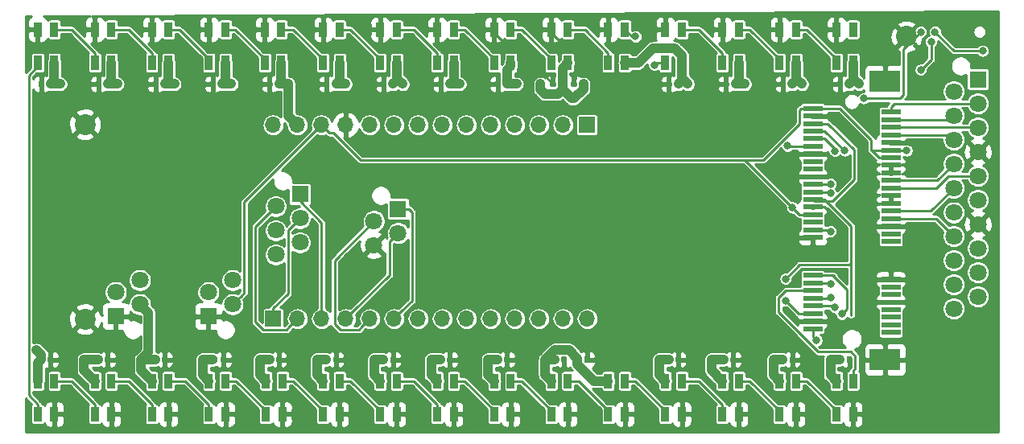
<source format=gbr>
G04 #@! TF.GenerationSoftware,KiCad,Pcbnew,5.1.2-f72e74a~84~ubuntu18.04.1*
G04 #@! TF.CreationDate,2019-08-10T16:00:54+02:00*
G04 #@! TF.ProjectId,roboy_2.0_forarm_shield,726f626f-795f-4322-9e30-5f666f726172,rev?*
G04 #@! TF.SameCoordinates,Original*
G04 #@! TF.FileFunction,Copper,L1,Top*
G04 #@! TF.FilePolarity,Positive*
%FSLAX46Y46*%
G04 Gerber Fmt 4.6, Leading zero omitted, Abs format (unit mm)*
G04 Created by KiCad (PCBNEW 5.1.2-f72e74a~84~ubuntu18.04.1) date 2019-08-10 16:00:54*
%MOMM*%
%LPD*%
G04 APERTURE LIST*
%ADD10C,2.200000*%
%ADD11R,3.200000X2.300000*%
%ADD12R,2.000000X0.600000*%
%ADD13R,1.700000X1.700000*%
%ADD14O,1.700000X1.700000*%
%ADD15C,0.100000*%
%ADD16C,0.590000*%
%ADD17R,0.850000X1.600000*%
%ADD18R,1.800000X1.800000*%
%ADD19C,1.800000*%
%ADD20C,0.800000*%
%ADD21C,1.000000*%
%ADD22C,0.250000*%
%ADD23C,0.254000*%
G04 APERTURE END LIST*
D10*
X95100000Y-77250000D03*
X95100000Y-97750000D03*
X181500000Y-68000000D03*
D11*
X179250000Y-102000000D03*
X179250000Y-72700000D03*
D12*
X179850000Y-99150000D03*
X171650000Y-98750000D03*
X179850000Y-98350000D03*
X171650000Y-97950000D03*
X179850000Y-97550000D03*
X171650000Y-97150000D03*
X179850000Y-96750000D03*
X171650000Y-96350000D03*
X179850000Y-95950000D03*
X171650000Y-95550000D03*
X179850000Y-95150000D03*
X171650000Y-94750000D03*
X179850000Y-94350000D03*
X171650000Y-93950000D03*
X179850000Y-93550000D03*
X171650000Y-93150000D03*
X179850000Y-89550000D03*
X171650000Y-89150000D03*
X179850000Y-88750000D03*
X171650000Y-88350000D03*
X179850000Y-87950000D03*
X171650000Y-87550000D03*
X179850000Y-87150000D03*
X171650000Y-86750000D03*
X179850000Y-86350000D03*
X171650000Y-85950000D03*
X179850000Y-85550000D03*
X171650000Y-85150000D03*
X179850000Y-84750000D03*
X171650000Y-84350000D03*
X179850000Y-83950000D03*
X171650000Y-83550000D03*
X179850000Y-83150000D03*
X171650000Y-82750000D03*
X179850000Y-82350000D03*
X171650000Y-81950000D03*
X179850000Y-81550000D03*
X171650000Y-81150000D03*
X179850000Y-80750000D03*
X171650000Y-80350000D03*
X179850000Y-79950000D03*
X171650000Y-79550000D03*
X179850000Y-79150000D03*
X171650000Y-78750000D03*
X179850000Y-78350000D03*
X171650000Y-77950000D03*
X179850000Y-77550000D03*
X171650000Y-77150000D03*
X179850000Y-76750000D03*
X171650000Y-76350000D03*
X179850000Y-75950000D03*
X171650000Y-75550000D03*
D13*
X147900000Y-77300000D03*
D14*
X145360000Y-77300000D03*
X142820000Y-77300000D03*
X140280000Y-77300000D03*
X137740000Y-77300000D03*
X135200000Y-77300000D03*
X132660000Y-77300000D03*
X130120000Y-77300000D03*
X127580000Y-77300000D03*
X125040000Y-77300000D03*
X122500000Y-77300000D03*
X119960000Y-77300000D03*
X117420000Y-77300000D03*
X114880000Y-77300000D03*
X147920000Y-97700000D03*
X145380000Y-97700000D03*
X142840000Y-97700000D03*
X140300000Y-97700000D03*
X137760000Y-97700000D03*
X135220000Y-97700000D03*
X132680000Y-97700000D03*
X130140000Y-97700000D03*
X127600000Y-97700000D03*
X125060000Y-97700000D03*
X122520000Y-97700000D03*
X119980000Y-97700000D03*
X117440000Y-97700000D03*
D13*
X114900000Y-97700000D03*
D15*
G36*
X121646958Y-101680710D02*
G01*
X121661276Y-101682834D01*
X121675317Y-101686351D01*
X121688946Y-101691228D01*
X121702031Y-101697417D01*
X121714447Y-101704858D01*
X121726073Y-101713481D01*
X121736798Y-101723202D01*
X121746519Y-101733927D01*
X121755142Y-101745553D01*
X121762583Y-101757969D01*
X121768772Y-101771054D01*
X121773649Y-101784683D01*
X121777166Y-101798724D01*
X121779290Y-101813042D01*
X121780000Y-101827500D01*
X121780000Y-102172500D01*
X121779290Y-102186958D01*
X121777166Y-102201276D01*
X121773649Y-102215317D01*
X121768772Y-102228946D01*
X121762583Y-102242031D01*
X121755142Y-102254447D01*
X121746519Y-102266073D01*
X121736798Y-102276798D01*
X121726073Y-102286519D01*
X121714447Y-102295142D01*
X121702031Y-102302583D01*
X121688946Y-102308772D01*
X121675317Y-102313649D01*
X121661276Y-102317166D01*
X121646958Y-102319290D01*
X121632500Y-102320000D01*
X121337500Y-102320000D01*
X121323042Y-102319290D01*
X121308724Y-102317166D01*
X121294683Y-102313649D01*
X121281054Y-102308772D01*
X121267969Y-102302583D01*
X121255553Y-102295142D01*
X121243927Y-102286519D01*
X121233202Y-102276798D01*
X121223481Y-102266073D01*
X121214858Y-102254447D01*
X121207417Y-102242031D01*
X121201228Y-102228946D01*
X121196351Y-102215317D01*
X121192834Y-102201276D01*
X121190710Y-102186958D01*
X121190000Y-102172500D01*
X121190000Y-101827500D01*
X121190710Y-101813042D01*
X121192834Y-101798724D01*
X121196351Y-101784683D01*
X121201228Y-101771054D01*
X121207417Y-101757969D01*
X121214858Y-101745553D01*
X121223481Y-101733927D01*
X121233202Y-101723202D01*
X121243927Y-101713481D01*
X121255553Y-101704858D01*
X121267969Y-101697417D01*
X121281054Y-101691228D01*
X121294683Y-101686351D01*
X121308724Y-101682834D01*
X121323042Y-101680710D01*
X121337500Y-101680000D01*
X121632500Y-101680000D01*
X121646958Y-101680710D01*
X121646958Y-101680710D01*
G37*
D16*
X121485000Y-102000000D03*
D15*
G36*
X120676958Y-101680710D02*
G01*
X120691276Y-101682834D01*
X120705317Y-101686351D01*
X120718946Y-101691228D01*
X120732031Y-101697417D01*
X120744447Y-101704858D01*
X120756073Y-101713481D01*
X120766798Y-101723202D01*
X120776519Y-101733927D01*
X120785142Y-101745553D01*
X120792583Y-101757969D01*
X120798772Y-101771054D01*
X120803649Y-101784683D01*
X120807166Y-101798724D01*
X120809290Y-101813042D01*
X120810000Y-101827500D01*
X120810000Y-102172500D01*
X120809290Y-102186958D01*
X120807166Y-102201276D01*
X120803649Y-102215317D01*
X120798772Y-102228946D01*
X120792583Y-102242031D01*
X120785142Y-102254447D01*
X120776519Y-102266073D01*
X120766798Y-102276798D01*
X120756073Y-102286519D01*
X120744447Y-102295142D01*
X120732031Y-102302583D01*
X120718946Y-102308772D01*
X120705317Y-102313649D01*
X120691276Y-102317166D01*
X120676958Y-102319290D01*
X120662500Y-102320000D01*
X120367500Y-102320000D01*
X120353042Y-102319290D01*
X120338724Y-102317166D01*
X120324683Y-102313649D01*
X120311054Y-102308772D01*
X120297969Y-102302583D01*
X120285553Y-102295142D01*
X120273927Y-102286519D01*
X120263202Y-102276798D01*
X120253481Y-102266073D01*
X120244858Y-102254447D01*
X120237417Y-102242031D01*
X120231228Y-102228946D01*
X120226351Y-102215317D01*
X120222834Y-102201276D01*
X120220710Y-102186958D01*
X120220000Y-102172500D01*
X120220000Y-101827500D01*
X120220710Y-101813042D01*
X120222834Y-101798724D01*
X120226351Y-101784683D01*
X120231228Y-101771054D01*
X120237417Y-101757969D01*
X120244858Y-101745553D01*
X120253481Y-101733927D01*
X120263202Y-101723202D01*
X120273927Y-101713481D01*
X120285553Y-101704858D01*
X120297969Y-101697417D01*
X120311054Y-101691228D01*
X120324683Y-101686351D01*
X120338724Y-101682834D01*
X120353042Y-101680710D01*
X120367500Y-101680000D01*
X120662500Y-101680000D01*
X120676958Y-101680710D01*
X120676958Y-101680710D01*
G37*
D16*
X120515000Y-102000000D03*
D15*
G36*
X115646958Y-72680710D02*
G01*
X115661276Y-72682834D01*
X115675317Y-72686351D01*
X115688946Y-72691228D01*
X115702031Y-72697417D01*
X115714447Y-72704858D01*
X115726073Y-72713481D01*
X115736798Y-72723202D01*
X115746519Y-72733927D01*
X115755142Y-72745553D01*
X115762583Y-72757969D01*
X115768772Y-72771054D01*
X115773649Y-72784683D01*
X115777166Y-72798724D01*
X115779290Y-72813042D01*
X115780000Y-72827500D01*
X115780000Y-73172500D01*
X115779290Y-73186958D01*
X115777166Y-73201276D01*
X115773649Y-73215317D01*
X115768772Y-73228946D01*
X115762583Y-73242031D01*
X115755142Y-73254447D01*
X115746519Y-73266073D01*
X115736798Y-73276798D01*
X115726073Y-73286519D01*
X115714447Y-73295142D01*
X115702031Y-73302583D01*
X115688946Y-73308772D01*
X115675317Y-73313649D01*
X115661276Y-73317166D01*
X115646958Y-73319290D01*
X115632500Y-73320000D01*
X115337500Y-73320000D01*
X115323042Y-73319290D01*
X115308724Y-73317166D01*
X115294683Y-73313649D01*
X115281054Y-73308772D01*
X115267969Y-73302583D01*
X115255553Y-73295142D01*
X115243927Y-73286519D01*
X115233202Y-73276798D01*
X115223481Y-73266073D01*
X115214858Y-73254447D01*
X115207417Y-73242031D01*
X115201228Y-73228946D01*
X115196351Y-73215317D01*
X115192834Y-73201276D01*
X115190710Y-73186958D01*
X115190000Y-73172500D01*
X115190000Y-72827500D01*
X115190710Y-72813042D01*
X115192834Y-72798724D01*
X115196351Y-72784683D01*
X115201228Y-72771054D01*
X115207417Y-72757969D01*
X115214858Y-72745553D01*
X115223481Y-72733927D01*
X115233202Y-72723202D01*
X115243927Y-72713481D01*
X115255553Y-72704858D01*
X115267969Y-72697417D01*
X115281054Y-72691228D01*
X115294683Y-72686351D01*
X115308724Y-72682834D01*
X115323042Y-72680710D01*
X115337500Y-72680000D01*
X115632500Y-72680000D01*
X115646958Y-72680710D01*
X115646958Y-72680710D01*
G37*
D16*
X115485000Y-73000000D03*
D15*
G36*
X114676958Y-72680710D02*
G01*
X114691276Y-72682834D01*
X114705317Y-72686351D01*
X114718946Y-72691228D01*
X114732031Y-72697417D01*
X114744447Y-72704858D01*
X114756073Y-72713481D01*
X114766798Y-72723202D01*
X114776519Y-72733927D01*
X114785142Y-72745553D01*
X114792583Y-72757969D01*
X114798772Y-72771054D01*
X114803649Y-72784683D01*
X114807166Y-72798724D01*
X114809290Y-72813042D01*
X114810000Y-72827500D01*
X114810000Y-73172500D01*
X114809290Y-73186958D01*
X114807166Y-73201276D01*
X114803649Y-73215317D01*
X114798772Y-73228946D01*
X114792583Y-73242031D01*
X114785142Y-73254447D01*
X114776519Y-73266073D01*
X114766798Y-73276798D01*
X114756073Y-73286519D01*
X114744447Y-73295142D01*
X114732031Y-73302583D01*
X114718946Y-73308772D01*
X114705317Y-73313649D01*
X114691276Y-73317166D01*
X114676958Y-73319290D01*
X114662500Y-73320000D01*
X114367500Y-73320000D01*
X114353042Y-73319290D01*
X114338724Y-73317166D01*
X114324683Y-73313649D01*
X114311054Y-73308772D01*
X114297969Y-73302583D01*
X114285553Y-73295142D01*
X114273927Y-73286519D01*
X114263202Y-73276798D01*
X114253481Y-73266073D01*
X114244858Y-73254447D01*
X114237417Y-73242031D01*
X114231228Y-73228946D01*
X114226351Y-73215317D01*
X114222834Y-73201276D01*
X114220710Y-73186958D01*
X114220000Y-73172500D01*
X114220000Y-72827500D01*
X114220710Y-72813042D01*
X114222834Y-72798724D01*
X114226351Y-72784683D01*
X114231228Y-72771054D01*
X114237417Y-72757969D01*
X114244858Y-72745553D01*
X114253481Y-72733927D01*
X114263202Y-72723202D01*
X114273927Y-72713481D01*
X114285553Y-72704858D01*
X114297969Y-72697417D01*
X114311054Y-72691228D01*
X114324683Y-72686351D01*
X114338724Y-72682834D01*
X114353042Y-72680710D01*
X114367500Y-72680000D01*
X114662500Y-72680000D01*
X114676958Y-72680710D01*
X114676958Y-72680710D01*
G37*
D16*
X114515000Y-73000000D03*
D15*
G36*
X120676958Y-72680710D02*
G01*
X120691276Y-72682834D01*
X120705317Y-72686351D01*
X120718946Y-72691228D01*
X120732031Y-72697417D01*
X120744447Y-72704858D01*
X120756073Y-72713481D01*
X120766798Y-72723202D01*
X120776519Y-72733927D01*
X120785142Y-72745553D01*
X120792583Y-72757969D01*
X120798772Y-72771054D01*
X120803649Y-72784683D01*
X120807166Y-72798724D01*
X120809290Y-72813042D01*
X120810000Y-72827500D01*
X120810000Y-73172500D01*
X120809290Y-73186958D01*
X120807166Y-73201276D01*
X120803649Y-73215317D01*
X120798772Y-73228946D01*
X120792583Y-73242031D01*
X120785142Y-73254447D01*
X120776519Y-73266073D01*
X120766798Y-73276798D01*
X120756073Y-73286519D01*
X120744447Y-73295142D01*
X120732031Y-73302583D01*
X120718946Y-73308772D01*
X120705317Y-73313649D01*
X120691276Y-73317166D01*
X120676958Y-73319290D01*
X120662500Y-73320000D01*
X120367500Y-73320000D01*
X120353042Y-73319290D01*
X120338724Y-73317166D01*
X120324683Y-73313649D01*
X120311054Y-73308772D01*
X120297969Y-73302583D01*
X120285553Y-73295142D01*
X120273927Y-73286519D01*
X120263202Y-73276798D01*
X120253481Y-73266073D01*
X120244858Y-73254447D01*
X120237417Y-73242031D01*
X120231228Y-73228946D01*
X120226351Y-73215317D01*
X120222834Y-73201276D01*
X120220710Y-73186958D01*
X120220000Y-73172500D01*
X120220000Y-72827500D01*
X120220710Y-72813042D01*
X120222834Y-72798724D01*
X120226351Y-72784683D01*
X120231228Y-72771054D01*
X120237417Y-72757969D01*
X120244858Y-72745553D01*
X120253481Y-72733927D01*
X120263202Y-72723202D01*
X120273927Y-72713481D01*
X120285553Y-72704858D01*
X120297969Y-72697417D01*
X120311054Y-72691228D01*
X120324683Y-72686351D01*
X120338724Y-72682834D01*
X120353042Y-72680710D01*
X120367500Y-72680000D01*
X120662500Y-72680000D01*
X120676958Y-72680710D01*
X120676958Y-72680710D01*
G37*
D16*
X120515000Y-73000000D03*
D15*
G36*
X121646958Y-72680710D02*
G01*
X121661276Y-72682834D01*
X121675317Y-72686351D01*
X121688946Y-72691228D01*
X121702031Y-72697417D01*
X121714447Y-72704858D01*
X121726073Y-72713481D01*
X121736798Y-72723202D01*
X121746519Y-72733927D01*
X121755142Y-72745553D01*
X121762583Y-72757969D01*
X121768772Y-72771054D01*
X121773649Y-72784683D01*
X121777166Y-72798724D01*
X121779290Y-72813042D01*
X121780000Y-72827500D01*
X121780000Y-73172500D01*
X121779290Y-73186958D01*
X121777166Y-73201276D01*
X121773649Y-73215317D01*
X121768772Y-73228946D01*
X121762583Y-73242031D01*
X121755142Y-73254447D01*
X121746519Y-73266073D01*
X121736798Y-73276798D01*
X121726073Y-73286519D01*
X121714447Y-73295142D01*
X121702031Y-73302583D01*
X121688946Y-73308772D01*
X121675317Y-73313649D01*
X121661276Y-73317166D01*
X121646958Y-73319290D01*
X121632500Y-73320000D01*
X121337500Y-73320000D01*
X121323042Y-73319290D01*
X121308724Y-73317166D01*
X121294683Y-73313649D01*
X121281054Y-73308772D01*
X121267969Y-73302583D01*
X121255553Y-73295142D01*
X121243927Y-73286519D01*
X121233202Y-73276798D01*
X121223481Y-73266073D01*
X121214858Y-73254447D01*
X121207417Y-73242031D01*
X121201228Y-73228946D01*
X121196351Y-73215317D01*
X121192834Y-73201276D01*
X121190710Y-73186958D01*
X121190000Y-73172500D01*
X121190000Y-72827500D01*
X121190710Y-72813042D01*
X121192834Y-72798724D01*
X121196351Y-72784683D01*
X121201228Y-72771054D01*
X121207417Y-72757969D01*
X121214858Y-72745553D01*
X121223481Y-72733927D01*
X121233202Y-72723202D01*
X121243927Y-72713481D01*
X121255553Y-72704858D01*
X121267969Y-72697417D01*
X121281054Y-72691228D01*
X121294683Y-72686351D01*
X121308724Y-72682834D01*
X121323042Y-72680710D01*
X121337500Y-72680000D01*
X121632500Y-72680000D01*
X121646958Y-72680710D01*
X121646958Y-72680710D01*
G37*
D16*
X121485000Y-73000000D03*
D15*
G36*
X139646958Y-72680710D02*
G01*
X139661276Y-72682834D01*
X139675317Y-72686351D01*
X139688946Y-72691228D01*
X139702031Y-72697417D01*
X139714447Y-72704858D01*
X139726073Y-72713481D01*
X139736798Y-72723202D01*
X139746519Y-72733927D01*
X139755142Y-72745553D01*
X139762583Y-72757969D01*
X139768772Y-72771054D01*
X139773649Y-72784683D01*
X139777166Y-72798724D01*
X139779290Y-72813042D01*
X139780000Y-72827500D01*
X139780000Y-73172500D01*
X139779290Y-73186958D01*
X139777166Y-73201276D01*
X139773649Y-73215317D01*
X139768772Y-73228946D01*
X139762583Y-73242031D01*
X139755142Y-73254447D01*
X139746519Y-73266073D01*
X139736798Y-73276798D01*
X139726073Y-73286519D01*
X139714447Y-73295142D01*
X139702031Y-73302583D01*
X139688946Y-73308772D01*
X139675317Y-73313649D01*
X139661276Y-73317166D01*
X139646958Y-73319290D01*
X139632500Y-73320000D01*
X139337500Y-73320000D01*
X139323042Y-73319290D01*
X139308724Y-73317166D01*
X139294683Y-73313649D01*
X139281054Y-73308772D01*
X139267969Y-73302583D01*
X139255553Y-73295142D01*
X139243927Y-73286519D01*
X139233202Y-73276798D01*
X139223481Y-73266073D01*
X139214858Y-73254447D01*
X139207417Y-73242031D01*
X139201228Y-73228946D01*
X139196351Y-73215317D01*
X139192834Y-73201276D01*
X139190710Y-73186958D01*
X139190000Y-73172500D01*
X139190000Y-72827500D01*
X139190710Y-72813042D01*
X139192834Y-72798724D01*
X139196351Y-72784683D01*
X139201228Y-72771054D01*
X139207417Y-72757969D01*
X139214858Y-72745553D01*
X139223481Y-72733927D01*
X139233202Y-72723202D01*
X139243927Y-72713481D01*
X139255553Y-72704858D01*
X139267969Y-72697417D01*
X139281054Y-72691228D01*
X139294683Y-72686351D01*
X139308724Y-72682834D01*
X139323042Y-72680710D01*
X139337500Y-72680000D01*
X139632500Y-72680000D01*
X139646958Y-72680710D01*
X139646958Y-72680710D01*
G37*
D16*
X139485000Y-73000000D03*
D15*
G36*
X138676958Y-72680710D02*
G01*
X138691276Y-72682834D01*
X138705317Y-72686351D01*
X138718946Y-72691228D01*
X138732031Y-72697417D01*
X138744447Y-72704858D01*
X138756073Y-72713481D01*
X138766798Y-72723202D01*
X138776519Y-72733927D01*
X138785142Y-72745553D01*
X138792583Y-72757969D01*
X138798772Y-72771054D01*
X138803649Y-72784683D01*
X138807166Y-72798724D01*
X138809290Y-72813042D01*
X138810000Y-72827500D01*
X138810000Y-73172500D01*
X138809290Y-73186958D01*
X138807166Y-73201276D01*
X138803649Y-73215317D01*
X138798772Y-73228946D01*
X138792583Y-73242031D01*
X138785142Y-73254447D01*
X138776519Y-73266073D01*
X138766798Y-73276798D01*
X138756073Y-73286519D01*
X138744447Y-73295142D01*
X138732031Y-73302583D01*
X138718946Y-73308772D01*
X138705317Y-73313649D01*
X138691276Y-73317166D01*
X138676958Y-73319290D01*
X138662500Y-73320000D01*
X138367500Y-73320000D01*
X138353042Y-73319290D01*
X138338724Y-73317166D01*
X138324683Y-73313649D01*
X138311054Y-73308772D01*
X138297969Y-73302583D01*
X138285553Y-73295142D01*
X138273927Y-73286519D01*
X138263202Y-73276798D01*
X138253481Y-73266073D01*
X138244858Y-73254447D01*
X138237417Y-73242031D01*
X138231228Y-73228946D01*
X138226351Y-73215317D01*
X138222834Y-73201276D01*
X138220710Y-73186958D01*
X138220000Y-73172500D01*
X138220000Y-72827500D01*
X138220710Y-72813042D01*
X138222834Y-72798724D01*
X138226351Y-72784683D01*
X138231228Y-72771054D01*
X138237417Y-72757969D01*
X138244858Y-72745553D01*
X138253481Y-72733927D01*
X138263202Y-72723202D01*
X138273927Y-72713481D01*
X138285553Y-72704858D01*
X138297969Y-72697417D01*
X138311054Y-72691228D01*
X138324683Y-72686351D01*
X138338724Y-72682834D01*
X138353042Y-72680710D01*
X138367500Y-72680000D01*
X138662500Y-72680000D01*
X138676958Y-72680710D01*
X138676958Y-72680710D01*
G37*
D16*
X138515000Y-73000000D03*
D15*
G36*
X156676958Y-72680710D02*
G01*
X156691276Y-72682834D01*
X156705317Y-72686351D01*
X156718946Y-72691228D01*
X156732031Y-72697417D01*
X156744447Y-72704858D01*
X156756073Y-72713481D01*
X156766798Y-72723202D01*
X156776519Y-72733927D01*
X156785142Y-72745553D01*
X156792583Y-72757969D01*
X156798772Y-72771054D01*
X156803649Y-72784683D01*
X156807166Y-72798724D01*
X156809290Y-72813042D01*
X156810000Y-72827500D01*
X156810000Y-73172500D01*
X156809290Y-73186958D01*
X156807166Y-73201276D01*
X156803649Y-73215317D01*
X156798772Y-73228946D01*
X156792583Y-73242031D01*
X156785142Y-73254447D01*
X156776519Y-73266073D01*
X156766798Y-73276798D01*
X156756073Y-73286519D01*
X156744447Y-73295142D01*
X156732031Y-73302583D01*
X156718946Y-73308772D01*
X156705317Y-73313649D01*
X156691276Y-73317166D01*
X156676958Y-73319290D01*
X156662500Y-73320000D01*
X156367500Y-73320000D01*
X156353042Y-73319290D01*
X156338724Y-73317166D01*
X156324683Y-73313649D01*
X156311054Y-73308772D01*
X156297969Y-73302583D01*
X156285553Y-73295142D01*
X156273927Y-73286519D01*
X156263202Y-73276798D01*
X156253481Y-73266073D01*
X156244858Y-73254447D01*
X156237417Y-73242031D01*
X156231228Y-73228946D01*
X156226351Y-73215317D01*
X156222834Y-73201276D01*
X156220710Y-73186958D01*
X156220000Y-73172500D01*
X156220000Y-72827500D01*
X156220710Y-72813042D01*
X156222834Y-72798724D01*
X156226351Y-72784683D01*
X156231228Y-72771054D01*
X156237417Y-72757969D01*
X156244858Y-72745553D01*
X156253481Y-72733927D01*
X156263202Y-72723202D01*
X156273927Y-72713481D01*
X156285553Y-72704858D01*
X156297969Y-72697417D01*
X156311054Y-72691228D01*
X156324683Y-72686351D01*
X156338724Y-72682834D01*
X156353042Y-72680710D01*
X156367500Y-72680000D01*
X156662500Y-72680000D01*
X156676958Y-72680710D01*
X156676958Y-72680710D01*
G37*
D16*
X156515000Y-73000000D03*
D15*
G36*
X157646958Y-72680710D02*
G01*
X157661276Y-72682834D01*
X157675317Y-72686351D01*
X157688946Y-72691228D01*
X157702031Y-72697417D01*
X157714447Y-72704858D01*
X157726073Y-72713481D01*
X157736798Y-72723202D01*
X157746519Y-72733927D01*
X157755142Y-72745553D01*
X157762583Y-72757969D01*
X157768772Y-72771054D01*
X157773649Y-72784683D01*
X157777166Y-72798724D01*
X157779290Y-72813042D01*
X157780000Y-72827500D01*
X157780000Y-73172500D01*
X157779290Y-73186958D01*
X157777166Y-73201276D01*
X157773649Y-73215317D01*
X157768772Y-73228946D01*
X157762583Y-73242031D01*
X157755142Y-73254447D01*
X157746519Y-73266073D01*
X157736798Y-73276798D01*
X157726073Y-73286519D01*
X157714447Y-73295142D01*
X157702031Y-73302583D01*
X157688946Y-73308772D01*
X157675317Y-73313649D01*
X157661276Y-73317166D01*
X157646958Y-73319290D01*
X157632500Y-73320000D01*
X157337500Y-73320000D01*
X157323042Y-73319290D01*
X157308724Y-73317166D01*
X157294683Y-73313649D01*
X157281054Y-73308772D01*
X157267969Y-73302583D01*
X157255553Y-73295142D01*
X157243927Y-73286519D01*
X157233202Y-73276798D01*
X157223481Y-73266073D01*
X157214858Y-73254447D01*
X157207417Y-73242031D01*
X157201228Y-73228946D01*
X157196351Y-73215317D01*
X157192834Y-73201276D01*
X157190710Y-73186958D01*
X157190000Y-73172500D01*
X157190000Y-72827500D01*
X157190710Y-72813042D01*
X157192834Y-72798724D01*
X157196351Y-72784683D01*
X157201228Y-72771054D01*
X157207417Y-72757969D01*
X157214858Y-72745553D01*
X157223481Y-72733927D01*
X157233202Y-72723202D01*
X157243927Y-72713481D01*
X157255553Y-72704858D01*
X157267969Y-72697417D01*
X157281054Y-72691228D01*
X157294683Y-72686351D01*
X157308724Y-72682834D01*
X157323042Y-72680710D01*
X157337500Y-72680000D01*
X157632500Y-72680000D01*
X157646958Y-72680710D01*
X157646958Y-72680710D01*
G37*
D16*
X157485000Y-73000000D03*
D15*
G36*
X133646958Y-72680710D02*
G01*
X133661276Y-72682834D01*
X133675317Y-72686351D01*
X133688946Y-72691228D01*
X133702031Y-72697417D01*
X133714447Y-72704858D01*
X133726073Y-72713481D01*
X133736798Y-72723202D01*
X133746519Y-72733927D01*
X133755142Y-72745553D01*
X133762583Y-72757969D01*
X133768772Y-72771054D01*
X133773649Y-72784683D01*
X133777166Y-72798724D01*
X133779290Y-72813042D01*
X133780000Y-72827500D01*
X133780000Y-73172500D01*
X133779290Y-73186958D01*
X133777166Y-73201276D01*
X133773649Y-73215317D01*
X133768772Y-73228946D01*
X133762583Y-73242031D01*
X133755142Y-73254447D01*
X133746519Y-73266073D01*
X133736798Y-73276798D01*
X133726073Y-73286519D01*
X133714447Y-73295142D01*
X133702031Y-73302583D01*
X133688946Y-73308772D01*
X133675317Y-73313649D01*
X133661276Y-73317166D01*
X133646958Y-73319290D01*
X133632500Y-73320000D01*
X133337500Y-73320000D01*
X133323042Y-73319290D01*
X133308724Y-73317166D01*
X133294683Y-73313649D01*
X133281054Y-73308772D01*
X133267969Y-73302583D01*
X133255553Y-73295142D01*
X133243927Y-73286519D01*
X133233202Y-73276798D01*
X133223481Y-73266073D01*
X133214858Y-73254447D01*
X133207417Y-73242031D01*
X133201228Y-73228946D01*
X133196351Y-73215317D01*
X133192834Y-73201276D01*
X133190710Y-73186958D01*
X133190000Y-73172500D01*
X133190000Y-72827500D01*
X133190710Y-72813042D01*
X133192834Y-72798724D01*
X133196351Y-72784683D01*
X133201228Y-72771054D01*
X133207417Y-72757969D01*
X133214858Y-72745553D01*
X133223481Y-72733927D01*
X133233202Y-72723202D01*
X133243927Y-72713481D01*
X133255553Y-72704858D01*
X133267969Y-72697417D01*
X133281054Y-72691228D01*
X133294683Y-72686351D01*
X133308724Y-72682834D01*
X133323042Y-72680710D01*
X133337500Y-72680000D01*
X133632500Y-72680000D01*
X133646958Y-72680710D01*
X133646958Y-72680710D01*
G37*
D16*
X133485000Y-73000000D03*
D15*
G36*
X132676958Y-72680710D02*
G01*
X132691276Y-72682834D01*
X132705317Y-72686351D01*
X132718946Y-72691228D01*
X132732031Y-72697417D01*
X132744447Y-72704858D01*
X132756073Y-72713481D01*
X132766798Y-72723202D01*
X132776519Y-72733927D01*
X132785142Y-72745553D01*
X132792583Y-72757969D01*
X132798772Y-72771054D01*
X132803649Y-72784683D01*
X132807166Y-72798724D01*
X132809290Y-72813042D01*
X132810000Y-72827500D01*
X132810000Y-73172500D01*
X132809290Y-73186958D01*
X132807166Y-73201276D01*
X132803649Y-73215317D01*
X132798772Y-73228946D01*
X132792583Y-73242031D01*
X132785142Y-73254447D01*
X132776519Y-73266073D01*
X132766798Y-73276798D01*
X132756073Y-73286519D01*
X132744447Y-73295142D01*
X132732031Y-73302583D01*
X132718946Y-73308772D01*
X132705317Y-73313649D01*
X132691276Y-73317166D01*
X132676958Y-73319290D01*
X132662500Y-73320000D01*
X132367500Y-73320000D01*
X132353042Y-73319290D01*
X132338724Y-73317166D01*
X132324683Y-73313649D01*
X132311054Y-73308772D01*
X132297969Y-73302583D01*
X132285553Y-73295142D01*
X132273927Y-73286519D01*
X132263202Y-73276798D01*
X132253481Y-73266073D01*
X132244858Y-73254447D01*
X132237417Y-73242031D01*
X132231228Y-73228946D01*
X132226351Y-73215317D01*
X132222834Y-73201276D01*
X132220710Y-73186958D01*
X132220000Y-73172500D01*
X132220000Y-72827500D01*
X132220710Y-72813042D01*
X132222834Y-72798724D01*
X132226351Y-72784683D01*
X132231228Y-72771054D01*
X132237417Y-72757969D01*
X132244858Y-72745553D01*
X132253481Y-72733927D01*
X132263202Y-72723202D01*
X132273927Y-72713481D01*
X132285553Y-72704858D01*
X132297969Y-72697417D01*
X132311054Y-72691228D01*
X132324683Y-72686351D01*
X132338724Y-72682834D01*
X132353042Y-72680710D01*
X132367500Y-72680000D01*
X132662500Y-72680000D01*
X132676958Y-72680710D01*
X132676958Y-72680710D01*
G37*
D16*
X132515000Y-73000000D03*
D15*
G36*
X162676958Y-72680710D02*
G01*
X162691276Y-72682834D01*
X162705317Y-72686351D01*
X162718946Y-72691228D01*
X162732031Y-72697417D01*
X162744447Y-72704858D01*
X162756073Y-72713481D01*
X162766798Y-72723202D01*
X162776519Y-72733927D01*
X162785142Y-72745553D01*
X162792583Y-72757969D01*
X162798772Y-72771054D01*
X162803649Y-72784683D01*
X162807166Y-72798724D01*
X162809290Y-72813042D01*
X162810000Y-72827500D01*
X162810000Y-73172500D01*
X162809290Y-73186958D01*
X162807166Y-73201276D01*
X162803649Y-73215317D01*
X162798772Y-73228946D01*
X162792583Y-73242031D01*
X162785142Y-73254447D01*
X162776519Y-73266073D01*
X162766798Y-73276798D01*
X162756073Y-73286519D01*
X162744447Y-73295142D01*
X162732031Y-73302583D01*
X162718946Y-73308772D01*
X162705317Y-73313649D01*
X162691276Y-73317166D01*
X162676958Y-73319290D01*
X162662500Y-73320000D01*
X162367500Y-73320000D01*
X162353042Y-73319290D01*
X162338724Y-73317166D01*
X162324683Y-73313649D01*
X162311054Y-73308772D01*
X162297969Y-73302583D01*
X162285553Y-73295142D01*
X162273927Y-73286519D01*
X162263202Y-73276798D01*
X162253481Y-73266073D01*
X162244858Y-73254447D01*
X162237417Y-73242031D01*
X162231228Y-73228946D01*
X162226351Y-73215317D01*
X162222834Y-73201276D01*
X162220710Y-73186958D01*
X162220000Y-73172500D01*
X162220000Y-72827500D01*
X162220710Y-72813042D01*
X162222834Y-72798724D01*
X162226351Y-72784683D01*
X162231228Y-72771054D01*
X162237417Y-72757969D01*
X162244858Y-72745553D01*
X162253481Y-72733927D01*
X162263202Y-72723202D01*
X162273927Y-72713481D01*
X162285553Y-72704858D01*
X162297969Y-72697417D01*
X162311054Y-72691228D01*
X162324683Y-72686351D01*
X162338724Y-72682834D01*
X162353042Y-72680710D01*
X162367500Y-72680000D01*
X162662500Y-72680000D01*
X162676958Y-72680710D01*
X162676958Y-72680710D01*
G37*
D16*
X162515000Y-73000000D03*
D15*
G36*
X163646958Y-72680710D02*
G01*
X163661276Y-72682834D01*
X163675317Y-72686351D01*
X163688946Y-72691228D01*
X163702031Y-72697417D01*
X163714447Y-72704858D01*
X163726073Y-72713481D01*
X163736798Y-72723202D01*
X163746519Y-72733927D01*
X163755142Y-72745553D01*
X163762583Y-72757969D01*
X163768772Y-72771054D01*
X163773649Y-72784683D01*
X163777166Y-72798724D01*
X163779290Y-72813042D01*
X163780000Y-72827500D01*
X163780000Y-73172500D01*
X163779290Y-73186958D01*
X163777166Y-73201276D01*
X163773649Y-73215317D01*
X163768772Y-73228946D01*
X163762583Y-73242031D01*
X163755142Y-73254447D01*
X163746519Y-73266073D01*
X163736798Y-73276798D01*
X163726073Y-73286519D01*
X163714447Y-73295142D01*
X163702031Y-73302583D01*
X163688946Y-73308772D01*
X163675317Y-73313649D01*
X163661276Y-73317166D01*
X163646958Y-73319290D01*
X163632500Y-73320000D01*
X163337500Y-73320000D01*
X163323042Y-73319290D01*
X163308724Y-73317166D01*
X163294683Y-73313649D01*
X163281054Y-73308772D01*
X163267969Y-73302583D01*
X163255553Y-73295142D01*
X163243927Y-73286519D01*
X163233202Y-73276798D01*
X163223481Y-73266073D01*
X163214858Y-73254447D01*
X163207417Y-73242031D01*
X163201228Y-73228946D01*
X163196351Y-73215317D01*
X163192834Y-73201276D01*
X163190710Y-73186958D01*
X163190000Y-73172500D01*
X163190000Y-72827500D01*
X163190710Y-72813042D01*
X163192834Y-72798724D01*
X163196351Y-72784683D01*
X163201228Y-72771054D01*
X163207417Y-72757969D01*
X163214858Y-72745553D01*
X163223481Y-72733927D01*
X163233202Y-72723202D01*
X163243927Y-72713481D01*
X163255553Y-72704858D01*
X163267969Y-72697417D01*
X163281054Y-72691228D01*
X163294683Y-72686351D01*
X163308724Y-72682834D01*
X163323042Y-72680710D01*
X163337500Y-72680000D01*
X163632500Y-72680000D01*
X163646958Y-72680710D01*
X163646958Y-72680710D01*
G37*
D16*
X163485000Y-73000000D03*
D15*
G36*
X145446958Y-72680710D02*
G01*
X145461276Y-72682834D01*
X145475317Y-72686351D01*
X145488946Y-72691228D01*
X145502031Y-72697417D01*
X145514447Y-72704858D01*
X145526073Y-72713481D01*
X145536798Y-72723202D01*
X145546519Y-72733927D01*
X145555142Y-72745553D01*
X145562583Y-72757969D01*
X145568772Y-72771054D01*
X145573649Y-72784683D01*
X145577166Y-72798724D01*
X145579290Y-72813042D01*
X145580000Y-72827500D01*
X145580000Y-73172500D01*
X145579290Y-73186958D01*
X145577166Y-73201276D01*
X145573649Y-73215317D01*
X145568772Y-73228946D01*
X145562583Y-73242031D01*
X145555142Y-73254447D01*
X145546519Y-73266073D01*
X145536798Y-73276798D01*
X145526073Y-73286519D01*
X145514447Y-73295142D01*
X145502031Y-73302583D01*
X145488946Y-73308772D01*
X145475317Y-73313649D01*
X145461276Y-73317166D01*
X145446958Y-73319290D01*
X145432500Y-73320000D01*
X145137500Y-73320000D01*
X145123042Y-73319290D01*
X145108724Y-73317166D01*
X145094683Y-73313649D01*
X145081054Y-73308772D01*
X145067969Y-73302583D01*
X145055553Y-73295142D01*
X145043927Y-73286519D01*
X145033202Y-73276798D01*
X145023481Y-73266073D01*
X145014858Y-73254447D01*
X145007417Y-73242031D01*
X145001228Y-73228946D01*
X144996351Y-73215317D01*
X144992834Y-73201276D01*
X144990710Y-73186958D01*
X144990000Y-73172500D01*
X144990000Y-72827500D01*
X144990710Y-72813042D01*
X144992834Y-72798724D01*
X144996351Y-72784683D01*
X145001228Y-72771054D01*
X145007417Y-72757969D01*
X145014858Y-72745553D01*
X145023481Y-72733927D01*
X145033202Y-72723202D01*
X145043927Y-72713481D01*
X145055553Y-72704858D01*
X145067969Y-72697417D01*
X145081054Y-72691228D01*
X145094683Y-72686351D01*
X145108724Y-72682834D01*
X145123042Y-72680710D01*
X145137500Y-72680000D01*
X145432500Y-72680000D01*
X145446958Y-72680710D01*
X145446958Y-72680710D01*
G37*
D16*
X145285000Y-73000000D03*
D15*
G36*
X144476958Y-72680710D02*
G01*
X144491276Y-72682834D01*
X144505317Y-72686351D01*
X144518946Y-72691228D01*
X144532031Y-72697417D01*
X144544447Y-72704858D01*
X144556073Y-72713481D01*
X144566798Y-72723202D01*
X144576519Y-72733927D01*
X144585142Y-72745553D01*
X144592583Y-72757969D01*
X144598772Y-72771054D01*
X144603649Y-72784683D01*
X144607166Y-72798724D01*
X144609290Y-72813042D01*
X144610000Y-72827500D01*
X144610000Y-73172500D01*
X144609290Y-73186958D01*
X144607166Y-73201276D01*
X144603649Y-73215317D01*
X144598772Y-73228946D01*
X144592583Y-73242031D01*
X144585142Y-73254447D01*
X144576519Y-73266073D01*
X144566798Y-73276798D01*
X144556073Y-73286519D01*
X144544447Y-73295142D01*
X144532031Y-73302583D01*
X144518946Y-73308772D01*
X144505317Y-73313649D01*
X144491276Y-73317166D01*
X144476958Y-73319290D01*
X144462500Y-73320000D01*
X144167500Y-73320000D01*
X144153042Y-73319290D01*
X144138724Y-73317166D01*
X144124683Y-73313649D01*
X144111054Y-73308772D01*
X144097969Y-73302583D01*
X144085553Y-73295142D01*
X144073927Y-73286519D01*
X144063202Y-73276798D01*
X144053481Y-73266073D01*
X144044858Y-73254447D01*
X144037417Y-73242031D01*
X144031228Y-73228946D01*
X144026351Y-73215317D01*
X144022834Y-73201276D01*
X144020710Y-73186958D01*
X144020000Y-73172500D01*
X144020000Y-72827500D01*
X144020710Y-72813042D01*
X144022834Y-72798724D01*
X144026351Y-72784683D01*
X144031228Y-72771054D01*
X144037417Y-72757969D01*
X144044858Y-72745553D01*
X144053481Y-72733927D01*
X144063202Y-72723202D01*
X144073927Y-72713481D01*
X144085553Y-72704858D01*
X144097969Y-72697417D01*
X144111054Y-72691228D01*
X144124683Y-72686351D01*
X144138724Y-72682834D01*
X144153042Y-72680710D01*
X144167500Y-72680000D01*
X144462500Y-72680000D01*
X144476958Y-72680710D01*
X144476958Y-72680710D01*
G37*
D16*
X144315000Y-73000000D03*
D15*
G36*
X148046958Y-101680710D02*
G01*
X148061276Y-101682834D01*
X148075317Y-101686351D01*
X148088946Y-101691228D01*
X148102031Y-101697417D01*
X148114447Y-101704858D01*
X148126073Y-101713481D01*
X148136798Y-101723202D01*
X148146519Y-101733927D01*
X148155142Y-101745553D01*
X148162583Y-101757969D01*
X148168772Y-101771054D01*
X148173649Y-101784683D01*
X148177166Y-101798724D01*
X148179290Y-101813042D01*
X148180000Y-101827500D01*
X148180000Y-102172500D01*
X148179290Y-102186958D01*
X148177166Y-102201276D01*
X148173649Y-102215317D01*
X148168772Y-102228946D01*
X148162583Y-102242031D01*
X148155142Y-102254447D01*
X148146519Y-102266073D01*
X148136798Y-102276798D01*
X148126073Y-102286519D01*
X148114447Y-102295142D01*
X148102031Y-102302583D01*
X148088946Y-102308772D01*
X148075317Y-102313649D01*
X148061276Y-102317166D01*
X148046958Y-102319290D01*
X148032500Y-102320000D01*
X147737500Y-102320000D01*
X147723042Y-102319290D01*
X147708724Y-102317166D01*
X147694683Y-102313649D01*
X147681054Y-102308772D01*
X147667969Y-102302583D01*
X147655553Y-102295142D01*
X147643927Y-102286519D01*
X147633202Y-102276798D01*
X147623481Y-102266073D01*
X147614858Y-102254447D01*
X147607417Y-102242031D01*
X147601228Y-102228946D01*
X147596351Y-102215317D01*
X147592834Y-102201276D01*
X147590710Y-102186958D01*
X147590000Y-102172500D01*
X147590000Y-101827500D01*
X147590710Y-101813042D01*
X147592834Y-101798724D01*
X147596351Y-101784683D01*
X147601228Y-101771054D01*
X147607417Y-101757969D01*
X147614858Y-101745553D01*
X147623481Y-101733927D01*
X147633202Y-101723202D01*
X147643927Y-101713481D01*
X147655553Y-101704858D01*
X147667969Y-101697417D01*
X147681054Y-101691228D01*
X147694683Y-101686351D01*
X147708724Y-101682834D01*
X147723042Y-101680710D01*
X147737500Y-101680000D01*
X148032500Y-101680000D01*
X148046958Y-101680710D01*
X148046958Y-101680710D01*
G37*
D16*
X147885000Y-102000000D03*
D15*
G36*
X147076958Y-101680710D02*
G01*
X147091276Y-101682834D01*
X147105317Y-101686351D01*
X147118946Y-101691228D01*
X147132031Y-101697417D01*
X147144447Y-101704858D01*
X147156073Y-101713481D01*
X147166798Y-101723202D01*
X147176519Y-101733927D01*
X147185142Y-101745553D01*
X147192583Y-101757969D01*
X147198772Y-101771054D01*
X147203649Y-101784683D01*
X147207166Y-101798724D01*
X147209290Y-101813042D01*
X147210000Y-101827500D01*
X147210000Y-102172500D01*
X147209290Y-102186958D01*
X147207166Y-102201276D01*
X147203649Y-102215317D01*
X147198772Y-102228946D01*
X147192583Y-102242031D01*
X147185142Y-102254447D01*
X147176519Y-102266073D01*
X147166798Y-102276798D01*
X147156073Y-102286519D01*
X147144447Y-102295142D01*
X147132031Y-102302583D01*
X147118946Y-102308772D01*
X147105317Y-102313649D01*
X147091276Y-102317166D01*
X147076958Y-102319290D01*
X147062500Y-102320000D01*
X146767500Y-102320000D01*
X146753042Y-102319290D01*
X146738724Y-102317166D01*
X146724683Y-102313649D01*
X146711054Y-102308772D01*
X146697969Y-102302583D01*
X146685553Y-102295142D01*
X146673927Y-102286519D01*
X146663202Y-102276798D01*
X146653481Y-102266073D01*
X146644858Y-102254447D01*
X146637417Y-102242031D01*
X146631228Y-102228946D01*
X146626351Y-102215317D01*
X146622834Y-102201276D01*
X146620710Y-102186958D01*
X146620000Y-102172500D01*
X146620000Y-101827500D01*
X146620710Y-101813042D01*
X146622834Y-101798724D01*
X146626351Y-101784683D01*
X146631228Y-101771054D01*
X146637417Y-101757969D01*
X146644858Y-101745553D01*
X146653481Y-101733927D01*
X146663202Y-101723202D01*
X146673927Y-101713481D01*
X146685553Y-101704858D01*
X146697969Y-101697417D01*
X146711054Y-101691228D01*
X146724683Y-101686351D01*
X146738724Y-101682834D01*
X146753042Y-101680710D01*
X146767500Y-101680000D01*
X147062500Y-101680000D01*
X147076958Y-101680710D01*
X147076958Y-101680710D01*
G37*
D16*
X146915000Y-102000000D03*
D15*
G36*
X162476958Y-101680710D02*
G01*
X162491276Y-101682834D01*
X162505317Y-101686351D01*
X162518946Y-101691228D01*
X162532031Y-101697417D01*
X162544447Y-101704858D01*
X162556073Y-101713481D01*
X162566798Y-101723202D01*
X162576519Y-101733927D01*
X162585142Y-101745553D01*
X162592583Y-101757969D01*
X162598772Y-101771054D01*
X162603649Y-101784683D01*
X162607166Y-101798724D01*
X162609290Y-101813042D01*
X162610000Y-101827500D01*
X162610000Y-102172500D01*
X162609290Y-102186958D01*
X162607166Y-102201276D01*
X162603649Y-102215317D01*
X162598772Y-102228946D01*
X162592583Y-102242031D01*
X162585142Y-102254447D01*
X162576519Y-102266073D01*
X162566798Y-102276798D01*
X162556073Y-102286519D01*
X162544447Y-102295142D01*
X162532031Y-102302583D01*
X162518946Y-102308772D01*
X162505317Y-102313649D01*
X162491276Y-102317166D01*
X162476958Y-102319290D01*
X162462500Y-102320000D01*
X162167500Y-102320000D01*
X162153042Y-102319290D01*
X162138724Y-102317166D01*
X162124683Y-102313649D01*
X162111054Y-102308772D01*
X162097969Y-102302583D01*
X162085553Y-102295142D01*
X162073927Y-102286519D01*
X162063202Y-102276798D01*
X162053481Y-102266073D01*
X162044858Y-102254447D01*
X162037417Y-102242031D01*
X162031228Y-102228946D01*
X162026351Y-102215317D01*
X162022834Y-102201276D01*
X162020710Y-102186958D01*
X162020000Y-102172500D01*
X162020000Y-101827500D01*
X162020710Y-101813042D01*
X162022834Y-101798724D01*
X162026351Y-101784683D01*
X162031228Y-101771054D01*
X162037417Y-101757969D01*
X162044858Y-101745553D01*
X162053481Y-101733927D01*
X162063202Y-101723202D01*
X162073927Y-101713481D01*
X162085553Y-101704858D01*
X162097969Y-101697417D01*
X162111054Y-101691228D01*
X162124683Y-101686351D01*
X162138724Y-101682834D01*
X162153042Y-101680710D01*
X162167500Y-101680000D01*
X162462500Y-101680000D01*
X162476958Y-101680710D01*
X162476958Y-101680710D01*
G37*
D16*
X162315000Y-102000000D03*
D15*
G36*
X163446958Y-101680710D02*
G01*
X163461276Y-101682834D01*
X163475317Y-101686351D01*
X163488946Y-101691228D01*
X163502031Y-101697417D01*
X163514447Y-101704858D01*
X163526073Y-101713481D01*
X163536798Y-101723202D01*
X163546519Y-101733927D01*
X163555142Y-101745553D01*
X163562583Y-101757969D01*
X163568772Y-101771054D01*
X163573649Y-101784683D01*
X163577166Y-101798724D01*
X163579290Y-101813042D01*
X163580000Y-101827500D01*
X163580000Y-102172500D01*
X163579290Y-102186958D01*
X163577166Y-102201276D01*
X163573649Y-102215317D01*
X163568772Y-102228946D01*
X163562583Y-102242031D01*
X163555142Y-102254447D01*
X163546519Y-102266073D01*
X163536798Y-102276798D01*
X163526073Y-102286519D01*
X163514447Y-102295142D01*
X163502031Y-102302583D01*
X163488946Y-102308772D01*
X163475317Y-102313649D01*
X163461276Y-102317166D01*
X163446958Y-102319290D01*
X163432500Y-102320000D01*
X163137500Y-102320000D01*
X163123042Y-102319290D01*
X163108724Y-102317166D01*
X163094683Y-102313649D01*
X163081054Y-102308772D01*
X163067969Y-102302583D01*
X163055553Y-102295142D01*
X163043927Y-102286519D01*
X163033202Y-102276798D01*
X163023481Y-102266073D01*
X163014858Y-102254447D01*
X163007417Y-102242031D01*
X163001228Y-102228946D01*
X162996351Y-102215317D01*
X162992834Y-102201276D01*
X162990710Y-102186958D01*
X162990000Y-102172500D01*
X162990000Y-101827500D01*
X162990710Y-101813042D01*
X162992834Y-101798724D01*
X162996351Y-101784683D01*
X163001228Y-101771054D01*
X163007417Y-101757969D01*
X163014858Y-101745553D01*
X163023481Y-101733927D01*
X163033202Y-101723202D01*
X163043927Y-101713481D01*
X163055553Y-101704858D01*
X163067969Y-101697417D01*
X163081054Y-101691228D01*
X163094683Y-101686351D01*
X163108724Y-101682834D01*
X163123042Y-101680710D01*
X163137500Y-101680000D01*
X163432500Y-101680000D01*
X163446958Y-101680710D01*
X163446958Y-101680710D01*
G37*
D16*
X163285000Y-102000000D03*
D15*
G36*
X146676958Y-72680710D02*
G01*
X146691276Y-72682834D01*
X146705317Y-72686351D01*
X146718946Y-72691228D01*
X146732031Y-72697417D01*
X146744447Y-72704858D01*
X146756073Y-72713481D01*
X146766798Y-72723202D01*
X146776519Y-72733927D01*
X146785142Y-72745553D01*
X146792583Y-72757969D01*
X146798772Y-72771054D01*
X146803649Y-72784683D01*
X146807166Y-72798724D01*
X146809290Y-72813042D01*
X146810000Y-72827500D01*
X146810000Y-73172500D01*
X146809290Y-73186958D01*
X146807166Y-73201276D01*
X146803649Y-73215317D01*
X146798772Y-73228946D01*
X146792583Y-73242031D01*
X146785142Y-73254447D01*
X146776519Y-73266073D01*
X146766798Y-73276798D01*
X146756073Y-73286519D01*
X146744447Y-73295142D01*
X146732031Y-73302583D01*
X146718946Y-73308772D01*
X146705317Y-73313649D01*
X146691276Y-73317166D01*
X146676958Y-73319290D01*
X146662500Y-73320000D01*
X146367500Y-73320000D01*
X146353042Y-73319290D01*
X146338724Y-73317166D01*
X146324683Y-73313649D01*
X146311054Y-73308772D01*
X146297969Y-73302583D01*
X146285553Y-73295142D01*
X146273927Y-73286519D01*
X146263202Y-73276798D01*
X146253481Y-73266073D01*
X146244858Y-73254447D01*
X146237417Y-73242031D01*
X146231228Y-73228946D01*
X146226351Y-73215317D01*
X146222834Y-73201276D01*
X146220710Y-73186958D01*
X146220000Y-73172500D01*
X146220000Y-72827500D01*
X146220710Y-72813042D01*
X146222834Y-72798724D01*
X146226351Y-72784683D01*
X146231228Y-72771054D01*
X146237417Y-72757969D01*
X146244858Y-72745553D01*
X146253481Y-72733927D01*
X146263202Y-72723202D01*
X146273927Y-72713481D01*
X146285553Y-72704858D01*
X146297969Y-72697417D01*
X146311054Y-72691228D01*
X146324683Y-72686351D01*
X146338724Y-72682834D01*
X146353042Y-72680710D01*
X146367500Y-72680000D01*
X146662500Y-72680000D01*
X146676958Y-72680710D01*
X146676958Y-72680710D01*
G37*
D16*
X146515000Y-73000000D03*
D15*
G36*
X147646958Y-72680710D02*
G01*
X147661276Y-72682834D01*
X147675317Y-72686351D01*
X147688946Y-72691228D01*
X147702031Y-72697417D01*
X147714447Y-72704858D01*
X147726073Y-72713481D01*
X147736798Y-72723202D01*
X147746519Y-72733927D01*
X147755142Y-72745553D01*
X147762583Y-72757969D01*
X147768772Y-72771054D01*
X147773649Y-72784683D01*
X147777166Y-72798724D01*
X147779290Y-72813042D01*
X147780000Y-72827500D01*
X147780000Y-73172500D01*
X147779290Y-73186958D01*
X147777166Y-73201276D01*
X147773649Y-73215317D01*
X147768772Y-73228946D01*
X147762583Y-73242031D01*
X147755142Y-73254447D01*
X147746519Y-73266073D01*
X147736798Y-73276798D01*
X147726073Y-73286519D01*
X147714447Y-73295142D01*
X147702031Y-73302583D01*
X147688946Y-73308772D01*
X147675317Y-73313649D01*
X147661276Y-73317166D01*
X147646958Y-73319290D01*
X147632500Y-73320000D01*
X147337500Y-73320000D01*
X147323042Y-73319290D01*
X147308724Y-73317166D01*
X147294683Y-73313649D01*
X147281054Y-73308772D01*
X147267969Y-73302583D01*
X147255553Y-73295142D01*
X147243927Y-73286519D01*
X147233202Y-73276798D01*
X147223481Y-73266073D01*
X147214858Y-73254447D01*
X147207417Y-73242031D01*
X147201228Y-73228946D01*
X147196351Y-73215317D01*
X147192834Y-73201276D01*
X147190710Y-73186958D01*
X147190000Y-73172500D01*
X147190000Y-72827500D01*
X147190710Y-72813042D01*
X147192834Y-72798724D01*
X147196351Y-72784683D01*
X147201228Y-72771054D01*
X147207417Y-72757969D01*
X147214858Y-72745553D01*
X147223481Y-72733927D01*
X147233202Y-72723202D01*
X147243927Y-72713481D01*
X147255553Y-72704858D01*
X147267969Y-72697417D01*
X147281054Y-72691228D01*
X147294683Y-72686351D01*
X147308724Y-72682834D01*
X147323042Y-72680710D01*
X147337500Y-72680000D01*
X147632500Y-72680000D01*
X147646958Y-72680710D01*
X147646958Y-72680710D01*
G37*
D16*
X147485000Y-73000000D03*
D15*
G36*
X175646958Y-72680710D02*
G01*
X175661276Y-72682834D01*
X175675317Y-72686351D01*
X175688946Y-72691228D01*
X175702031Y-72697417D01*
X175714447Y-72704858D01*
X175726073Y-72713481D01*
X175736798Y-72723202D01*
X175746519Y-72733927D01*
X175755142Y-72745553D01*
X175762583Y-72757969D01*
X175768772Y-72771054D01*
X175773649Y-72784683D01*
X175777166Y-72798724D01*
X175779290Y-72813042D01*
X175780000Y-72827500D01*
X175780000Y-73172500D01*
X175779290Y-73186958D01*
X175777166Y-73201276D01*
X175773649Y-73215317D01*
X175768772Y-73228946D01*
X175762583Y-73242031D01*
X175755142Y-73254447D01*
X175746519Y-73266073D01*
X175736798Y-73276798D01*
X175726073Y-73286519D01*
X175714447Y-73295142D01*
X175702031Y-73302583D01*
X175688946Y-73308772D01*
X175675317Y-73313649D01*
X175661276Y-73317166D01*
X175646958Y-73319290D01*
X175632500Y-73320000D01*
X175337500Y-73320000D01*
X175323042Y-73319290D01*
X175308724Y-73317166D01*
X175294683Y-73313649D01*
X175281054Y-73308772D01*
X175267969Y-73302583D01*
X175255553Y-73295142D01*
X175243927Y-73286519D01*
X175233202Y-73276798D01*
X175223481Y-73266073D01*
X175214858Y-73254447D01*
X175207417Y-73242031D01*
X175201228Y-73228946D01*
X175196351Y-73215317D01*
X175192834Y-73201276D01*
X175190710Y-73186958D01*
X175190000Y-73172500D01*
X175190000Y-72827500D01*
X175190710Y-72813042D01*
X175192834Y-72798724D01*
X175196351Y-72784683D01*
X175201228Y-72771054D01*
X175207417Y-72757969D01*
X175214858Y-72745553D01*
X175223481Y-72733927D01*
X175233202Y-72723202D01*
X175243927Y-72713481D01*
X175255553Y-72704858D01*
X175267969Y-72697417D01*
X175281054Y-72691228D01*
X175294683Y-72686351D01*
X175308724Y-72682834D01*
X175323042Y-72680710D01*
X175337500Y-72680000D01*
X175632500Y-72680000D01*
X175646958Y-72680710D01*
X175646958Y-72680710D01*
G37*
D16*
X175485000Y-73000000D03*
D15*
G36*
X174676958Y-72680710D02*
G01*
X174691276Y-72682834D01*
X174705317Y-72686351D01*
X174718946Y-72691228D01*
X174732031Y-72697417D01*
X174744447Y-72704858D01*
X174756073Y-72713481D01*
X174766798Y-72723202D01*
X174776519Y-72733927D01*
X174785142Y-72745553D01*
X174792583Y-72757969D01*
X174798772Y-72771054D01*
X174803649Y-72784683D01*
X174807166Y-72798724D01*
X174809290Y-72813042D01*
X174810000Y-72827500D01*
X174810000Y-73172500D01*
X174809290Y-73186958D01*
X174807166Y-73201276D01*
X174803649Y-73215317D01*
X174798772Y-73228946D01*
X174792583Y-73242031D01*
X174785142Y-73254447D01*
X174776519Y-73266073D01*
X174766798Y-73276798D01*
X174756073Y-73286519D01*
X174744447Y-73295142D01*
X174732031Y-73302583D01*
X174718946Y-73308772D01*
X174705317Y-73313649D01*
X174691276Y-73317166D01*
X174676958Y-73319290D01*
X174662500Y-73320000D01*
X174367500Y-73320000D01*
X174353042Y-73319290D01*
X174338724Y-73317166D01*
X174324683Y-73313649D01*
X174311054Y-73308772D01*
X174297969Y-73302583D01*
X174285553Y-73295142D01*
X174273927Y-73286519D01*
X174263202Y-73276798D01*
X174253481Y-73266073D01*
X174244858Y-73254447D01*
X174237417Y-73242031D01*
X174231228Y-73228946D01*
X174226351Y-73215317D01*
X174222834Y-73201276D01*
X174220710Y-73186958D01*
X174220000Y-73172500D01*
X174220000Y-72827500D01*
X174220710Y-72813042D01*
X174222834Y-72798724D01*
X174226351Y-72784683D01*
X174231228Y-72771054D01*
X174237417Y-72757969D01*
X174244858Y-72745553D01*
X174253481Y-72733927D01*
X174263202Y-72723202D01*
X174273927Y-72713481D01*
X174285553Y-72704858D01*
X174297969Y-72697417D01*
X174311054Y-72691228D01*
X174324683Y-72686351D01*
X174338724Y-72682834D01*
X174353042Y-72680710D01*
X174367500Y-72680000D01*
X174662500Y-72680000D01*
X174676958Y-72680710D01*
X174676958Y-72680710D01*
G37*
D16*
X174515000Y-73000000D03*
D15*
G36*
X168676958Y-72680710D02*
G01*
X168691276Y-72682834D01*
X168705317Y-72686351D01*
X168718946Y-72691228D01*
X168732031Y-72697417D01*
X168744447Y-72704858D01*
X168756073Y-72713481D01*
X168766798Y-72723202D01*
X168776519Y-72733927D01*
X168785142Y-72745553D01*
X168792583Y-72757969D01*
X168798772Y-72771054D01*
X168803649Y-72784683D01*
X168807166Y-72798724D01*
X168809290Y-72813042D01*
X168810000Y-72827500D01*
X168810000Y-73172500D01*
X168809290Y-73186958D01*
X168807166Y-73201276D01*
X168803649Y-73215317D01*
X168798772Y-73228946D01*
X168792583Y-73242031D01*
X168785142Y-73254447D01*
X168776519Y-73266073D01*
X168766798Y-73276798D01*
X168756073Y-73286519D01*
X168744447Y-73295142D01*
X168732031Y-73302583D01*
X168718946Y-73308772D01*
X168705317Y-73313649D01*
X168691276Y-73317166D01*
X168676958Y-73319290D01*
X168662500Y-73320000D01*
X168367500Y-73320000D01*
X168353042Y-73319290D01*
X168338724Y-73317166D01*
X168324683Y-73313649D01*
X168311054Y-73308772D01*
X168297969Y-73302583D01*
X168285553Y-73295142D01*
X168273927Y-73286519D01*
X168263202Y-73276798D01*
X168253481Y-73266073D01*
X168244858Y-73254447D01*
X168237417Y-73242031D01*
X168231228Y-73228946D01*
X168226351Y-73215317D01*
X168222834Y-73201276D01*
X168220710Y-73186958D01*
X168220000Y-73172500D01*
X168220000Y-72827500D01*
X168220710Y-72813042D01*
X168222834Y-72798724D01*
X168226351Y-72784683D01*
X168231228Y-72771054D01*
X168237417Y-72757969D01*
X168244858Y-72745553D01*
X168253481Y-72733927D01*
X168263202Y-72723202D01*
X168273927Y-72713481D01*
X168285553Y-72704858D01*
X168297969Y-72697417D01*
X168311054Y-72691228D01*
X168324683Y-72686351D01*
X168338724Y-72682834D01*
X168353042Y-72680710D01*
X168367500Y-72680000D01*
X168662500Y-72680000D01*
X168676958Y-72680710D01*
X168676958Y-72680710D01*
G37*
D16*
X168515000Y-73000000D03*
D15*
G36*
X169646958Y-72680710D02*
G01*
X169661276Y-72682834D01*
X169675317Y-72686351D01*
X169688946Y-72691228D01*
X169702031Y-72697417D01*
X169714447Y-72704858D01*
X169726073Y-72713481D01*
X169736798Y-72723202D01*
X169746519Y-72733927D01*
X169755142Y-72745553D01*
X169762583Y-72757969D01*
X169768772Y-72771054D01*
X169773649Y-72784683D01*
X169777166Y-72798724D01*
X169779290Y-72813042D01*
X169780000Y-72827500D01*
X169780000Y-73172500D01*
X169779290Y-73186958D01*
X169777166Y-73201276D01*
X169773649Y-73215317D01*
X169768772Y-73228946D01*
X169762583Y-73242031D01*
X169755142Y-73254447D01*
X169746519Y-73266073D01*
X169736798Y-73276798D01*
X169726073Y-73286519D01*
X169714447Y-73295142D01*
X169702031Y-73302583D01*
X169688946Y-73308772D01*
X169675317Y-73313649D01*
X169661276Y-73317166D01*
X169646958Y-73319290D01*
X169632500Y-73320000D01*
X169337500Y-73320000D01*
X169323042Y-73319290D01*
X169308724Y-73317166D01*
X169294683Y-73313649D01*
X169281054Y-73308772D01*
X169267969Y-73302583D01*
X169255553Y-73295142D01*
X169243927Y-73286519D01*
X169233202Y-73276798D01*
X169223481Y-73266073D01*
X169214858Y-73254447D01*
X169207417Y-73242031D01*
X169201228Y-73228946D01*
X169196351Y-73215317D01*
X169192834Y-73201276D01*
X169190710Y-73186958D01*
X169190000Y-73172500D01*
X169190000Y-72827500D01*
X169190710Y-72813042D01*
X169192834Y-72798724D01*
X169196351Y-72784683D01*
X169201228Y-72771054D01*
X169207417Y-72757969D01*
X169214858Y-72745553D01*
X169223481Y-72733927D01*
X169233202Y-72723202D01*
X169243927Y-72713481D01*
X169255553Y-72704858D01*
X169267969Y-72697417D01*
X169281054Y-72691228D01*
X169294683Y-72686351D01*
X169308724Y-72682834D01*
X169323042Y-72680710D01*
X169337500Y-72680000D01*
X169632500Y-72680000D01*
X169646958Y-72680710D01*
X169646958Y-72680710D01*
G37*
D16*
X169485000Y-73000000D03*
D15*
G36*
X156676958Y-101680710D02*
G01*
X156691276Y-101682834D01*
X156705317Y-101686351D01*
X156718946Y-101691228D01*
X156732031Y-101697417D01*
X156744447Y-101704858D01*
X156756073Y-101713481D01*
X156766798Y-101723202D01*
X156776519Y-101733927D01*
X156785142Y-101745553D01*
X156792583Y-101757969D01*
X156798772Y-101771054D01*
X156803649Y-101784683D01*
X156807166Y-101798724D01*
X156809290Y-101813042D01*
X156810000Y-101827500D01*
X156810000Y-102172500D01*
X156809290Y-102186958D01*
X156807166Y-102201276D01*
X156803649Y-102215317D01*
X156798772Y-102228946D01*
X156792583Y-102242031D01*
X156785142Y-102254447D01*
X156776519Y-102266073D01*
X156766798Y-102276798D01*
X156756073Y-102286519D01*
X156744447Y-102295142D01*
X156732031Y-102302583D01*
X156718946Y-102308772D01*
X156705317Y-102313649D01*
X156691276Y-102317166D01*
X156676958Y-102319290D01*
X156662500Y-102320000D01*
X156367500Y-102320000D01*
X156353042Y-102319290D01*
X156338724Y-102317166D01*
X156324683Y-102313649D01*
X156311054Y-102308772D01*
X156297969Y-102302583D01*
X156285553Y-102295142D01*
X156273927Y-102286519D01*
X156263202Y-102276798D01*
X156253481Y-102266073D01*
X156244858Y-102254447D01*
X156237417Y-102242031D01*
X156231228Y-102228946D01*
X156226351Y-102215317D01*
X156222834Y-102201276D01*
X156220710Y-102186958D01*
X156220000Y-102172500D01*
X156220000Y-101827500D01*
X156220710Y-101813042D01*
X156222834Y-101798724D01*
X156226351Y-101784683D01*
X156231228Y-101771054D01*
X156237417Y-101757969D01*
X156244858Y-101745553D01*
X156253481Y-101733927D01*
X156263202Y-101723202D01*
X156273927Y-101713481D01*
X156285553Y-101704858D01*
X156297969Y-101697417D01*
X156311054Y-101691228D01*
X156324683Y-101686351D01*
X156338724Y-101682834D01*
X156353042Y-101680710D01*
X156367500Y-101680000D01*
X156662500Y-101680000D01*
X156676958Y-101680710D01*
X156676958Y-101680710D01*
G37*
D16*
X156515000Y-102000000D03*
D15*
G36*
X157646958Y-101680710D02*
G01*
X157661276Y-101682834D01*
X157675317Y-101686351D01*
X157688946Y-101691228D01*
X157702031Y-101697417D01*
X157714447Y-101704858D01*
X157726073Y-101713481D01*
X157736798Y-101723202D01*
X157746519Y-101733927D01*
X157755142Y-101745553D01*
X157762583Y-101757969D01*
X157768772Y-101771054D01*
X157773649Y-101784683D01*
X157777166Y-101798724D01*
X157779290Y-101813042D01*
X157780000Y-101827500D01*
X157780000Y-102172500D01*
X157779290Y-102186958D01*
X157777166Y-102201276D01*
X157773649Y-102215317D01*
X157768772Y-102228946D01*
X157762583Y-102242031D01*
X157755142Y-102254447D01*
X157746519Y-102266073D01*
X157736798Y-102276798D01*
X157726073Y-102286519D01*
X157714447Y-102295142D01*
X157702031Y-102302583D01*
X157688946Y-102308772D01*
X157675317Y-102313649D01*
X157661276Y-102317166D01*
X157646958Y-102319290D01*
X157632500Y-102320000D01*
X157337500Y-102320000D01*
X157323042Y-102319290D01*
X157308724Y-102317166D01*
X157294683Y-102313649D01*
X157281054Y-102308772D01*
X157267969Y-102302583D01*
X157255553Y-102295142D01*
X157243927Y-102286519D01*
X157233202Y-102276798D01*
X157223481Y-102266073D01*
X157214858Y-102254447D01*
X157207417Y-102242031D01*
X157201228Y-102228946D01*
X157196351Y-102215317D01*
X157192834Y-102201276D01*
X157190710Y-102186958D01*
X157190000Y-102172500D01*
X157190000Y-101827500D01*
X157190710Y-101813042D01*
X157192834Y-101798724D01*
X157196351Y-101784683D01*
X157201228Y-101771054D01*
X157207417Y-101757969D01*
X157214858Y-101745553D01*
X157223481Y-101733927D01*
X157233202Y-101723202D01*
X157243927Y-101713481D01*
X157255553Y-101704858D01*
X157267969Y-101697417D01*
X157281054Y-101691228D01*
X157294683Y-101686351D01*
X157308724Y-101682834D01*
X157323042Y-101680710D01*
X157337500Y-101680000D01*
X157632500Y-101680000D01*
X157646958Y-101680710D01*
X157646958Y-101680710D01*
G37*
D16*
X157485000Y-102000000D03*
D15*
G36*
X145646958Y-101680710D02*
G01*
X145661276Y-101682834D01*
X145675317Y-101686351D01*
X145688946Y-101691228D01*
X145702031Y-101697417D01*
X145714447Y-101704858D01*
X145726073Y-101713481D01*
X145736798Y-101723202D01*
X145746519Y-101733927D01*
X145755142Y-101745553D01*
X145762583Y-101757969D01*
X145768772Y-101771054D01*
X145773649Y-101784683D01*
X145777166Y-101798724D01*
X145779290Y-101813042D01*
X145780000Y-101827500D01*
X145780000Y-102172500D01*
X145779290Y-102186958D01*
X145777166Y-102201276D01*
X145773649Y-102215317D01*
X145768772Y-102228946D01*
X145762583Y-102242031D01*
X145755142Y-102254447D01*
X145746519Y-102266073D01*
X145736798Y-102276798D01*
X145726073Y-102286519D01*
X145714447Y-102295142D01*
X145702031Y-102302583D01*
X145688946Y-102308772D01*
X145675317Y-102313649D01*
X145661276Y-102317166D01*
X145646958Y-102319290D01*
X145632500Y-102320000D01*
X145337500Y-102320000D01*
X145323042Y-102319290D01*
X145308724Y-102317166D01*
X145294683Y-102313649D01*
X145281054Y-102308772D01*
X145267969Y-102302583D01*
X145255553Y-102295142D01*
X145243927Y-102286519D01*
X145233202Y-102276798D01*
X145223481Y-102266073D01*
X145214858Y-102254447D01*
X145207417Y-102242031D01*
X145201228Y-102228946D01*
X145196351Y-102215317D01*
X145192834Y-102201276D01*
X145190710Y-102186958D01*
X145190000Y-102172500D01*
X145190000Y-101827500D01*
X145190710Y-101813042D01*
X145192834Y-101798724D01*
X145196351Y-101784683D01*
X145201228Y-101771054D01*
X145207417Y-101757969D01*
X145214858Y-101745553D01*
X145223481Y-101733927D01*
X145233202Y-101723202D01*
X145243927Y-101713481D01*
X145255553Y-101704858D01*
X145267969Y-101697417D01*
X145281054Y-101691228D01*
X145294683Y-101686351D01*
X145308724Y-101682834D01*
X145323042Y-101680710D01*
X145337500Y-101680000D01*
X145632500Y-101680000D01*
X145646958Y-101680710D01*
X145646958Y-101680710D01*
G37*
D16*
X145485000Y-102000000D03*
D15*
G36*
X144676958Y-101680710D02*
G01*
X144691276Y-101682834D01*
X144705317Y-101686351D01*
X144718946Y-101691228D01*
X144732031Y-101697417D01*
X144744447Y-101704858D01*
X144756073Y-101713481D01*
X144766798Y-101723202D01*
X144776519Y-101733927D01*
X144785142Y-101745553D01*
X144792583Y-101757969D01*
X144798772Y-101771054D01*
X144803649Y-101784683D01*
X144807166Y-101798724D01*
X144809290Y-101813042D01*
X144810000Y-101827500D01*
X144810000Y-102172500D01*
X144809290Y-102186958D01*
X144807166Y-102201276D01*
X144803649Y-102215317D01*
X144798772Y-102228946D01*
X144792583Y-102242031D01*
X144785142Y-102254447D01*
X144776519Y-102266073D01*
X144766798Y-102276798D01*
X144756073Y-102286519D01*
X144744447Y-102295142D01*
X144732031Y-102302583D01*
X144718946Y-102308772D01*
X144705317Y-102313649D01*
X144691276Y-102317166D01*
X144676958Y-102319290D01*
X144662500Y-102320000D01*
X144367500Y-102320000D01*
X144353042Y-102319290D01*
X144338724Y-102317166D01*
X144324683Y-102313649D01*
X144311054Y-102308772D01*
X144297969Y-102302583D01*
X144285553Y-102295142D01*
X144273927Y-102286519D01*
X144263202Y-102276798D01*
X144253481Y-102266073D01*
X144244858Y-102254447D01*
X144237417Y-102242031D01*
X144231228Y-102228946D01*
X144226351Y-102215317D01*
X144222834Y-102201276D01*
X144220710Y-102186958D01*
X144220000Y-102172500D01*
X144220000Y-101827500D01*
X144220710Y-101813042D01*
X144222834Y-101798724D01*
X144226351Y-101784683D01*
X144231228Y-101771054D01*
X144237417Y-101757969D01*
X144244858Y-101745553D01*
X144253481Y-101733927D01*
X144263202Y-101723202D01*
X144273927Y-101713481D01*
X144285553Y-101704858D01*
X144297969Y-101697417D01*
X144311054Y-101691228D01*
X144324683Y-101686351D01*
X144338724Y-101682834D01*
X144353042Y-101680710D01*
X144367500Y-101680000D01*
X144662500Y-101680000D01*
X144676958Y-101680710D01*
X144676958Y-101680710D01*
G37*
D16*
X144515000Y-102000000D03*
D15*
G36*
X127646958Y-72680710D02*
G01*
X127661276Y-72682834D01*
X127675317Y-72686351D01*
X127688946Y-72691228D01*
X127702031Y-72697417D01*
X127714447Y-72704858D01*
X127726073Y-72713481D01*
X127736798Y-72723202D01*
X127746519Y-72733927D01*
X127755142Y-72745553D01*
X127762583Y-72757969D01*
X127768772Y-72771054D01*
X127773649Y-72784683D01*
X127777166Y-72798724D01*
X127779290Y-72813042D01*
X127780000Y-72827500D01*
X127780000Y-73172500D01*
X127779290Y-73186958D01*
X127777166Y-73201276D01*
X127773649Y-73215317D01*
X127768772Y-73228946D01*
X127762583Y-73242031D01*
X127755142Y-73254447D01*
X127746519Y-73266073D01*
X127736798Y-73276798D01*
X127726073Y-73286519D01*
X127714447Y-73295142D01*
X127702031Y-73302583D01*
X127688946Y-73308772D01*
X127675317Y-73313649D01*
X127661276Y-73317166D01*
X127646958Y-73319290D01*
X127632500Y-73320000D01*
X127337500Y-73320000D01*
X127323042Y-73319290D01*
X127308724Y-73317166D01*
X127294683Y-73313649D01*
X127281054Y-73308772D01*
X127267969Y-73302583D01*
X127255553Y-73295142D01*
X127243927Y-73286519D01*
X127233202Y-73276798D01*
X127223481Y-73266073D01*
X127214858Y-73254447D01*
X127207417Y-73242031D01*
X127201228Y-73228946D01*
X127196351Y-73215317D01*
X127192834Y-73201276D01*
X127190710Y-73186958D01*
X127190000Y-73172500D01*
X127190000Y-72827500D01*
X127190710Y-72813042D01*
X127192834Y-72798724D01*
X127196351Y-72784683D01*
X127201228Y-72771054D01*
X127207417Y-72757969D01*
X127214858Y-72745553D01*
X127223481Y-72733927D01*
X127233202Y-72723202D01*
X127243927Y-72713481D01*
X127255553Y-72704858D01*
X127267969Y-72697417D01*
X127281054Y-72691228D01*
X127294683Y-72686351D01*
X127308724Y-72682834D01*
X127323042Y-72680710D01*
X127337500Y-72680000D01*
X127632500Y-72680000D01*
X127646958Y-72680710D01*
X127646958Y-72680710D01*
G37*
D16*
X127485000Y-73000000D03*
D15*
G36*
X126676958Y-72680710D02*
G01*
X126691276Y-72682834D01*
X126705317Y-72686351D01*
X126718946Y-72691228D01*
X126732031Y-72697417D01*
X126744447Y-72704858D01*
X126756073Y-72713481D01*
X126766798Y-72723202D01*
X126776519Y-72733927D01*
X126785142Y-72745553D01*
X126792583Y-72757969D01*
X126798772Y-72771054D01*
X126803649Y-72784683D01*
X126807166Y-72798724D01*
X126809290Y-72813042D01*
X126810000Y-72827500D01*
X126810000Y-73172500D01*
X126809290Y-73186958D01*
X126807166Y-73201276D01*
X126803649Y-73215317D01*
X126798772Y-73228946D01*
X126792583Y-73242031D01*
X126785142Y-73254447D01*
X126776519Y-73266073D01*
X126766798Y-73276798D01*
X126756073Y-73286519D01*
X126744447Y-73295142D01*
X126732031Y-73302583D01*
X126718946Y-73308772D01*
X126705317Y-73313649D01*
X126691276Y-73317166D01*
X126676958Y-73319290D01*
X126662500Y-73320000D01*
X126367500Y-73320000D01*
X126353042Y-73319290D01*
X126338724Y-73317166D01*
X126324683Y-73313649D01*
X126311054Y-73308772D01*
X126297969Y-73302583D01*
X126285553Y-73295142D01*
X126273927Y-73286519D01*
X126263202Y-73276798D01*
X126253481Y-73266073D01*
X126244858Y-73254447D01*
X126237417Y-73242031D01*
X126231228Y-73228946D01*
X126226351Y-73215317D01*
X126222834Y-73201276D01*
X126220710Y-73186958D01*
X126220000Y-73172500D01*
X126220000Y-72827500D01*
X126220710Y-72813042D01*
X126222834Y-72798724D01*
X126226351Y-72784683D01*
X126231228Y-72771054D01*
X126237417Y-72757969D01*
X126244858Y-72745553D01*
X126253481Y-72733927D01*
X126263202Y-72723202D01*
X126273927Y-72713481D01*
X126285553Y-72704858D01*
X126297969Y-72697417D01*
X126311054Y-72691228D01*
X126324683Y-72686351D01*
X126338724Y-72682834D01*
X126353042Y-72680710D01*
X126367500Y-72680000D01*
X126662500Y-72680000D01*
X126676958Y-72680710D01*
X126676958Y-72680710D01*
G37*
D16*
X126515000Y-73000000D03*
D15*
G36*
X139646958Y-101680710D02*
G01*
X139661276Y-101682834D01*
X139675317Y-101686351D01*
X139688946Y-101691228D01*
X139702031Y-101697417D01*
X139714447Y-101704858D01*
X139726073Y-101713481D01*
X139736798Y-101723202D01*
X139746519Y-101733927D01*
X139755142Y-101745553D01*
X139762583Y-101757969D01*
X139768772Y-101771054D01*
X139773649Y-101784683D01*
X139777166Y-101798724D01*
X139779290Y-101813042D01*
X139780000Y-101827500D01*
X139780000Y-102172500D01*
X139779290Y-102186958D01*
X139777166Y-102201276D01*
X139773649Y-102215317D01*
X139768772Y-102228946D01*
X139762583Y-102242031D01*
X139755142Y-102254447D01*
X139746519Y-102266073D01*
X139736798Y-102276798D01*
X139726073Y-102286519D01*
X139714447Y-102295142D01*
X139702031Y-102302583D01*
X139688946Y-102308772D01*
X139675317Y-102313649D01*
X139661276Y-102317166D01*
X139646958Y-102319290D01*
X139632500Y-102320000D01*
X139337500Y-102320000D01*
X139323042Y-102319290D01*
X139308724Y-102317166D01*
X139294683Y-102313649D01*
X139281054Y-102308772D01*
X139267969Y-102302583D01*
X139255553Y-102295142D01*
X139243927Y-102286519D01*
X139233202Y-102276798D01*
X139223481Y-102266073D01*
X139214858Y-102254447D01*
X139207417Y-102242031D01*
X139201228Y-102228946D01*
X139196351Y-102215317D01*
X139192834Y-102201276D01*
X139190710Y-102186958D01*
X139190000Y-102172500D01*
X139190000Y-101827500D01*
X139190710Y-101813042D01*
X139192834Y-101798724D01*
X139196351Y-101784683D01*
X139201228Y-101771054D01*
X139207417Y-101757969D01*
X139214858Y-101745553D01*
X139223481Y-101733927D01*
X139233202Y-101723202D01*
X139243927Y-101713481D01*
X139255553Y-101704858D01*
X139267969Y-101697417D01*
X139281054Y-101691228D01*
X139294683Y-101686351D01*
X139308724Y-101682834D01*
X139323042Y-101680710D01*
X139337500Y-101680000D01*
X139632500Y-101680000D01*
X139646958Y-101680710D01*
X139646958Y-101680710D01*
G37*
D16*
X139485000Y-102000000D03*
D15*
G36*
X138676958Y-101680710D02*
G01*
X138691276Y-101682834D01*
X138705317Y-101686351D01*
X138718946Y-101691228D01*
X138732031Y-101697417D01*
X138744447Y-101704858D01*
X138756073Y-101713481D01*
X138766798Y-101723202D01*
X138776519Y-101733927D01*
X138785142Y-101745553D01*
X138792583Y-101757969D01*
X138798772Y-101771054D01*
X138803649Y-101784683D01*
X138807166Y-101798724D01*
X138809290Y-101813042D01*
X138810000Y-101827500D01*
X138810000Y-102172500D01*
X138809290Y-102186958D01*
X138807166Y-102201276D01*
X138803649Y-102215317D01*
X138798772Y-102228946D01*
X138792583Y-102242031D01*
X138785142Y-102254447D01*
X138776519Y-102266073D01*
X138766798Y-102276798D01*
X138756073Y-102286519D01*
X138744447Y-102295142D01*
X138732031Y-102302583D01*
X138718946Y-102308772D01*
X138705317Y-102313649D01*
X138691276Y-102317166D01*
X138676958Y-102319290D01*
X138662500Y-102320000D01*
X138367500Y-102320000D01*
X138353042Y-102319290D01*
X138338724Y-102317166D01*
X138324683Y-102313649D01*
X138311054Y-102308772D01*
X138297969Y-102302583D01*
X138285553Y-102295142D01*
X138273927Y-102286519D01*
X138263202Y-102276798D01*
X138253481Y-102266073D01*
X138244858Y-102254447D01*
X138237417Y-102242031D01*
X138231228Y-102228946D01*
X138226351Y-102215317D01*
X138222834Y-102201276D01*
X138220710Y-102186958D01*
X138220000Y-102172500D01*
X138220000Y-101827500D01*
X138220710Y-101813042D01*
X138222834Y-101798724D01*
X138226351Y-101784683D01*
X138231228Y-101771054D01*
X138237417Y-101757969D01*
X138244858Y-101745553D01*
X138253481Y-101733927D01*
X138263202Y-101723202D01*
X138273927Y-101713481D01*
X138285553Y-101704858D01*
X138297969Y-101697417D01*
X138311054Y-101691228D01*
X138324683Y-101686351D01*
X138338724Y-101682834D01*
X138353042Y-101680710D01*
X138367500Y-101680000D01*
X138662500Y-101680000D01*
X138676958Y-101680710D01*
X138676958Y-101680710D01*
G37*
D16*
X138515000Y-102000000D03*
D15*
G36*
X109646958Y-72680710D02*
G01*
X109661276Y-72682834D01*
X109675317Y-72686351D01*
X109688946Y-72691228D01*
X109702031Y-72697417D01*
X109714447Y-72704858D01*
X109726073Y-72713481D01*
X109736798Y-72723202D01*
X109746519Y-72733927D01*
X109755142Y-72745553D01*
X109762583Y-72757969D01*
X109768772Y-72771054D01*
X109773649Y-72784683D01*
X109777166Y-72798724D01*
X109779290Y-72813042D01*
X109780000Y-72827500D01*
X109780000Y-73172500D01*
X109779290Y-73186958D01*
X109777166Y-73201276D01*
X109773649Y-73215317D01*
X109768772Y-73228946D01*
X109762583Y-73242031D01*
X109755142Y-73254447D01*
X109746519Y-73266073D01*
X109736798Y-73276798D01*
X109726073Y-73286519D01*
X109714447Y-73295142D01*
X109702031Y-73302583D01*
X109688946Y-73308772D01*
X109675317Y-73313649D01*
X109661276Y-73317166D01*
X109646958Y-73319290D01*
X109632500Y-73320000D01*
X109337500Y-73320000D01*
X109323042Y-73319290D01*
X109308724Y-73317166D01*
X109294683Y-73313649D01*
X109281054Y-73308772D01*
X109267969Y-73302583D01*
X109255553Y-73295142D01*
X109243927Y-73286519D01*
X109233202Y-73276798D01*
X109223481Y-73266073D01*
X109214858Y-73254447D01*
X109207417Y-73242031D01*
X109201228Y-73228946D01*
X109196351Y-73215317D01*
X109192834Y-73201276D01*
X109190710Y-73186958D01*
X109190000Y-73172500D01*
X109190000Y-72827500D01*
X109190710Y-72813042D01*
X109192834Y-72798724D01*
X109196351Y-72784683D01*
X109201228Y-72771054D01*
X109207417Y-72757969D01*
X109214858Y-72745553D01*
X109223481Y-72733927D01*
X109233202Y-72723202D01*
X109243927Y-72713481D01*
X109255553Y-72704858D01*
X109267969Y-72697417D01*
X109281054Y-72691228D01*
X109294683Y-72686351D01*
X109308724Y-72682834D01*
X109323042Y-72680710D01*
X109337500Y-72680000D01*
X109632500Y-72680000D01*
X109646958Y-72680710D01*
X109646958Y-72680710D01*
G37*
D16*
X109485000Y-73000000D03*
D15*
G36*
X108676958Y-72680710D02*
G01*
X108691276Y-72682834D01*
X108705317Y-72686351D01*
X108718946Y-72691228D01*
X108732031Y-72697417D01*
X108744447Y-72704858D01*
X108756073Y-72713481D01*
X108766798Y-72723202D01*
X108776519Y-72733927D01*
X108785142Y-72745553D01*
X108792583Y-72757969D01*
X108798772Y-72771054D01*
X108803649Y-72784683D01*
X108807166Y-72798724D01*
X108809290Y-72813042D01*
X108810000Y-72827500D01*
X108810000Y-73172500D01*
X108809290Y-73186958D01*
X108807166Y-73201276D01*
X108803649Y-73215317D01*
X108798772Y-73228946D01*
X108792583Y-73242031D01*
X108785142Y-73254447D01*
X108776519Y-73266073D01*
X108766798Y-73276798D01*
X108756073Y-73286519D01*
X108744447Y-73295142D01*
X108732031Y-73302583D01*
X108718946Y-73308772D01*
X108705317Y-73313649D01*
X108691276Y-73317166D01*
X108676958Y-73319290D01*
X108662500Y-73320000D01*
X108367500Y-73320000D01*
X108353042Y-73319290D01*
X108338724Y-73317166D01*
X108324683Y-73313649D01*
X108311054Y-73308772D01*
X108297969Y-73302583D01*
X108285553Y-73295142D01*
X108273927Y-73286519D01*
X108263202Y-73276798D01*
X108253481Y-73266073D01*
X108244858Y-73254447D01*
X108237417Y-73242031D01*
X108231228Y-73228946D01*
X108226351Y-73215317D01*
X108222834Y-73201276D01*
X108220710Y-73186958D01*
X108220000Y-73172500D01*
X108220000Y-72827500D01*
X108220710Y-72813042D01*
X108222834Y-72798724D01*
X108226351Y-72784683D01*
X108231228Y-72771054D01*
X108237417Y-72757969D01*
X108244858Y-72745553D01*
X108253481Y-72733927D01*
X108263202Y-72723202D01*
X108273927Y-72713481D01*
X108285553Y-72704858D01*
X108297969Y-72697417D01*
X108311054Y-72691228D01*
X108324683Y-72686351D01*
X108338724Y-72682834D01*
X108353042Y-72680710D01*
X108367500Y-72680000D01*
X108662500Y-72680000D01*
X108676958Y-72680710D01*
X108676958Y-72680710D01*
G37*
D16*
X108515000Y-73000000D03*
D15*
G36*
X102676958Y-72680710D02*
G01*
X102691276Y-72682834D01*
X102705317Y-72686351D01*
X102718946Y-72691228D01*
X102732031Y-72697417D01*
X102744447Y-72704858D01*
X102756073Y-72713481D01*
X102766798Y-72723202D01*
X102776519Y-72733927D01*
X102785142Y-72745553D01*
X102792583Y-72757969D01*
X102798772Y-72771054D01*
X102803649Y-72784683D01*
X102807166Y-72798724D01*
X102809290Y-72813042D01*
X102810000Y-72827500D01*
X102810000Y-73172500D01*
X102809290Y-73186958D01*
X102807166Y-73201276D01*
X102803649Y-73215317D01*
X102798772Y-73228946D01*
X102792583Y-73242031D01*
X102785142Y-73254447D01*
X102776519Y-73266073D01*
X102766798Y-73276798D01*
X102756073Y-73286519D01*
X102744447Y-73295142D01*
X102732031Y-73302583D01*
X102718946Y-73308772D01*
X102705317Y-73313649D01*
X102691276Y-73317166D01*
X102676958Y-73319290D01*
X102662500Y-73320000D01*
X102367500Y-73320000D01*
X102353042Y-73319290D01*
X102338724Y-73317166D01*
X102324683Y-73313649D01*
X102311054Y-73308772D01*
X102297969Y-73302583D01*
X102285553Y-73295142D01*
X102273927Y-73286519D01*
X102263202Y-73276798D01*
X102253481Y-73266073D01*
X102244858Y-73254447D01*
X102237417Y-73242031D01*
X102231228Y-73228946D01*
X102226351Y-73215317D01*
X102222834Y-73201276D01*
X102220710Y-73186958D01*
X102220000Y-73172500D01*
X102220000Y-72827500D01*
X102220710Y-72813042D01*
X102222834Y-72798724D01*
X102226351Y-72784683D01*
X102231228Y-72771054D01*
X102237417Y-72757969D01*
X102244858Y-72745553D01*
X102253481Y-72733927D01*
X102263202Y-72723202D01*
X102273927Y-72713481D01*
X102285553Y-72704858D01*
X102297969Y-72697417D01*
X102311054Y-72691228D01*
X102324683Y-72686351D01*
X102338724Y-72682834D01*
X102353042Y-72680710D01*
X102367500Y-72680000D01*
X102662500Y-72680000D01*
X102676958Y-72680710D01*
X102676958Y-72680710D01*
G37*
D16*
X102515000Y-73000000D03*
D15*
G36*
X103646958Y-72680710D02*
G01*
X103661276Y-72682834D01*
X103675317Y-72686351D01*
X103688946Y-72691228D01*
X103702031Y-72697417D01*
X103714447Y-72704858D01*
X103726073Y-72713481D01*
X103736798Y-72723202D01*
X103746519Y-72733927D01*
X103755142Y-72745553D01*
X103762583Y-72757969D01*
X103768772Y-72771054D01*
X103773649Y-72784683D01*
X103777166Y-72798724D01*
X103779290Y-72813042D01*
X103780000Y-72827500D01*
X103780000Y-73172500D01*
X103779290Y-73186958D01*
X103777166Y-73201276D01*
X103773649Y-73215317D01*
X103768772Y-73228946D01*
X103762583Y-73242031D01*
X103755142Y-73254447D01*
X103746519Y-73266073D01*
X103736798Y-73276798D01*
X103726073Y-73286519D01*
X103714447Y-73295142D01*
X103702031Y-73302583D01*
X103688946Y-73308772D01*
X103675317Y-73313649D01*
X103661276Y-73317166D01*
X103646958Y-73319290D01*
X103632500Y-73320000D01*
X103337500Y-73320000D01*
X103323042Y-73319290D01*
X103308724Y-73317166D01*
X103294683Y-73313649D01*
X103281054Y-73308772D01*
X103267969Y-73302583D01*
X103255553Y-73295142D01*
X103243927Y-73286519D01*
X103233202Y-73276798D01*
X103223481Y-73266073D01*
X103214858Y-73254447D01*
X103207417Y-73242031D01*
X103201228Y-73228946D01*
X103196351Y-73215317D01*
X103192834Y-73201276D01*
X103190710Y-73186958D01*
X103190000Y-73172500D01*
X103190000Y-72827500D01*
X103190710Y-72813042D01*
X103192834Y-72798724D01*
X103196351Y-72784683D01*
X103201228Y-72771054D01*
X103207417Y-72757969D01*
X103214858Y-72745553D01*
X103223481Y-72733927D01*
X103233202Y-72723202D01*
X103243927Y-72713481D01*
X103255553Y-72704858D01*
X103267969Y-72697417D01*
X103281054Y-72691228D01*
X103294683Y-72686351D01*
X103308724Y-72682834D01*
X103323042Y-72680710D01*
X103337500Y-72680000D01*
X103632500Y-72680000D01*
X103646958Y-72680710D01*
X103646958Y-72680710D01*
G37*
D16*
X103485000Y-73000000D03*
D15*
G36*
X168676958Y-101680710D02*
G01*
X168691276Y-101682834D01*
X168705317Y-101686351D01*
X168718946Y-101691228D01*
X168732031Y-101697417D01*
X168744447Y-101704858D01*
X168756073Y-101713481D01*
X168766798Y-101723202D01*
X168776519Y-101733927D01*
X168785142Y-101745553D01*
X168792583Y-101757969D01*
X168798772Y-101771054D01*
X168803649Y-101784683D01*
X168807166Y-101798724D01*
X168809290Y-101813042D01*
X168810000Y-101827500D01*
X168810000Y-102172500D01*
X168809290Y-102186958D01*
X168807166Y-102201276D01*
X168803649Y-102215317D01*
X168798772Y-102228946D01*
X168792583Y-102242031D01*
X168785142Y-102254447D01*
X168776519Y-102266073D01*
X168766798Y-102276798D01*
X168756073Y-102286519D01*
X168744447Y-102295142D01*
X168732031Y-102302583D01*
X168718946Y-102308772D01*
X168705317Y-102313649D01*
X168691276Y-102317166D01*
X168676958Y-102319290D01*
X168662500Y-102320000D01*
X168367500Y-102320000D01*
X168353042Y-102319290D01*
X168338724Y-102317166D01*
X168324683Y-102313649D01*
X168311054Y-102308772D01*
X168297969Y-102302583D01*
X168285553Y-102295142D01*
X168273927Y-102286519D01*
X168263202Y-102276798D01*
X168253481Y-102266073D01*
X168244858Y-102254447D01*
X168237417Y-102242031D01*
X168231228Y-102228946D01*
X168226351Y-102215317D01*
X168222834Y-102201276D01*
X168220710Y-102186958D01*
X168220000Y-102172500D01*
X168220000Y-101827500D01*
X168220710Y-101813042D01*
X168222834Y-101798724D01*
X168226351Y-101784683D01*
X168231228Y-101771054D01*
X168237417Y-101757969D01*
X168244858Y-101745553D01*
X168253481Y-101733927D01*
X168263202Y-101723202D01*
X168273927Y-101713481D01*
X168285553Y-101704858D01*
X168297969Y-101697417D01*
X168311054Y-101691228D01*
X168324683Y-101686351D01*
X168338724Y-101682834D01*
X168353042Y-101680710D01*
X168367500Y-101680000D01*
X168662500Y-101680000D01*
X168676958Y-101680710D01*
X168676958Y-101680710D01*
G37*
D16*
X168515000Y-102000000D03*
D15*
G36*
X169646958Y-101680710D02*
G01*
X169661276Y-101682834D01*
X169675317Y-101686351D01*
X169688946Y-101691228D01*
X169702031Y-101697417D01*
X169714447Y-101704858D01*
X169726073Y-101713481D01*
X169736798Y-101723202D01*
X169746519Y-101733927D01*
X169755142Y-101745553D01*
X169762583Y-101757969D01*
X169768772Y-101771054D01*
X169773649Y-101784683D01*
X169777166Y-101798724D01*
X169779290Y-101813042D01*
X169780000Y-101827500D01*
X169780000Y-102172500D01*
X169779290Y-102186958D01*
X169777166Y-102201276D01*
X169773649Y-102215317D01*
X169768772Y-102228946D01*
X169762583Y-102242031D01*
X169755142Y-102254447D01*
X169746519Y-102266073D01*
X169736798Y-102276798D01*
X169726073Y-102286519D01*
X169714447Y-102295142D01*
X169702031Y-102302583D01*
X169688946Y-102308772D01*
X169675317Y-102313649D01*
X169661276Y-102317166D01*
X169646958Y-102319290D01*
X169632500Y-102320000D01*
X169337500Y-102320000D01*
X169323042Y-102319290D01*
X169308724Y-102317166D01*
X169294683Y-102313649D01*
X169281054Y-102308772D01*
X169267969Y-102302583D01*
X169255553Y-102295142D01*
X169243927Y-102286519D01*
X169233202Y-102276798D01*
X169223481Y-102266073D01*
X169214858Y-102254447D01*
X169207417Y-102242031D01*
X169201228Y-102228946D01*
X169196351Y-102215317D01*
X169192834Y-102201276D01*
X169190710Y-102186958D01*
X169190000Y-102172500D01*
X169190000Y-101827500D01*
X169190710Y-101813042D01*
X169192834Y-101798724D01*
X169196351Y-101784683D01*
X169201228Y-101771054D01*
X169207417Y-101757969D01*
X169214858Y-101745553D01*
X169223481Y-101733927D01*
X169233202Y-101723202D01*
X169243927Y-101713481D01*
X169255553Y-101704858D01*
X169267969Y-101697417D01*
X169281054Y-101691228D01*
X169294683Y-101686351D01*
X169308724Y-101682834D01*
X169323042Y-101680710D01*
X169337500Y-101680000D01*
X169632500Y-101680000D01*
X169646958Y-101680710D01*
X169646958Y-101680710D01*
G37*
D16*
X169485000Y-102000000D03*
D15*
G36*
X126676958Y-101680710D02*
G01*
X126691276Y-101682834D01*
X126705317Y-101686351D01*
X126718946Y-101691228D01*
X126732031Y-101697417D01*
X126744447Y-101704858D01*
X126756073Y-101713481D01*
X126766798Y-101723202D01*
X126776519Y-101733927D01*
X126785142Y-101745553D01*
X126792583Y-101757969D01*
X126798772Y-101771054D01*
X126803649Y-101784683D01*
X126807166Y-101798724D01*
X126809290Y-101813042D01*
X126810000Y-101827500D01*
X126810000Y-102172500D01*
X126809290Y-102186958D01*
X126807166Y-102201276D01*
X126803649Y-102215317D01*
X126798772Y-102228946D01*
X126792583Y-102242031D01*
X126785142Y-102254447D01*
X126776519Y-102266073D01*
X126766798Y-102276798D01*
X126756073Y-102286519D01*
X126744447Y-102295142D01*
X126732031Y-102302583D01*
X126718946Y-102308772D01*
X126705317Y-102313649D01*
X126691276Y-102317166D01*
X126676958Y-102319290D01*
X126662500Y-102320000D01*
X126367500Y-102320000D01*
X126353042Y-102319290D01*
X126338724Y-102317166D01*
X126324683Y-102313649D01*
X126311054Y-102308772D01*
X126297969Y-102302583D01*
X126285553Y-102295142D01*
X126273927Y-102286519D01*
X126263202Y-102276798D01*
X126253481Y-102266073D01*
X126244858Y-102254447D01*
X126237417Y-102242031D01*
X126231228Y-102228946D01*
X126226351Y-102215317D01*
X126222834Y-102201276D01*
X126220710Y-102186958D01*
X126220000Y-102172500D01*
X126220000Y-101827500D01*
X126220710Y-101813042D01*
X126222834Y-101798724D01*
X126226351Y-101784683D01*
X126231228Y-101771054D01*
X126237417Y-101757969D01*
X126244858Y-101745553D01*
X126253481Y-101733927D01*
X126263202Y-101723202D01*
X126273927Y-101713481D01*
X126285553Y-101704858D01*
X126297969Y-101697417D01*
X126311054Y-101691228D01*
X126324683Y-101686351D01*
X126338724Y-101682834D01*
X126353042Y-101680710D01*
X126367500Y-101680000D01*
X126662500Y-101680000D01*
X126676958Y-101680710D01*
X126676958Y-101680710D01*
G37*
D16*
X126515000Y-102000000D03*
D15*
G36*
X127646958Y-101680710D02*
G01*
X127661276Y-101682834D01*
X127675317Y-101686351D01*
X127688946Y-101691228D01*
X127702031Y-101697417D01*
X127714447Y-101704858D01*
X127726073Y-101713481D01*
X127736798Y-101723202D01*
X127746519Y-101733927D01*
X127755142Y-101745553D01*
X127762583Y-101757969D01*
X127768772Y-101771054D01*
X127773649Y-101784683D01*
X127777166Y-101798724D01*
X127779290Y-101813042D01*
X127780000Y-101827500D01*
X127780000Y-102172500D01*
X127779290Y-102186958D01*
X127777166Y-102201276D01*
X127773649Y-102215317D01*
X127768772Y-102228946D01*
X127762583Y-102242031D01*
X127755142Y-102254447D01*
X127746519Y-102266073D01*
X127736798Y-102276798D01*
X127726073Y-102286519D01*
X127714447Y-102295142D01*
X127702031Y-102302583D01*
X127688946Y-102308772D01*
X127675317Y-102313649D01*
X127661276Y-102317166D01*
X127646958Y-102319290D01*
X127632500Y-102320000D01*
X127337500Y-102320000D01*
X127323042Y-102319290D01*
X127308724Y-102317166D01*
X127294683Y-102313649D01*
X127281054Y-102308772D01*
X127267969Y-102302583D01*
X127255553Y-102295142D01*
X127243927Y-102286519D01*
X127233202Y-102276798D01*
X127223481Y-102266073D01*
X127214858Y-102254447D01*
X127207417Y-102242031D01*
X127201228Y-102228946D01*
X127196351Y-102215317D01*
X127192834Y-102201276D01*
X127190710Y-102186958D01*
X127190000Y-102172500D01*
X127190000Y-101827500D01*
X127190710Y-101813042D01*
X127192834Y-101798724D01*
X127196351Y-101784683D01*
X127201228Y-101771054D01*
X127207417Y-101757969D01*
X127214858Y-101745553D01*
X127223481Y-101733927D01*
X127233202Y-101723202D01*
X127243927Y-101713481D01*
X127255553Y-101704858D01*
X127267969Y-101697417D01*
X127281054Y-101691228D01*
X127294683Y-101686351D01*
X127308724Y-101682834D01*
X127323042Y-101680710D01*
X127337500Y-101680000D01*
X127632500Y-101680000D01*
X127646958Y-101680710D01*
X127646958Y-101680710D01*
G37*
D16*
X127485000Y-102000000D03*
D15*
G36*
X133646958Y-101680710D02*
G01*
X133661276Y-101682834D01*
X133675317Y-101686351D01*
X133688946Y-101691228D01*
X133702031Y-101697417D01*
X133714447Y-101704858D01*
X133726073Y-101713481D01*
X133736798Y-101723202D01*
X133746519Y-101733927D01*
X133755142Y-101745553D01*
X133762583Y-101757969D01*
X133768772Y-101771054D01*
X133773649Y-101784683D01*
X133777166Y-101798724D01*
X133779290Y-101813042D01*
X133780000Y-101827500D01*
X133780000Y-102172500D01*
X133779290Y-102186958D01*
X133777166Y-102201276D01*
X133773649Y-102215317D01*
X133768772Y-102228946D01*
X133762583Y-102242031D01*
X133755142Y-102254447D01*
X133746519Y-102266073D01*
X133736798Y-102276798D01*
X133726073Y-102286519D01*
X133714447Y-102295142D01*
X133702031Y-102302583D01*
X133688946Y-102308772D01*
X133675317Y-102313649D01*
X133661276Y-102317166D01*
X133646958Y-102319290D01*
X133632500Y-102320000D01*
X133337500Y-102320000D01*
X133323042Y-102319290D01*
X133308724Y-102317166D01*
X133294683Y-102313649D01*
X133281054Y-102308772D01*
X133267969Y-102302583D01*
X133255553Y-102295142D01*
X133243927Y-102286519D01*
X133233202Y-102276798D01*
X133223481Y-102266073D01*
X133214858Y-102254447D01*
X133207417Y-102242031D01*
X133201228Y-102228946D01*
X133196351Y-102215317D01*
X133192834Y-102201276D01*
X133190710Y-102186958D01*
X133190000Y-102172500D01*
X133190000Y-101827500D01*
X133190710Y-101813042D01*
X133192834Y-101798724D01*
X133196351Y-101784683D01*
X133201228Y-101771054D01*
X133207417Y-101757969D01*
X133214858Y-101745553D01*
X133223481Y-101733927D01*
X133233202Y-101723202D01*
X133243927Y-101713481D01*
X133255553Y-101704858D01*
X133267969Y-101697417D01*
X133281054Y-101691228D01*
X133294683Y-101686351D01*
X133308724Y-101682834D01*
X133323042Y-101680710D01*
X133337500Y-101680000D01*
X133632500Y-101680000D01*
X133646958Y-101680710D01*
X133646958Y-101680710D01*
G37*
D16*
X133485000Y-102000000D03*
D15*
G36*
X132676958Y-101680710D02*
G01*
X132691276Y-101682834D01*
X132705317Y-101686351D01*
X132718946Y-101691228D01*
X132732031Y-101697417D01*
X132744447Y-101704858D01*
X132756073Y-101713481D01*
X132766798Y-101723202D01*
X132776519Y-101733927D01*
X132785142Y-101745553D01*
X132792583Y-101757969D01*
X132798772Y-101771054D01*
X132803649Y-101784683D01*
X132807166Y-101798724D01*
X132809290Y-101813042D01*
X132810000Y-101827500D01*
X132810000Y-102172500D01*
X132809290Y-102186958D01*
X132807166Y-102201276D01*
X132803649Y-102215317D01*
X132798772Y-102228946D01*
X132792583Y-102242031D01*
X132785142Y-102254447D01*
X132776519Y-102266073D01*
X132766798Y-102276798D01*
X132756073Y-102286519D01*
X132744447Y-102295142D01*
X132732031Y-102302583D01*
X132718946Y-102308772D01*
X132705317Y-102313649D01*
X132691276Y-102317166D01*
X132676958Y-102319290D01*
X132662500Y-102320000D01*
X132367500Y-102320000D01*
X132353042Y-102319290D01*
X132338724Y-102317166D01*
X132324683Y-102313649D01*
X132311054Y-102308772D01*
X132297969Y-102302583D01*
X132285553Y-102295142D01*
X132273927Y-102286519D01*
X132263202Y-102276798D01*
X132253481Y-102266073D01*
X132244858Y-102254447D01*
X132237417Y-102242031D01*
X132231228Y-102228946D01*
X132226351Y-102215317D01*
X132222834Y-102201276D01*
X132220710Y-102186958D01*
X132220000Y-102172500D01*
X132220000Y-101827500D01*
X132220710Y-101813042D01*
X132222834Y-101798724D01*
X132226351Y-101784683D01*
X132231228Y-101771054D01*
X132237417Y-101757969D01*
X132244858Y-101745553D01*
X132253481Y-101733927D01*
X132263202Y-101723202D01*
X132273927Y-101713481D01*
X132285553Y-101704858D01*
X132297969Y-101697417D01*
X132311054Y-101691228D01*
X132324683Y-101686351D01*
X132338724Y-101682834D01*
X132353042Y-101680710D01*
X132367500Y-101680000D01*
X132662500Y-101680000D01*
X132676958Y-101680710D01*
X132676958Y-101680710D01*
G37*
D16*
X132515000Y-102000000D03*
D15*
G36*
X174676958Y-101680710D02*
G01*
X174691276Y-101682834D01*
X174705317Y-101686351D01*
X174718946Y-101691228D01*
X174732031Y-101697417D01*
X174744447Y-101704858D01*
X174756073Y-101713481D01*
X174766798Y-101723202D01*
X174776519Y-101733927D01*
X174785142Y-101745553D01*
X174792583Y-101757969D01*
X174798772Y-101771054D01*
X174803649Y-101784683D01*
X174807166Y-101798724D01*
X174809290Y-101813042D01*
X174810000Y-101827500D01*
X174810000Y-102172500D01*
X174809290Y-102186958D01*
X174807166Y-102201276D01*
X174803649Y-102215317D01*
X174798772Y-102228946D01*
X174792583Y-102242031D01*
X174785142Y-102254447D01*
X174776519Y-102266073D01*
X174766798Y-102276798D01*
X174756073Y-102286519D01*
X174744447Y-102295142D01*
X174732031Y-102302583D01*
X174718946Y-102308772D01*
X174705317Y-102313649D01*
X174691276Y-102317166D01*
X174676958Y-102319290D01*
X174662500Y-102320000D01*
X174367500Y-102320000D01*
X174353042Y-102319290D01*
X174338724Y-102317166D01*
X174324683Y-102313649D01*
X174311054Y-102308772D01*
X174297969Y-102302583D01*
X174285553Y-102295142D01*
X174273927Y-102286519D01*
X174263202Y-102276798D01*
X174253481Y-102266073D01*
X174244858Y-102254447D01*
X174237417Y-102242031D01*
X174231228Y-102228946D01*
X174226351Y-102215317D01*
X174222834Y-102201276D01*
X174220710Y-102186958D01*
X174220000Y-102172500D01*
X174220000Y-101827500D01*
X174220710Y-101813042D01*
X174222834Y-101798724D01*
X174226351Y-101784683D01*
X174231228Y-101771054D01*
X174237417Y-101757969D01*
X174244858Y-101745553D01*
X174253481Y-101733927D01*
X174263202Y-101723202D01*
X174273927Y-101713481D01*
X174285553Y-101704858D01*
X174297969Y-101697417D01*
X174311054Y-101691228D01*
X174324683Y-101686351D01*
X174338724Y-101682834D01*
X174353042Y-101680710D01*
X174367500Y-101680000D01*
X174662500Y-101680000D01*
X174676958Y-101680710D01*
X174676958Y-101680710D01*
G37*
D16*
X174515000Y-102000000D03*
D15*
G36*
X175646958Y-101680710D02*
G01*
X175661276Y-101682834D01*
X175675317Y-101686351D01*
X175688946Y-101691228D01*
X175702031Y-101697417D01*
X175714447Y-101704858D01*
X175726073Y-101713481D01*
X175736798Y-101723202D01*
X175746519Y-101733927D01*
X175755142Y-101745553D01*
X175762583Y-101757969D01*
X175768772Y-101771054D01*
X175773649Y-101784683D01*
X175777166Y-101798724D01*
X175779290Y-101813042D01*
X175780000Y-101827500D01*
X175780000Y-102172500D01*
X175779290Y-102186958D01*
X175777166Y-102201276D01*
X175773649Y-102215317D01*
X175768772Y-102228946D01*
X175762583Y-102242031D01*
X175755142Y-102254447D01*
X175746519Y-102266073D01*
X175736798Y-102276798D01*
X175726073Y-102286519D01*
X175714447Y-102295142D01*
X175702031Y-102302583D01*
X175688946Y-102308772D01*
X175675317Y-102313649D01*
X175661276Y-102317166D01*
X175646958Y-102319290D01*
X175632500Y-102320000D01*
X175337500Y-102320000D01*
X175323042Y-102319290D01*
X175308724Y-102317166D01*
X175294683Y-102313649D01*
X175281054Y-102308772D01*
X175267969Y-102302583D01*
X175255553Y-102295142D01*
X175243927Y-102286519D01*
X175233202Y-102276798D01*
X175223481Y-102266073D01*
X175214858Y-102254447D01*
X175207417Y-102242031D01*
X175201228Y-102228946D01*
X175196351Y-102215317D01*
X175192834Y-102201276D01*
X175190710Y-102186958D01*
X175190000Y-102172500D01*
X175190000Y-101827500D01*
X175190710Y-101813042D01*
X175192834Y-101798724D01*
X175196351Y-101784683D01*
X175201228Y-101771054D01*
X175207417Y-101757969D01*
X175214858Y-101745553D01*
X175223481Y-101733927D01*
X175233202Y-101723202D01*
X175243927Y-101713481D01*
X175255553Y-101704858D01*
X175267969Y-101697417D01*
X175281054Y-101691228D01*
X175294683Y-101686351D01*
X175308724Y-101682834D01*
X175323042Y-101680710D01*
X175337500Y-101680000D01*
X175632500Y-101680000D01*
X175646958Y-101680710D01*
X175646958Y-101680710D01*
G37*
D16*
X175485000Y-102000000D03*
D15*
G36*
X115646958Y-101680710D02*
G01*
X115661276Y-101682834D01*
X115675317Y-101686351D01*
X115688946Y-101691228D01*
X115702031Y-101697417D01*
X115714447Y-101704858D01*
X115726073Y-101713481D01*
X115736798Y-101723202D01*
X115746519Y-101733927D01*
X115755142Y-101745553D01*
X115762583Y-101757969D01*
X115768772Y-101771054D01*
X115773649Y-101784683D01*
X115777166Y-101798724D01*
X115779290Y-101813042D01*
X115780000Y-101827500D01*
X115780000Y-102172500D01*
X115779290Y-102186958D01*
X115777166Y-102201276D01*
X115773649Y-102215317D01*
X115768772Y-102228946D01*
X115762583Y-102242031D01*
X115755142Y-102254447D01*
X115746519Y-102266073D01*
X115736798Y-102276798D01*
X115726073Y-102286519D01*
X115714447Y-102295142D01*
X115702031Y-102302583D01*
X115688946Y-102308772D01*
X115675317Y-102313649D01*
X115661276Y-102317166D01*
X115646958Y-102319290D01*
X115632500Y-102320000D01*
X115337500Y-102320000D01*
X115323042Y-102319290D01*
X115308724Y-102317166D01*
X115294683Y-102313649D01*
X115281054Y-102308772D01*
X115267969Y-102302583D01*
X115255553Y-102295142D01*
X115243927Y-102286519D01*
X115233202Y-102276798D01*
X115223481Y-102266073D01*
X115214858Y-102254447D01*
X115207417Y-102242031D01*
X115201228Y-102228946D01*
X115196351Y-102215317D01*
X115192834Y-102201276D01*
X115190710Y-102186958D01*
X115190000Y-102172500D01*
X115190000Y-101827500D01*
X115190710Y-101813042D01*
X115192834Y-101798724D01*
X115196351Y-101784683D01*
X115201228Y-101771054D01*
X115207417Y-101757969D01*
X115214858Y-101745553D01*
X115223481Y-101733927D01*
X115233202Y-101723202D01*
X115243927Y-101713481D01*
X115255553Y-101704858D01*
X115267969Y-101697417D01*
X115281054Y-101691228D01*
X115294683Y-101686351D01*
X115308724Y-101682834D01*
X115323042Y-101680710D01*
X115337500Y-101680000D01*
X115632500Y-101680000D01*
X115646958Y-101680710D01*
X115646958Y-101680710D01*
G37*
D16*
X115485000Y-102000000D03*
D15*
G36*
X114676958Y-101680710D02*
G01*
X114691276Y-101682834D01*
X114705317Y-101686351D01*
X114718946Y-101691228D01*
X114732031Y-101697417D01*
X114744447Y-101704858D01*
X114756073Y-101713481D01*
X114766798Y-101723202D01*
X114776519Y-101733927D01*
X114785142Y-101745553D01*
X114792583Y-101757969D01*
X114798772Y-101771054D01*
X114803649Y-101784683D01*
X114807166Y-101798724D01*
X114809290Y-101813042D01*
X114810000Y-101827500D01*
X114810000Y-102172500D01*
X114809290Y-102186958D01*
X114807166Y-102201276D01*
X114803649Y-102215317D01*
X114798772Y-102228946D01*
X114792583Y-102242031D01*
X114785142Y-102254447D01*
X114776519Y-102266073D01*
X114766798Y-102276798D01*
X114756073Y-102286519D01*
X114744447Y-102295142D01*
X114732031Y-102302583D01*
X114718946Y-102308772D01*
X114705317Y-102313649D01*
X114691276Y-102317166D01*
X114676958Y-102319290D01*
X114662500Y-102320000D01*
X114367500Y-102320000D01*
X114353042Y-102319290D01*
X114338724Y-102317166D01*
X114324683Y-102313649D01*
X114311054Y-102308772D01*
X114297969Y-102302583D01*
X114285553Y-102295142D01*
X114273927Y-102286519D01*
X114263202Y-102276798D01*
X114253481Y-102266073D01*
X114244858Y-102254447D01*
X114237417Y-102242031D01*
X114231228Y-102228946D01*
X114226351Y-102215317D01*
X114222834Y-102201276D01*
X114220710Y-102186958D01*
X114220000Y-102172500D01*
X114220000Y-101827500D01*
X114220710Y-101813042D01*
X114222834Y-101798724D01*
X114226351Y-101784683D01*
X114231228Y-101771054D01*
X114237417Y-101757969D01*
X114244858Y-101745553D01*
X114253481Y-101733927D01*
X114263202Y-101723202D01*
X114273927Y-101713481D01*
X114285553Y-101704858D01*
X114297969Y-101697417D01*
X114311054Y-101691228D01*
X114324683Y-101686351D01*
X114338724Y-101682834D01*
X114353042Y-101680710D01*
X114367500Y-101680000D01*
X114662500Y-101680000D01*
X114676958Y-101680710D01*
X114676958Y-101680710D01*
G37*
D16*
X114515000Y-102000000D03*
D15*
G36*
X97646958Y-72680710D02*
G01*
X97661276Y-72682834D01*
X97675317Y-72686351D01*
X97688946Y-72691228D01*
X97702031Y-72697417D01*
X97714447Y-72704858D01*
X97726073Y-72713481D01*
X97736798Y-72723202D01*
X97746519Y-72733927D01*
X97755142Y-72745553D01*
X97762583Y-72757969D01*
X97768772Y-72771054D01*
X97773649Y-72784683D01*
X97777166Y-72798724D01*
X97779290Y-72813042D01*
X97780000Y-72827500D01*
X97780000Y-73172500D01*
X97779290Y-73186958D01*
X97777166Y-73201276D01*
X97773649Y-73215317D01*
X97768772Y-73228946D01*
X97762583Y-73242031D01*
X97755142Y-73254447D01*
X97746519Y-73266073D01*
X97736798Y-73276798D01*
X97726073Y-73286519D01*
X97714447Y-73295142D01*
X97702031Y-73302583D01*
X97688946Y-73308772D01*
X97675317Y-73313649D01*
X97661276Y-73317166D01*
X97646958Y-73319290D01*
X97632500Y-73320000D01*
X97337500Y-73320000D01*
X97323042Y-73319290D01*
X97308724Y-73317166D01*
X97294683Y-73313649D01*
X97281054Y-73308772D01*
X97267969Y-73302583D01*
X97255553Y-73295142D01*
X97243927Y-73286519D01*
X97233202Y-73276798D01*
X97223481Y-73266073D01*
X97214858Y-73254447D01*
X97207417Y-73242031D01*
X97201228Y-73228946D01*
X97196351Y-73215317D01*
X97192834Y-73201276D01*
X97190710Y-73186958D01*
X97190000Y-73172500D01*
X97190000Y-72827500D01*
X97190710Y-72813042D01*
X97192834Y-72798724D01*
X97196351Y-72784683D01*
X97201228Y-72771054D01*
X97207417Y-72757969D01*
X97214858Y-72745553D01*
X97223481Y-72733927D01*
X97233202Y-72723202D01*
X97243927Y-72713481D01*
X97255553Y-72704858D01*
X97267969Y-72697417D01*
X97281054Y-72691228D01*
X97294683Y-72686351D01*
X97308724Y-72682834D01*
X97323042Y-72680710D01*
X97337500Y-72680000D01*
X97632500Y-72680000D01*
X97646958Y-72680710D01*
X97646958Y-72680710D01*
G37*
D16*
X97485000Y-73000000D03*
D15*
G36*
X96676958Y-72680710D02*
G01*
X96691276Y-72682834D01*
X96705317Y-72686351D01*
X96718946Y-72691228D01*
X96732031Y-72697417D01*
X96744447Y-72704858D01*
X96756073Y-72713481D01*
X96766798Y-72723202D01*
X96776519Y-72733927D01*
X96785142Y-72745553D01*
X96792583Y-72757969D01*
X96798772Y-72771054D01*
X96803649Y-72784683D01*
X96807166Y-72798724D01*
X96809290Y-72813042D01*
X96810000Y-72827500D01*
X96810000Y-73172500D01*
X96809290Y-73186958D01*
X96807166Y-73201276D01*
X96803649Y-73215317D01*
X96798772Y-73228946D01*
X96792583Y-73242031D01*
X96785142Y-73254447D01*
X96776519Y-73266073D01*
X96766798Y-73276798D01*
X96756073Y-73286519D01*
X96744447Y-73295142D01*
X96732031Y-73302583D01*
X96718946Y-73308772D01*
X96705317Y-73313649D01*
X96691276Y-73317166D01*
X96676958Y-73319290D01*
X96662500Y-73320000D01*
X96367500Y-73320000D01*
X96353042Y-73319290D01*
X96338724Y-73317166D01*
X96324683Y-73313649D01*
X96311054Y-73308772D01*
X96297969Y-73302583D01*
X96285553Y-73295142D01*
X96273927Y-73286519D01*
X96263202Y-73276798D01*
X96253481Y-73266073D01*
X96244858Y-73254447D01*
X96237417Y-73242031D01*
X96231228Y-73228946D01*
X96226351Y-73215317D01*
X96222834Y-73201276D01*
X96220710Y-73186958D01*
X96220000Y-73172500D01*
X96220000Y-72827500D01*
X96220710Y-72813042D01*
X96222834Y-72798724D01*
X96226351Y-72784683D01*
X96231228Y-72771054D01*
X96237417Y-72757969D01*
X96244858Y-72745553D01*
X96253481Y-72733927D01*
X96263202Y-72723202D01*
X96273927Y-72713481D01*
X96285553Y-72704858D01*
X96297969Y-72697417D01*
X96311054Y-72691228D01*
X96324683Y-72686351D01*
X96338724Y-72682834D01*
X96353042Y-72680710D01*
X96367500Y-72680000D01*
X96662500Y-72680000D01*
X96676958Y-72680710D01*
X96676958Y-72680710D01*
G37*
D16*
X96515000Y-73000000D03*
D15*
G36*
X103646958Y-101680710D02*
G01*
X103661276Y-101682834D01*
X103675317Y-101686351D01*
X103688946Y-101691228D01*
X103702031Y-101697417D01*
X103714447Y-101704858D01*
X103726073Y-101713481D01*
X103736798Y-101723202D01*
X103746519Y-101733927D01*
X103755142Y-101745553D01*
X103762583Y-101757969D01*
X103768772Y-101771054D01*
X103773649Y-101784683D01*
X103777166Y-101798724D01*
X103779290Y-101813042D01*
X103780000Y-101827500D01*
X103780000Y-102172500D01*
X103779290Y-102186958D01*
X103777166Y-102201276D01*
X103773649Y-102215317D01*
X103768772Y-102228946D01*
X103762583Y-102242031D01*
X103755142Y-102254447D01*
X103746519Y-102266073D01*
X103736798Y-102276798D01*
X103726073Y-102286519D01*
X103714447Y-102295142D01*
X103702031Y-102302583D01*
X103688946Y-102308772D01*
X103675317Y-102313649D01*
X103661276Y-102317166D01*
X103646958Y-102319290D01*
X103632500Y-102320000D01*
X103337500Y-102320000D01*
X103323042Y-102319290D01*
X103308724Y-102317166D01*
X103294683Y-102313649D01*
X103281054Y-102308772D01*
X103267969Y-102302583D01*
X103255553Y-102295142D01*
X103243927Y-102286519D01*
X103233202Y-102276798D01*
X103223481Y-102266073D01*
X103214858Y-102254447D01*
X103207417Y-102242031D01*
X103201228Y-102228946D01*
X103196351Y-102215317D01*
X103192834Y-102201276D01*
X103190710Y-102186958D01*
X103190000Y-102172500D01*
X103190000Y-101827500D01*
X103190710Y-101813042D01*
X103192834Y-101798724D01*
X103196351Y-101784683D01*
X103201228Y-101771054D01*
X103207417Y-101757969D01*
X103214858Y-101745553D01*
X103223481Y-101733927D01*
X103233202Y-101723202D01*
X103243927Y-101713481D01*
X103255553Y-101704858D01*
X103267969Y-101697417D01*
X103281054Y-101691228D01*
X103294683Y-101686351D01*
X103308724Y-101682834D01*
X103323042Y-101680710D01*
X103337500Y-101680000D01*
X103632500Y-101680000D01*
X103646958Y-101680710D01*
X103646958Y-101680710D01*
G37*
D16*
X103485000Y-102000000D03*
D15*
G36*
X102676958Y-101680710D02*
G01*
X102691276Y-101682834D01*
X102705317Y-101686351D01*
X102718946Y-101691228D01*
X102732031Y-101697417D01*
X102744447Y-101704858D01*
X102756073Y-101713481D01*
X102766798Y-101723202D01*
X102776519Y-101733927D01*
X102785142Y-101745553D01*
X102792583Y-101757969D01*
X102798772Y-101771054D01*
X102803649Y-101784683D01*
X102807166Y-101798724D01*
X102809290Y-101813042D01*
X102810000Y-101827500D01*
X102810000Y-102172500D01*
X102809290Y-102186958D01*
X102807166Y-102201276D01*
X102803649Y-102215317D01*
X102798772Y-102228946D01*
X102792583Y-102242031D01*
X102785142Y-102254447D01*
X102776519Y-102266073D01*
X102766798Y-102276798D01*
X102756073Y-102286519D01*
X102744447Y-102295142D01*
X102732031Y-102302583D01*
X102718946Y-102308772D01*
X102705317Y-102313649D01*
X102691276Y-102317166D01*
X102676958Y-102319290D01*
X102662500Y-102320000D01*
X102367500Y-102320000D01*
X102353042Y-102319290D01*
X102338724Y-102317166D01*
X102324683Y-102313649D01*
X102311054Y-102308772D01*
X102297969Y-102302583D01*
X102285553Y-102295142D01*
X102273927Y-102286519D01*
X102263202Y-102276798D01*
X102253481Y-102266073D01*
X102244858Y-102254447D01*
X102237417Y-102242031D01*
X102231228Y-102228946D01*
X102226351Y-102215317D01*
X102222834Y-102201276D01*
X102220710Y-102186958D01*
X102220000Y-102172500D01*
X102220000Y-101827500D01*
X102220710Y-101813042D01*
X102222834Y-101798724D01*
X102226351Y-101784683D01*
X102231228Y-101771054D01*
X102237417Y-101757969D01*
X102244858Y-101745553D01*
X102253481Y-101733927D01*
X102263202Y-101723202D01*
X102273927Y-101713481D01*
X102285553Y-101704858D01*
X102297969Y-101697417D01*
X102311054Y-101691228D01*
X102324683Y-101686351D01*
X102338724Y-101682834D01*
X102353042Y-101680710D01*
X102367500Y-101680000D01*
X102662500Y-101680000D01*
X102676958Y-101680710D01*
X102676958Y-101680710D01*
G37*
D16*
X102515000Y-102000000D03*
D15*
G36*
X90676958Y-101680710D02*
G01*
X90691276Y-101682834D01*
X90705317Y-101686351D01*
X90718946Y-101691228D01*
X90732031Y-101697417D01*
X90744447Y-101704858D01*
X90756073Y-101713481D01*
X90766798Y-101723202D01*
X90776519Y-101733927D01*
X90785142Y-101745553D01*
X90792583Y-101757969D01*
X90798772Y-101771054D01*
X90803649Y-101784683D01*
X90807166Y-101798724D01*
X90809290Y-101813042D01*
X90810000Y-101827500D01*
X90810000Y-102172500D01*
X90809290Y-102186958D01*
X90807166Y-102201276D01*
X90803649Y-102215317D01*
X90798772Y-102228946D01*
X90792583Y-102242031D01*
X90785142Y-102254447D01*
X90776519Y-102266073D01*
X90766798Y-102276798D01*
X90756073Y-102286519D01*
X90744447Y-102295142D01*
X90732031Y-102302583D01*
X90718946Y-102308772D01*
X90705317Y-102313649D01*
X90691276Y-102317166D01*
X90676958Y-102319290D01*
X90662500Y-102320000D01*
X90367500Y-102320000D01*
X90353042Y-102319290D01*
X90338724Y-102317166D01*
X90324683Y-102313649D01*
X90311054Y-102308772D01*
X90297969Y-102302583D01*
X90285553Y-102295142D01*
X90273927Y-102286519D01*
X90263202Y-102276798D01*
X90253481Y-102266073D01*
X90244858Y-102254447D01*
X90237417Y-102242031D01*
X90231228Y-102228946D01*
X90226351Y-102215317D01*
X90222834Y-102201276D01*
X90220710Y-102186958D01*
X90220000Y-102172500D01*
X90220000Y-101827500D01*
X90220710Y-101813042D01*
X90222834Y-101798724D01*
X90226351Y-101784683D01*
X90231228Y-101771054D01*
X90237417Y-101757969D01*
X90244858Y-101745553D01*
X90253481Y-101733927D01*
X90263202Y-101723202D01*
X90273927Y-101713481D01*
X90285553Y-101704858D01*
X90297969Y-101697417D01*
X90311054Y-101691228D01*
X90324683Y-101686351D01*
X90338724Y-101682834D01*
X90353042Y-101680710D01*
X90367500Y-101680000D01*
X90662500Y-101680000D01*
X90676958Y-101680710D01*
X90676958Y-101680710D01*
G37*
D16*
X90515000Y-102000000D03*
D15*
G36*
X91646958Y-101680710D02*
G01*
X91661276Y-101682834D01*
X91675317Y-101686351D01*
X91688946Y-101691228D01*
X91702031Y-101697417D01*
X91714447Y-101704858D01*
X91726073Y-101713481D01*
X91736798Y-101723202D01*
X91746519Y-101733927D01*
X91755142Y-101745553D01*
X91762583Y-101757969D01*
X91768772Y-101771054D01*
X91773649Y-101784683D01*
X91777166Y-101798724D01*
X91779290Y-101813042D01*
X91780000Y-101827500D01*
X91780000Y-102172500D01*
X91779290Y-102186958D01*
X91777166Y-102201276D01*
X91773649Y-102215317D01*
X91768772Y-102228946D01*
X91762583Y-102242031D01*
X91755142Y-102254447D01*
X91746519Y-102266073D01*
X91736798Y-102276798D01*
X91726073Y-102286519D01*
X91714447Y-102295142D01*
X91702031Y-102302583D01*
X91688946Y-102308772D01*
X91675317Y-102313649D01*
X91661276Y-102317166D01*
X91646958Y-102319290D01*
X91632500Y-102320000D01*
X91337500Y-102320000D01*
X91323042Y-102319290D01*
X91308724Y-102317166D01*
X91294683Y-102313649D01*
X91281054Y-102308772D01*
X91267969Y-102302583D01*
X91255553Y-102295142D01*
X91243927Y-102286519D01*
X91233202Y-102276798D01*
X91223481Y-102266073D01*
X91214858Y-102254447D01*
X91207417Y-102242031D01*
X91201228Y-102228946D01*
X91196351Y-102215317D01*
X91192834Y-102201276D01*
X91190710Y-102186958D01*
X91190000Y-102172500D01*
X91190000Y-101827500D01*
X91190710Y-101813042D01*
X91192834Y-101798724D01*
X91196351Y-101784683D01*
X91201228Y-101771054D01*
X91207417Y-101757969D01*
X91214858Y-101745553D01*
X91223481Y-101733927D01*
X91233202Y-101723202D01*
X91243927Y-101713481D01*
X91255553Y-101704858D01*
X91267969Y-101697417D01*
X91281054Y-101691228D01*
X91294683Y-101686351D01*
X91308724Y-101682834D01*
X91323042Y-101680710D01*
X91337500Y-101680000D01*
X91632500Y-101680000D01*
X91646958Y-101680710D01*
X91646958Y-101680710D01*
G37*
D16*
X91485000Y-102000000D03*
D15*
G36*
X109846958Y-101680710D02*
G01*
X109861276Y-101682834D01*
X109875317Y-101686351D01*
X109888946Y-101691228D01*
X109902031Y-101697417D01*
X109914447Y-101704858D01*
X109926073Y-101713481D01*
X109936798Y-101723202D01*
X109946519Y-101733927D01*
X109955142Y-101745553D01*
X109962583Y-101757969D01*
X109968772Y-101771054D01*
X109973649Y-101784683D01*
X109977166Y-101798724D01*
X109979290Y-101813042D01*
X109980000Y-101827500D01*
X109980000Y-102172500D01*
X109979290Y-102186958D01*
X109977166Y-102201276D01*
X109973649Y-102215317D01*
X109968772Y-102228946D01*
X109962583Y-102242031D01*
X109955142Y-102254447D01*
X109946519Y-102266073D01*
X109936798Y-102276798D01*
X109926073Y-102286519D01*
X109914447Y-102295142D01*
X109902031Y-102302583D01*
X109888946Y-102308772D01*
X109875317Y-102313649D01*
X109861276Y-102317166D01*
X109846958Y-102319290D01*
X109832500Y-102320000D01*
X109537500Y-102320000D01*
X109523042Y-102319290D01*
X109508724Y-102317166D01*
X109494683Y-102313649D01*
X109481054Y-102308772D01*
X109467969Y-102302583D01*
X109455553Y-102295142D01*
X109443927Y-102286519D01*
X109433202Y-102276798D01*
X109423481Y-102266073D01*
X109414858Y-102254447D01*
X109407417Y-102242031D01*
X109401228Y-102228946D01*
X109396351Y-102215317D01*
X109392834Y-102201276D01*
X109390710Y-102186958D01*
X109390000Y-102172500D01*
X109390000Y-101827500D01*
X109390710Y-101813042D01*
X109392834Y-101798724D01*
X109396351Y-101784683D01*
X109401228Y-101771054D01*
X109407417Y-101757969D01*
X109414858Y-101745553D01*
X109423481Y-101733927D01*
X109433202Y-101723202D01*
X109443927Y-101713481D01*
X109455553Y-101704858D01*
X109467969Y-101697417D01*
X109481054Y-101691228D01*
X109494683Y-101686351D01*
X109508724Y-101682834D01*
X109523042Y-101680710D01*
X109537500Y-101680000D01*
X109832500Y-101680000D01*
X109846958Y-101680710D01*
X109846958Y-101680710D01*
G37*
D16*
X109685000Y-102000000D03*
D15*
G36*
X108876958Y-101680710D02*
G01*
X108891276Y-101682834D01*
X108905317Y-101686351D01*
X108918946Y-101691228D01*
X108932031Y-101697417D01*
X108944447Y-101704858D01*
X108956073Y-101713481D01*
X108966798Y-101723202D01*
X108976519Y-101733927D01*
X108985142Y-101745553D01*
X108992583Y-101757969D01*
X108998772Y-101771054D01*
X109003649Y-101784683D01*
X109007166Y-101798724D01*
X109009290Y-101813042D01*
X109010000Y-101827500D01*
X109010000Y-102172500D01*
X109009290Y-102186958D01*
X109007166Y-102201276D01*
X109003649Y-102215317D01*
X108998772Y-102228946D01*
X108992583Y-102242031D01*
X108985142Y-102254447D01*
X108976519Y-102266073D01*
X108966798Y-102276798D01*
X108956073Y-102286519D01*
X108944447Y-102295142D01*
X108932031Y-102302583D01*
X108918946Y-102308772D01*
X108905317Y-102313649D01*
X108891276Y-102317166D01*
X108876958Y-102319290D01*
X108862500Y-102320000D01*
X108567500Y-102320000D01*
X108553042Y-102319290D01*
X108538724Y-102317166D01*
X108524683Y-102313649D01*
X108511054Y-102308772D01*
X108497969Y-102302583D01*
X108485553Y-102295142D01*
X108473927Y-102286519D01*
X108463202Y-102276798D01*
X108453481Y-102266073D01*
X108444858Y-102254447D01*
X108437417Y-102242031D01*
X108431228Y-102228946D01*
X108426351Y-102215317D01*
X108422834Y-102201276D01*
X108420710Y-102186958D01*
X108420000Y-102172500D01*
X108420000Y-101827500D01*
X108420710Y-101813042D01*
X108422834Y-101798724D01*
X108426351Y-101784683D01*
X108431228Y-101771054D01*
X108437417Y-101757969D01*
X108444858Y-101745553D01*
X108453481Y-101733927D01*
X108463202Y-101723202D01*
X108473927Y-101713481D01*
X108485553Y-101704858D01*
X108497969Y-101697417D01*
X108511054Y-101691228D01*
X108524683Y-101686351D01*
X108538724Y-101682834D01*
X108553042Y-101680710D01*
X108567500Y-101680000D01*
X108862500Y-101680000D01*
X108876958Y-101680710D01*
X108876958Y-101680710D01*
G37*
D16*
X108715000Y-102000000D03*
D15*
G36*
X96676958Y-101680710D02*
G01*
X96691276Y-101682834D01*
X96705317Y-101686351D01*
X96718946Y-101691228D01*
X96732031Y-101697417D01*
X96744447Y-101704858D01*
X96756073Y-101713481D01*
X96766798Y-101723202D01*
X96776519Y-101733927D01*
X96785142Y-101745553D01*
X96792583Y-101757969D01*
X96798772Y-101771054D01*
X96803649Y-101784683D01*
X96807166Y-101798724D01*
X96809290Y-101813042D01*
X96810000Y-101827500D01*
X96810000Y-102172500D01*
X96809290Y-102186958D01*
X96807166Y-102201276D01*
X96803649Y-102215317D01*
X96798772Y-102228946D01*
X96792583Y-102242031D01*
X96785142Y-102254447D01*
X96776519Y-102266073D01*
X96766798Y-102276798D01*
X96756073Y-102286519D01*
X96744447Y-102295142D01*
X96732031Y-102302583D01*
X96718946Y-102308772D01*
X96705317Y-102313649D01*
X96691276Y-102317166D01*
X96676958Y-102319290D01*
X96662500Y-102320000D01*
X96367500Y-102320000D01*
X96353042Y-102319290D01*
X96338724Y-102317166D01*
X96324683Y-102313649D01*
X96311054Y-102308772D01*
X96297969Y-102302583D01*
X96285553Y-102295142D01*
X96273927Y-102286519D01*
X96263202Y-102276798D01*
X96253481Y-102266073D01*
X96244858Y-102254447D01*
X96237417Y-102242031D01*
X96231228Y-102228946D01*
X96226351Y-102215317D01*
X96222834Y-102201276D01*
X96220710Y-102186958D01*
X96220000Y-102172500D01*
X96220000Y-101827500D01*
X96220710Y-101813042D01*
X96222834Y-101798724D01*
X96226351Y-101784683D01*
X96231228Y-101771054D01*
X96237417Y-101757969D01*
X96244858Y-101745553D01*
X96253481Y-101733927D01*
X96263202Y-101723202D01*
X96273927Y-101713481D01*
X96285553Y-101704858D01*
X96297969Y-101697417D01*
X96311054Y-101691228D01*
X96324683Y-101686351D01*
X96338724Y-101682834D01*
X96353042Y-101680710D01*
X96367500Y-101680000D01*
X96662500Y-101680000D01*
X96676958Y-101680710D01*
X96676958Y-101680710D01*
G37*
D16*
X96515000Y-102000000D03*
D15*
G36*
X97646958Y-101680710D02*
G01*
X97661276Y-101682834D01*
X97675317Y-101686351D01*
X97688946Y-101691228D01*
X97702031Y-101697417D01*
X97714447Y-101704858D01*
X97726073Y-101713481D01*
X97736798Y-101723202D01*
X97746519Y-101733927D01*
X97755142Y-101745553D01*
X97762583Y-101757969D01*
X97768772Y-101771054D01*
X97773649Y-101784683D01*
X97777166Y-101798724D01*
X97779290Y-101813042D01*
X97780000Y-101827500D01*
X97780000Y-102172500D01*
X97779290Y-102186958D01*
X97777166Y-102201276D01*
X97773649Y-102215317D01*
X97768772Y-102228946D01*
X97762583Y-102242031D01*
X97755142Y-102254447D01*
X97746519Y-102266073D01*
X97736798Y-102276798D01*
X97726073Y-102286519D01*
X97714447Y-102295142D01*
X97702031Y-102302583D01*
X97688946Y-102308772D01*
X97675317Y-102313649D01*
X97661276Y-102317166D01*
X97646958Y-102319290D01*
X97632500Y-102320000D01*
X97337500Y-102320000D01*
X97323042Y-102319290D01*
X97308724Y-102317166D01*
X97294683Y-102313649D01*
X97281054Y-102308772D01*
X97267969Y-102302583D01*
X97255553Y-102295142D01*
X97243927Y-102286519D01*
X97233202Y-102276798D01*
X97223481Y-102266073D01*
X97214858Y-102254447D01*
X97207417Y-102242031D01*
X97201228Y-102228946D01*
X97196351Y-102215317D01*
X97192834Y-102201276D01*
X97190710Y-102186958D01*
X97190000Y-102172500D01*
X97190000Y-101827500D01*
X97190710Y-101813042D01*
X97192834Y-101798724D01*
X97196351Y-101784683D01*
X97201228Y-101771054D01*
X97207417Y-101757969D01*
X97214858Y-101745553D01*
X97223481Y-101733927D01*
X97233202Y-101723202D01*
X97243927Y-101713481D01*
X97255553Y-101704858D01*
X97267969Y-101697417D01*
X97281054Y-101691228D01*
X97294683Y-101686351D01*
X97308724Y-101682834D01*
X97323042Y-101680710D01*
X97337500Y-101680000D01*
X97632500Y-101680000D01*
X97646958Y-101680710D01*
X97646958Y-101680710D01*
G37*
D16*
X97485000Y-102000000D03*
D15*
G36*
X90676958Y-72680710D02*
G01*
X90691276Y-72682834D01*
X90705317Y-72686351D01*
X90718946Y-72691228D01*
X90732031Y-72697417D01*
X90744447Y-72704858D01*
X90756073Y-72713481D01*
X90766798Y-72723202D01*
X90776519Y-72733927D01*
X90785142Y-72745553D01*
X90792583Y-72757969D01*
X90798772Y-72771054D01*
X90803649Y-72784683D01*
X90807166Y-72798724D01*
X90809290Y-72813042D01*
X90810000Y-72827500D01*
X90810000Y-73172500D01*
X90809290Y-73186958D01*
X90807166Y-73201276D01*
X90803649Y-73215317D01*
X90798772Y-73228946D01*
X90792583Y-73242031D01*
X90785142Y-73254447D01*
X90776519Y-73266073D01*
X90766798Y-73276798D01*
X90756073Y-73286519D01*
X90744447Y-73295142D01*
X90732031Y-73302583D01*
X90718946Y-73308772D01*
X90705317Y-73313649D01*
X90691276Y-73317166D01*
X90676958Y-73319290D01*
X90662500Y-73320000D01*
X90367500Y-73320000D01*
X90353042Y-73319290D01*
X90338724Y-73317166D01*
X90324683Y-73313649D01*
X90311054Y-73308772D01*
X90297969Y-73302583D01*
X90285553Y-73295142D01*
X90273927Y-73286519D01*
X90263202Y-73276798D01*
X90253481Y-73266073D01*
X90244858Y-73254447D01*
X90237417Y-73242031D01*
X90231228Y-73228946D01*
X90226351Y-73215317D01*
X90222834Y-73201276D01*
X90220710Y-73186958D01*
X90220000Y-73172500D01*
X90220000Y-72827500D01*
X90220710Y-72813042D01*
X90222834Y-72798724D01*
X90226351Y-72784683D01*
X90231228Y-72771054D01*
X90237417Y-72757969D01*
X90244858Y-72745553D01*
X90253481Y-72733927D01*
X90263202Y-72723202D01*
X90273927Y-72713481D01*
X90285553Y-72704858D01*
X90297969Y-72697417D01*
X90311054Y-72691228D01*
X90324683Y-72686351D01*
X90338724Y-72682834D01*
X90353042Y-72680710D01*
X90367500Y-72680000D01*
X90662500Y-72680000D01*
X90676958Y-72680710D01*
X90676958Y-72680710D01*
G37*
D16*
X90515000Y-73000000D03*
D15*
G36*
X91646958Y-72680710D02*
G01*
X91661276Y-72682834D01*
X91675317Y-72686351D01*
X91688946Y-72691228D01*
X91702031Y-72697417D01*
X91714447Y-72704858D01*
X91726073Y-72713481D01*
X91736798Y-72723202D01*
X91746519Y-72733927D01*
X91755142Y-72745553D01*
X91762583Y-72757969D01*
X91768772Y-72771054D01*
X91773649Y-72784683D01*
X91777166Y-72798724D01*
X91779290Y-72813042D01*
X91780000Y-72827500D01*
X91780000Y-73172500D01*
X91779290Y-73186958D01*
X91777166Y-73201276D01*
X91773649Y-73215317D01*
X91768772Y-73228946D01*
X91762583Y-73242031D01*
X91755142Y-73254447D01*
X91746519Y-73266073D01*
X91736798Y-73276798D01*
X91726073Y-73286519D01*
X91714447Y-73295142D01*
X91702031Y-73302583D01*
X91688946Y-73308772D01*
X91675317Y-73313649D01*
X91661276Y-73317166D01*
X91646958Y-73319290D01*
X91632500Y-73320000D01*
X91337500Y-73320000D01*
X91323042Y-73319290D01*
X91308724Y-73317166D01*
X91294683Y-73313649D01*
X91281054Y-73308772D01*
X91267969Y-73302583D01*
X91255553Y-73295142D01*
X91243927Y-73286519D01*
X91233202Y-73276798D01*
X91223481Y-73266073D01*
X91214858Y-73254447D01*
X91207417Y-73242031D01*
X91201228Y-73228946D01*
X91196351Y-73215317D01*
X91192834Y-73201276D01*
X91190710Y-73186958D01*
X91190000Y-73172500D01*
X91190000Y-72827500D01*
X91190710Y-72813042D01*
X91192834Y-72798724D01*
X91196351Y-72784683D01*
X91201228Y-72771054D01*
X91207417Y-72757969D01*
X91214858Y-72745553D01*
X91223481Y-72733927D01*
X91233202Y-72723202D01*
X91243927Y-72713481D01*
X91255553Y-72704858D01*
X91267969Y-72697417D01*
X91281054Y-72691228D01*
X91294683Y-72686351D01*
X91308724Y-72682834D01*
X91323042Y-72680710D01*
X91337500Y-72680000D01*
X91632500Y-72680000D01*
X91646958Y-72680710D01*
X91646958Y-72680710D01*
G37*
D16*
X91485000Y-73000000D03*
D17*
X175875000Y-104250000D03*
X174125000Y-104250000D03*
X175875000Y-107750000D03*
X174125000Y-107750000D03*
X175875000Y-67250000D03*
X174125000Y-67250000D03*
X175875000Y-70750000D03*
X174125000Y-70750000D03*
X168125000Y-107750000D03*
X169875000Y-107750000D03*
X168125000Y-104250000D03*
X169875000Y-104250000D03*
X169875000Y-67250000D03*
X168125000Y-67250000D03*
X169875000Y-70750000D03*
X168125000Y-70750000D03*
X163875000Y-104250000D03*
X162125000Y-104250000D03*
X163875000Y-107750000D03*
X162125000Y-107750000D03*
X162125000Y-70750000D03*
X163875000Y-70750000D03*
X162125000Y-67250000D03*
X163875000Y-67250000D03*
X156125000Y-107750000D03*
X157875000Y-107750000D03*
X156125000Y-104250000D03*
X157875000Y-104250000D03*
X156125000Y-70750000D03*
X157875000Y-70750000D03*
X156125000Y-67250000D03*
X157875000Y-67250000D03*
X151875000Y-104250000D03*
X150125000Y-104250000D03*
X151875000Y-107750000D03*
X150125000Y-107750000D03*
X151875000Y-67250000D03*
X150125000Y-67250000D03*
X151875000Y-70750000D03*
X150125000Y-70750000D03*
X144125000Y-107750000D03*
X145875000Y-107750000D03*
X144125000Y-104250000D03*
X145875000Y-104250000D03*
X144125000Y-70750000D03*
X145875000Y-70750000D03*
X144125000Y-67250000D03*
X145875000Y-67250000D03*
X139875000Y-104250000D03*
X138125000Y-104250000D03*
X139875000Y-107750000D03*
X138125000Y-107750000D03*
X139875000Y-67250000D03*
X138125000Y-67250000D03*
X139875000Y-70750000D03*
X138125000Y-70750000D03*
X132125000Y-107750000D03*
X133875000Y-107750000D03*
X132125000Y-104250000D03*
X133875000Y-104250000D03*
X132125000Y-70750000D03*
X133875000Y-70750000D03*
X132125000Y-67250000D03*
X133875000Y-67250000D03*
X127875000Y-104250000D03*
X126125000Y-104250000D03*
X127875000Y-107750000D03*
X126125000Y-107750000D03*
X127875000Y-67250000D03*
X126125000Y-67250000D03*
X127875000Y-70750000D03*
X126125000Y-70750000D03*
X120125000Y-107750000D03*
X121875000Y-107750000D03*
X120125000Y-104250000D03*
X121875000Y-104250000D03*
X120125000Y-70750000D03*
X121875000Y-70750000D03*
X120125000Y-67250000D03*
X121875000Y-67250000D03*
X115875000Y-104250000D03*
X114125000Y-104250000D03*
X115875000Y-107750000D03*
X114125000Y-107750000D03*
X115750000Y-67250000D03*
X114000000Y-67250000D03*
X115750000Y-70750000D03*
X114000000Y-70750000D03*
X108125000Y-107750000D03*
X109875000Y-107750000D03*
X108125000Y-104250000D03*
X109875000Y-104250000D03*
X108125000Y-70750000D03*
X109875000Y-70750000D03*
X108125000Y-67250000D03*
X109875000Y-67250000D03*
X103875000Y-104250000D03*
X102125000Y-104250000D03*
X103875000Y-107750000D03*
X102125000Y-107750000D03*
X103875000Y-67250000D03*
X102125000Y-67250000D03*
X103875000Y-70750000D03*
X102125000Y-70750000D03*
X96125000Y-107750000D03*
X97875000Y-107750000D03*
X96125000Y-104250000D03*
X97875000Y-104250000D03*
X96125000Y-70750000D03*
X97875000Y-70750000D03*
X96125000Y-67250000D03*
X97875000Y-67250000D03*
X90125000Y-107750000D03*
X91875000Y-107750000D03*
X90125000Y-104250000D03*
X91875000Y-104250000D03*
X90125000Y-70750000D03*
X91875000Y-70750000D03*
X90125000Y-67250000D03*
X91875000Y-67250000D03*
D18*
X128020000Y-86145000D03*
D19*
X125480000Y-87415000D03*
X128020000Y-88685000D03*
X125480000Y-89955000D03*
X115160000Y-90950000D03*
X117700000Y-89680000D03*
D18*
X117700000Y-84600000D03*
D19*
X115160000Y-85870000D03*
X117700000Y-87140000D03*
X115160000Y-88410000D03*
X100870000Y-93645000D03*
X98330000Y-94915000D03*
X100870000Y-96185000D03*
D18*
X98330000Y-97455000D03*
X108080000Y-97455000D03*
D19*
X110620000Y-96185000D03*
X108080000Y-94915000D03*
X110620000Y-93645000D03*
X186460000Y-83930000D03*
X189000000Y-82660000D03*
X186460000Y-81390000D03*
X189000000Y-80120000D03*
X186460000Y-78850000D03*
X189000000Y-77580000D03*
D18*
X189000000Y-72500000D03*
D19*
X186460000Y-73770000D03*
X189000000Y-75040000D03*
X186460000Y-76310000D03*
X186460000Y-91550000D03*
X186460000Y-89010000D03*
X189000000Y-87740000D03*
X186460000Y-86520000D03*
X189000000Y-90280000D03*
X189000000Y-92820000D03*
X186460000Y-94090000D03*
X186460000Y-96630000D03*
X189000000Y-95360000D03*
X189000000Y-85200000D03*
D20*
X173500000Y-102000000D03*
X167500000Y-102000000D03*
X161000000Y-102000000D03*
X155500000Y-102000000D03*
X143500000Y-102000000D03*
X137500000Y-102000000D03*
X131500000Y-102000000D03*
X125500000Y-102000000D03*
X119500000Y-102000000D03*
X113500000Y-102000000D03*
X107500000Y-102000000D03*
X101000000Y-102000000D03*
X95000000Y-102000000D03*
X90000000Y-101000000D03*
X92500000Y-73000000D03*
X98500000Y-73000000D03*
X104500000Y-73000000D03*
X110500000Y-73000000D03*
X116500000Y-73000000D03*
X122500000Y-73000000D03*
X128500000Y-73000000D03*
X134500000Y-73000000D03*
X140500000Y-73000000D03*
X143000000Y-73000000D03*
X158500000Y-73000000D03*
X164500000Y-73000000D03*
X170500000Y-73000000D03*
X176500000Y-73000000D03*
X93500000Y-106000000D03*
X93500000Y-107000000D03*
X94500000Y-106500000D03*
X94500000Y-107500000D03*
X93500000Y-108000000D03*
X94500000Y-108500000D03*
X93500000Y-109000000D03*
X142157500Y-70842500D03*
X145687500Y-68812500D03*
X174500000Y-82500000D03*
X174000000Y-90500000D03*
X168500000Y-83500000D03*
X167000000Y-86000000D03*
X176500000Y-84500000D03*
X178000000Y-85500000D03*
X184500000Y-67500000D03*
X189500000Y-69500000D03*
X181500000Y-80000000D03*
X172019448Y-99980552D03*
X169500000Y-86000000D03*
X155000000Y-71000000D03*
X153000000Y-68000000D03*
X168775000Y-95811340D03*
X168775000Y-93500000D03*
X174000000Y-96500000D03*
X184097335Y-68549949D03*
X183000000Y-71500000D03*
X173500000Y-95500000D03*
X173500000Y-94000000D03*
X183000000Y-67500000D03*
X177000000Y-74500000D03*
X174707108Y-97207108D03*
X173500000Y-88500000D03*
X173500000Y-84500000D03*
X173500000Y-83500000D03*
X169000000Y-79500000D03*
X173962347Y-80037653D03*
X175000000Y-80000000D03*
D21*
X173500000Y-102000000D02*
X174489990Y-102000000D01*
X173500000Y-103625000D02*
X174125000Y-104250000D01*
X173500000Y-102000000D02*
X173500000Y-103625000D01*
X167500000Y-102000000D02*
X168489990Y-102000000D01*
X167500000Y-103625000D02*
X168125000Y-104250000D01*
X167500000Y-102000000D02*
X167500000Y-103625000D01*
X143500000Y-102000000D02*
X144489990Y-102000000D01*
X143500000Y-103625000D02*
X144125000Y-104250000D01*
X143500000Y-102000000D02*
X143500000Y-103625000D01*
X146889990Y-101886428D02*
X145983552Y-100979990D01*
X145983552Y-100979990D02*
X144520010Y-100979990D01*
X146889990Y-102523552D02*
X146889990Y-101886428D01*
X148616438Y-104250000D02*
X146889990Y-102523552D01*
X144520010Y-100979990D02*
X143500000Y-102000000D01*
X150125000Y-104250000D02*
X148616438Y-104250000D01*
X155500000Y-102000000D02*
X156489990Y-102000000D01*
X155500000Y-103625000D02*
X156125000Y-104250000D01*
X155500000Y-102000000D02*
X155500000Y-103625000D01*
X161000000Y-103125000D02*
X162125000Y-104250000D01*
X161000000Y-102000000D02*
X161000000Y-103125000D01*
X161000000Y-102000000D02*
X162289990Y-102000000D01*
X137500000Y-103625000D02*
X138125000Y-104250000D01*
X137500000Y-102000000D02*
X137500000Y-103625000D01*
X137500000Y-102000000D02*
X138489990Y-102000000D01*
X131500000Y-103625000D02*
X132125000Y-104250000D01*
X131500000Y-102000000D02*
X131500000Y-103625000D01*
X131500000Y-102000000D02*
X132489990Y-102000000D01*
X125500000Y-103625000D02*
X126125000Y-104250000D01*
X125500000Y-102000000D02*
X125500000Y-103625000D01*
X125500000Y-102000000D02*
X126489990Y-102000000D01*
X119500000Y-103625000D02*
X120125000Y-104250000D01*
X119500000Y-102000000D02*
X119500000Y-103625000D01*
X119500000Y-102000000D02*
X120489990Y-102000000D01*
X113500000Y-103625000D02*
X114125000Y-104250000D01*
X113500000Y-102000000D02*
X113500000Y-103625000D01*
X113500000Y-102000000D02*
X114489990Y-102000000D01*
X107500000Y-103625000D02*
X108125000Y-104250000D01*
X107500000Y-102000000D02*
X107500000Y-103625000D01*
X107500000Y-102000000D02*
X108500000Y-102000000D01*
X101000000Y-103125000D02*
X102125000Y-104250000D01*
X101000000Y-102000000D02*
X101000000Y-103125000D01*
X101000000Y-102000000D02*
X102489990Y-102000000D01*
X101399999Y-101600001D02*
X101000000Y-102000000D01*
X101769999Y-101230001D02*
X101399999Y-101600001D01*
X101769999Y-97084999D02*
X101769999Y-101230001D01*
X100870000Y-96185000D02*
X101769999Y-97084999D01*
X95000000Y-103125000D02*
X96125000Y-104250000D01*
X95000000Y-102000000D02*
X95000000Y-103125000D01*
X95000000Y-102000000D02*
X96489990Y-102000000D01*
X90489990Y-101489990D02*
X90489990Y-102000000D01*
X90000000Y-101000000D02*
X90489990Y-101489990D01*
X90125000Y-102364990D02*
X90489990Y-102000000D01*
X90125000Y-104250000D02*
X90125000Y-102364990D01*
X91875000Y-72635010D02*
X91510010Y-73000000D01*
X91875000Y-70750000D02*
X91875000Y-72635010D01*
X92500000Y-73000000D02*
X91510010Y-73000000D01*
X98500000Y-73000000D02*
X97510010Y-73000000D01*
X97875000Y-72635010D02*
X97510010Y-73000000D01*
X97875000Y-70750000D02*
X97875000Y-72635010D01*
X104500000Y-73000000D02*
X103510010Y-73000000D01*
X103875000Y-72635010D02*
X103510010Y-73000000D01*
X103875000Y-70750000D02*
X103875000Y-72635010D01*
X110500000Y-73000000D02*
X109510010Y-73000000D01*
X109875000Y-72635010D02*
X109510010Y-73000000D01*
X109875000Y-70750000D02*
X109875000Y-72635010D01*
X116500000Y-73000000D02*
X115510010Y-73000000D01*
X115750000Y-72760010D02*
X115510010Y-73000000D01*
X115750000Y-70750000D02*
X115750000Y-72760010D01*
X116500000Y-76380000D02*
X117420000Y-77300000D01*
X116500000Y-73000000D02*
X116500000Y-76380000D01*
X121875000Y-72635010D02*
X121510010Y-73000000D01*
X121875000Y-70750000D02*
X121875000Y-72635010D01*
X122500000Y-73000000D02*
X121510010Y-73000000D01*
X127875000Y-72635010D02*
X127510010Y-73000000D01*
X127875000Y-70750000D02*
X127875000Y-72635010D01*
X127510010Y-72974990D02*
X127510010Y-73000000D01*
X127884999Y-72600001D02*
X127510010Y-72974990D01*
X128500000Y-73000000D02*
X128100001Y-72600001D01*
X128100001Y-72600001D02*
X127884999Y-72600001D01*
X133875000Y-72635010D02*
X133510010Y-73000000D01*
X133875000Y-70750000D02*
X133875000Y-72635010D01*
X134500000Y-73000000D02*
X133510010Y-73000000D01*
X139875000Y-71125000D02*
X139875000Y-70750000D01*
X139510010Y-71489990D02*
X139875000Y-71125000D01*
X140500000Y-73000000D02*
X139510010Y-73000000D01*
X139510010Y-73000000D02*
X139510010Y-71489990D01*
X145310010Y-73523552D02*
X145310010Y-71314990D01*
X145310010Y-71314990D02*
X145875000Y-70750000D01*
X143454325Y-74020010D02*
X144813552Y-74020010D01*
X143000000Y-73565685D02*
X143454325Y-74020010D01*
X144813552Y-74020010D02*
X145310010Y-73523552D01*
X143000000Y-73000000D02*
X143000000Y-73565685D01*
X147510010Y-73523552D02*
X147510010Y-73000000D01*
X146533562Y-74500000D02*
X147510010Y-73523552D01*
X145310010Y-73523552D02*
X146286458Y-74500000D01*
X146286458Y-74500000D02*
X146533562Y-74500000D01*
X157110001Y-69249999D02*
X157875000Y-70014998D01*
X154800001Y-69249999D02*
X157110001Y-69249999D01*
X157875000Y-70014998D02*
X157875000Y-70750000D01*
X153300000Y-70750000D02*
X154800001Y-69249999D01*
X151875000Y-70750000D02*
X153300000Y-70750000D01*
X157875000Y-72635010D02*
X157510010Y-73000000D01*
X157875000Y-70750000D02*
X157875000Y-72635010D01*
X157510010Y-72974990D02*
X157510010Y-73000000D01*
X157884999Y-72600001D02*
X157510010Y-72974990D01*
X158500000Y-73000000D02*
X158100001Y-72600001D01*
X158100001Y-72600001D02*
X157884999Y-72600001D01*
X164500000Y-73000000D02*
X163510010Y-73000000D01*
X163875000Y-72635010D02*
X163510010Y-73000000D01*
X163875000Y-70750000D02*
X163875000Y-72635010D01*
X169875000Y-72635010D02*
X169510010Y-73000000D01*
X169875000Y-70750000D02*
X169875000Y-72635010D01*
X169510010Y-72974990D02*
X169510010Y-73000000D01*
X169884999Y-72600001D02*
X169510010Y-72974990D01*
X170500000Y-73000000D02*
X170100001Y-72600001D01*
X170100001Y-72600001D02*
X169884999Y-72600001D01*
X175875000Y-72635010D02*
X175510010Y-73000000D01*
X175875000Y-70750000D02*
X175875000Y-72635010D01*
X175910009Y-72600001D02*
X175875000Y-72635010D01*
X176100001Y-72600001D02*
X175910009Y-72600001D01*
X176500000Y-73000000D02*
X176100001Y-72600001D01*
D22*
X128449999Y-96850001D02*
X127600000Y-97700000D01*
X129500000Y-95800000D02*
X128449999Y-96850001D01*
X129500000Y-86475000D02*
X129500000Y-95800000D01*
X129170000Y-86145000D02*
X129500000Y-86475000D01*
X128020000Y-86145000D02*
X129170000Y-86145000D01*
X124210001Y-98549999D02*
X125060000Y-97700000D01*
X121344999Y-98264001D02*
X121955999Y-98875001D01*
X123884999Y-98875001D02*
X124210001Y-98549999D01*
X121955999Y-98875001D02*
X123884999Y-98875001D01*
X121344999Y-91550001D02*
X121344999Y-98264001D01*
X125480000Y-87415000D02*
X121344999Y-91550001D01*
X123369999Y-96850001D02*
X122520000Y-97700000D01*
X127120001Y-93099999D02*
X123369999Y-96850001D01*
X127120001Y-89584999D02*
X127120001Y-93099999D01*
X128020000Y-88685000D02*
X127120001Y-89584999D01*
X119980000Y-96497919D02*
X119980000Y-97700000D01*
X117700000Y-85326998D02*
X119980000Y-87606998D01*
X119980000Y-87606998D02*
X119980000Y-96497919D01*
X117700000Y-84600000D02*
X117700000Y-85326998D01*
X113000000Y-88030000D02*
X113000000Y-98000000D01*
X113000000Y-98000000D02*
X113875001Y-98875001D01*
X113875001Y-98875001D02*
X116264999Y-98875001D01*
X115160000Y-85870000D02*
X113000000Y-88030000D01*
X116264999Y-98875001D02*
X116590001Y-98549999D01*
X116590001Y-98549999D02*
X117440000Y-97700000D01*
X116474999Y-95025001D02*
X114900000Y-96600000D01*
X116474999Y-88365001D02*
X116474999Y-95025001D01*
X114900000Y-96600000D02*
X114900000Y-97700000D01*
X117700000Y-87140000D02*
X116474999Y-88365001D01*
X179250000Y-100600000D02*
X179250000Y-102000000D01*
X176600000Y-97950000D02*
X179250000Y-100600000D01*
X171650000Y-97950000D02*
X176600000Y-97950000D01*
X144125000Y-67625000D02*
X144125000Y-67250000D01*
X144800000Y-68300000D02*
X144125000Y-67625000D01*
X145175000Y-68300000D02*
X144800000Y-68300000D01*
X146700009Y-69825009D02*
X145687500Y-68812500D01*
X146700009Y-72394991D02*
X146700009Y-69825009D01*
X146515000Y-72580000D02*
X146700009Y-72394991D01*
X146515000Y-73000000D02*
X146515000Y-72580000D01*
X138875001Y-68375001D02*
X138125000Y-67625000D01*
X139690001Y-68375001D02*
X138875001Y-68375001D01*
X138125000Y-67625000D02*
X138125000Y-67250000D01*
X144315000Y-73000000D02*
X142157500Y-70842500D01*
X142157500Y-70842500D02*
X139690001Y-68375001D01*
X145687500Y-68812500D02*
X145175000Y-68300000D01*
X172900000Y-85950000D02*
X173450000Y-86500000D01*
X171650000Y-85950000D02*
X172900000Y-85950000D01*
X173450000Y-86500000D02*
X173500000Y-86500000D01*
X178050000Y-85550000D02*
X178000000Y-85500000D01*
X179850000Y-85550000D02*
X178050000Y-85550000D01*
X181100000Y-81550000D02*
X181150000Y-81500000D01*
X179850000Y-81550000D02*
X181100000Y-81550000D01*
X181150000Y-81500000D02*
X182500000Y-81500000D01*
X119960000Y-77300000D02*
X120809999Y-78149999D01*
X121216075Y-78149999D02*
X124066076Y-81000000D01*
X120809999Y-78149999D02*
X121216075Y-78149999D01*
X170400000Y-86750000D02*
X171650000Y-86750000D01*
X170250000Y-86750000D02*
X170400000Y-86750000D01*
X124066076Y-81000000D02*
X164500000Y-81000000D01*
X169500000Y-86000000D02*
X170250000Y-86750000D01*
X164500000Y-81000000D02*
X169500000Y-86000000D01*
X170400000Y-75550000D02*
X171650000Y-75550000D01*
X171650000Y-75550000D02*
X172900000Y-75550000D01*
X179850000Y-80750000D02*
X178600000Y-80750000D01*
X111519999Y-95285001D02*
X110620000Y-96185000D01*
X111845001Y-94959999D02*
X111519999Y-95285001D01*
X111845001Y-85414999D02*
X111845001Y-94959999D01*
X119960000Y-77300000D02*
X111845001Y-85414999D01*
X184500000Y-67500000D02*
X186500000Y-69500000D01*
X186500000Y-69500000D02*
X189500000Y-69500000D01*
X179850000Y-79950000D02*
X181450000Y-79950000D01*
X181450000Y-79950000D02*
X181500000Y-80000000D01*
X171650000Y-98750000D02*
X171650000Y-99611104D01*
X171650000Y-99611104D02*
X172019448Y-99980552D01*
X172900000Y-75550000D02*
X174450000Y-75550000D01*
X177800000Y-78900000D02*
X177800000Y-79950000D01*
X174450000Y-75550000D02*
X177800000Y-78900000D01*
X178050000Y-79950000D02*
X177925000Y-80075000D01*
X179850000Y-79950000D02*
X178050000Y-79950000D01*
X178600000Y-80750000D02*
X177925000Y-80075000D01*
X177925000Y-80075000D02*
X177800000Y-79950000D01*
X170225000Y-77201998D02*
X166426998Y-81000000D01*
X166426998Y-81000000D02*
X164500000Y-81000000D01*
X170225000Y-75725000D02*
X170225000Y-77201998D01*
X170225000Y-75725000D02*
X170400000Y-75550000D01*
X176105010Y-102969990D02*
X175875000Y-103200000D01*
X175875000Y-103200000D02*
X175875000Y-104250000D01*
X176105010Y-101631778D02*
X176105010Y-102969990D01*
X175648222Y-101174990D02*
X176105010Y-101631778D01*
X172188580Y-101174990D02*
X175648222Y-101174990D01*
X168049999Y-95463339D02*
X168049999Y-97036409D01*
X168049999Y-97036409D02*
X170006795Y-98993205D01*
X168763338Y-94750000D02*
X168049999Y-95463339D01*
X171650000Y-94750000D02*
X168763338Y-94750000D01*
X169949990Y-98936400D02*
X170006795Y-98993205D01*
X170006795Y-98993205D02*
X172188580Y-101174990D01*
X170550000Y-104250000D02*
X169875000Y-104250000D01*
X174125000Y-107375000D02*
X171000000Y-104250000D01*
X171000000Y-104250000D02*
X170550000Y-104250000D01*
X174125000Y-107750000D02*
X174125000Y-107375000D01*
X170550000Y-67250000D02*
X169875000Y-67250000D01*
X171000000Y-67250000D02*
X170550000Y-67250000D01*
X174125000Y-70375000D02*
X171000000Y-67250000D01*
X174125000Y-70750000D02*
X174125000Y-70375000D01*
X164550000Y-104250000D02*
X163875000Y-104250000D01*
X165000000Y-104250000D02*
X164550000Y-104250000D01*
X168125000Y-107375000D02*
X165000000Y-104250000D01*
X168125000Y-107750000D02*
X168125000Y-107375000D01*
X164550000Y-67250000D02*
X163875000Y-67250000D01*
X165000000Y-67250000D02*
X164550000Y-67250000D01*
X168125000Y-70375000D02*
X165000000Y-67250000D01*
X168125000Y-70750000D02*
X168125000Y-70375000D01*
X158550000Y-104250000D02*
X157875000Y-104250000D01*
X159675000Y-104250000D02*
X158550000Y-104250000D01*
X162125000Y-106700000D02*
X159675000Y-104250000D01*
X162125000Y-107750000D02*
X162125000Y-106700000D01*
X158550000Y-67250000D02*
X157875000Y-67250000D01*
X159675000Y-67250000D02*
X158550000Y-67250000D01*
X162125000Y-69700000D02*
X159675000Y-67250000D01*
X162125000Y-70750000D02*
X162125000Y-69700000D01*
X153000000Y-104250000D02*
X152550000Y-104250000D01*
X156125000Y-107375000D02*
X153000000Y-104250000D01*
X152550000Y-104250000D02*
X151875000Y-104250000D01*
X156125000Y-107750000D02*
X156125000Y-107375000D01*
X156125000Y-70750000D02*
X155250000Y-70750000D01*
X155250000Y-70750000D02*
X155000000Y-71000000D01*
X152625000Y-68000000D02*
X151875000Y-67250000D01*
X153000000Y-68000000D02*
X152625000Y-68000000D01*
X146550000Y-104250000D02*
X145875000Y-104250000D01*
X147000000Y-104250000D02*
X146550000Y-104250000D01*
X150125000Y-107375000D02*
X147000000Y-104250000D01*
X150125000Y-107750000D02*
X150125000Y-107375000D01*
X147675000Y-67250000D02*
X146550000Y-67250000D01*
X150125000Y-69700000D02*
X147675000Y-67250000D01*
X146550000Y-67250000D02*
X145875000Y-67250000D01*
X150125000Y-70750000D02*
X150125000Y-69700000D01*
X140550000Y-104250000D02*
X139875000Y-104250000D01*
X141000000Y-104250000D02*
X140550000Y-104250000D01*
X144125000Y-107375000D02*
X141000000Y-104250000D01*
X144125000Y-107750000D02*
X144125000Y-107375000D01*
X140550000Y-67250000D02*
X139875000Y-67250000D01*
X141000000Y-67250000D02*
X140550000Y-67250000D01*
X144125000Y-70375000D02*
X141000000Y-67250000D01*
X144125000Y-70750000D02*
X144125000Y-70375000D01*
X134550000Y-104250000D02*
X133875000Y-104250000D01*
X135000000Y-104250000D02*
X134550000Y-104250000D01*
X138125000Y-107375000D02*
X135000000Y-104250000D01*
X138125000Y-107750000D02*
X138125000Y-107375000D01*
X134550000Y-67250000D02*
X133875000Y-67250000D01*
X135000000Y-67250000D02*
X134550000Y-67250000D01*
X138125000Y-70375000D02*
X135000000Y-67250000D01*
X138125000Y-70750000D02*
X138125000Y-70375000D01*
X128550000Y-104250000D02*
X127875000Y-104250000D01*
X132125000Y-106700000D02*
X129675000Y-104250000D01*
X129675000Y-104250000D02*
X128550000Y-104250000D01*
X132125000Y-107750000D02*
X132125000Y-106700000D01*
X128550000Y-67250000D02*
X127875000Y-67250000D01*
X129675000Y-67250000D02*
X128550000Y-67250000D01*
X132125000Y-69700000D02*
X129675000Y-67250000D01*
X132125000Y-70750000D02*
X132125000Y-69700000D01*
X122550000Y-104250000D02*
X121875000Y-104250000D01*
X123000000Y-104250000D02*
X122550000Y-104250000D01*
X126125000Y-107375000D02*
X123000000Y-104250000D01*
X126125000Y-107750000D02*
X126125000Y-107375000D01*
X122550000Y-67250000D02*
X121875000Y-67250000D01*
X123000000Y-67250000D02*
X122550000Y-67250000D01*
X126125000Y-70375000D02*
X123000000Y-67250000D01*
X126125000Y-70750000D02*
X126125000Y-70375000D01*
X117000000Y-104250000D02*
X116550000Y-104250000D01*
X120125000Y-107375000D02*
X117000000Y-104250000D01*
X116550000Y-104250000D02*
X115875000Y-104250000D01*
X120125000Y-107750000D02*
X120125000Y-107375000D01*
X116425000Y-67250000D02*
X115750000Y-67250000D01*
X120125000Y-70375000D02*
X117000000Y-67250000D01*
X117000000Y-67250000D02*
X116425000Y-67250000D01*
X120125000Y-70750000D02*
X120125000Y-70375000D01*
X110550000Y-104250000D02*
X109875000Y-104250000D01*
X111000000Y-104250000D02*
X110550000Y-104250000D01*
X114125000Y-107375000D02*
X111000000Y-104250000D01*
X114125000Y-107750000D02*
X114125000Y-107375000D01*
X110550000Y-67250000D02*
X109875000Y-67250000D01*
X110875000Y-67250000D02*
X110550000Y-67250000D01*
X114000000Y-70375000D02*
X110875000Y-67250000D01*
X114000000Y-70750000D02*
X114000000Y-70375000D01*
X104550000Y-104250000D02*
X103875000Y-104250000D01*
X105675000Y-104250000D02*
X104550000Y-104250000D01*
X108125000Y-106700000D02*
X105675000Y-104250000D01*
X108125000Y-107750000D02*
X108125000Y-106700000D01*
X105000000Y-67250000D02*
X104550000Y-67250000D01*
X104550000Y-67250000D02*
X103875000Y-67250000D01*
X108125000Y-70375000D02*
X105000000Y-67250000D01*
X108125000Y-70750000D02*
X108125000Y-70375000D01*
X98550000Y-104250000D02*
X97875000Y-104250000D01*
X99675000Y-104250000D02*
X98550000Y-104250000D01*
X102125000Y-106700000D02*
X99675000Y-104250000D01*
X102125000Y-107750000D02*
X102125000Y-106700000D01*
X98550000Y-67250000D02*
X97875000Y-67250000D01*
X99675000Y-67250000D02*
X98550000Y-67250000D01*
X102125000Y-69700000D02*
X99675000Y-67250000D01*
X102125000Y-70750000D02*
X102125000Y-69700000D01*
X92550000Y-104250000D02*
X91875000Y-104250000D01*
X93675000Y-104250000D02*
X92550000Y-104250000D01*
X96125000Y-106700000D02*
X93675000Y-104250000D01*
X96125000Y-107750000D02*
X96125000Y-106700000D01*
X92550000Y-67250000D02*
X91875000Y-67250000D01*
X93675000Y-67250000D02*
X92550000Y-67250000D01*
X96125000Y-69700000D02*
X93675000Y-67250000D01*
X96125000Y-70750000D02*
X96125000Y-69700000D01*
X89174991Y-105749991D02*
X90125000Y-106700000D01*
X90125000Y-106700000D02*
X90125000Y-107750000D01*
X89174991Y-72075009D02*
X89174991Y-105749991D01*
X90125000Y-71125000D02*
X89174991Y-72075009D01*
X90125000Y-70750000D02*
X90125000Y-71125000D01*
X171824999Y-85324999D02*
X171650000Y-85150000D01*
X173748003Y-85324999D02*
X171824999Y-85324999D01*
X176000000Y-83073002D02*
X173748003Y-85324999D01*
X176000000Y-79926998D02*
X176000000Y-83073002D01*
X171650000Y-77150000D02*
X173223002Y-77150000D01*
X173223002Y-77150000D02*
X176000000Y-79926998D01*
X171650000Y-85150000D02*
X172900000Y-85150000D01*
X172900000Y-85150000D02*
X175675011Y-87925011D01*
X171650000Y-97150000D02*
X170113660Y-97150000D01*
X170113660Y-97150000D02*
X168775000Y-95811340D01*
X170275000Y-92000000D02*
X175500000Y-92000000D01*
X168775000Y-93500000D02*
X170275000Y-92000000D01*
X175675011Y-87925011D02*
X175675011Y-91824989D01*
X175500000Y-92000000D02*
X175675011Y-91824989D01*
X175675011Y-91824989D02*
X175675011Y-97324989D01*
X171650000Y-96350000D02*
X173850000Y-96350000D01*
X173850000Y-96350000D02*
X174000000Y-96500000D01*
X184097335Y-68549949D02*
X184097335Y-70402665D01*
X184097335Y-70402665D02*
X183000000Y-71500000D01*
X171650000Y-95550000D02*
X173450000Y-95550000D01*
X173450000Y-95550000D02*
X173500000Y-95500000D01*
X171650000Y-93950000D02*
X173450000Y-93950000D01*
X173450000Y-93950000D02*
X173500000Y-94000000D01*
X180785002Y-74500000D02*
X177000000Y-74500000D01*
X181175001Y-74110001D02*
X180785002Y-74500000D01*
X183000000Y-67500000D02*
X181175001Y-69324999D01*
X181175001Y-69324999D02*
X181175001Y-74110001D01*
X171650000Y-93150000D02*
X173650000Y-93150000D01*
X173723002Y-93150000D02*
X175225001Y-94651999D01*
X173650000Y-93150000D02*
X173850000Y-93150000D01*
X173650000Y-93150000D02*
X173723002Y-93150000D01*
X175225001Y-94651999D02*
X175225001Y-96689215D01*
X175225001Y-96689215D02*
X174707108Y-97207108D01*
X171650000Y-88350000D02*
X173350000Y-88350000D01*
X173350000Y-88350000D02*
X173500000Y-88500000D01*
X184600000Y-87150000D02*
X179850000Y-87150000D01*
X186460000Y-89010000D02*
X184600000Y-87150000D01*
X184040000Y-86350000D02*
X186460000Y-83930000D01*
X179850000Y-86350000D02*
X184040000Y-86350000D01*
X171650000Y-84350000D02*
X173350000Y-84350000D01*
X173350000Y-84350000D02*
X173500000Y-84500000D01*
X185916998Y-82660000D02*
X187727208Y-82660000D01*
X187727208Y-82660000D02*
X189000000Y-82660000D01*
X184626998Y-83950000D02*
X185916998Y-82660000D01*
X179850000Y-83950000D02*
X184626998Y-83950000D01*
X171650000Y-83550000D02*
X173450000Y-83550000D01*
X173450000Y-83550000D02*
X173500000Y-83500000D01*
X184700000Y-83150000D02*
X186460000Y-81390000D01*
X179850000Y-83150000D02*
X184700000Y-83150000D01*
X169050000Y-79550000D02*
X169000000Y-79500000D01*
X171650000Y-79550000D02*
X169050000Y-79550000D01*
X173962347Y-79812347D02*
X173962347Y-80037653D01*
X171650000Y-78750000D02*
X172900000Y-78750000D01*
X172900000Y-78750000D02*
X173962347Y-79812347D01*
X185960000Y-78350000D02*
X186460000Y-78850000D01*
X179850000Y-78350000D02*
X185960000Y-78350000D01*
X174950000Y-80000000D02*
X175000000Y-80000000D01*
X171650000Y-77950000D02*
X172900000Y-77950000D01*
X172900000Y-77950000D02*
X174950000Y-80000000D01*
X188970000Y-77550000D02*
X189000000Y-77580000D01*
X179850000Y-77550000D02*
X188970000Y-77550000D01*
X186020000Y-76750000D02*
X186460000Y-76310000D01*
X179850000Y-76750000D02*
X186020000Y-76750000D01*
X179850000Y-75400000D02*
X179850000Y-75950000D01*
X180210000Y-75040000D02*
X179850000Y-75400000D01*
X189000000Y-75040000D02*
X180210000Y-75040000D01*
D23*
G36*
X191148001Y-109648000D02*
G01*
X88852000Y-109648000D01*
X88852000Y-106068916D01*
X88853833Y-106071150D01*
X88871087Y-106085310D01*
X89487307Y-106701531D01*
X89467657Y-106717657D01*
X89426794Y-106767450D01*
X89396430Y-106824257D01*
X89377732Y-106885897D01*
X89371418Y-106950000D01*
X89371418Y-108550000D01*
X89377732Y-108614103D01*
X89396430Y-108675743D01*
X89426794Y-108732550D01*
X89467657Y-108782343D01*
X89517450Y-108823206D01*
X89574257Y-108853570D01*
X89635897Y-108872268D01*
X89700000Y-108878582D01*
X90550000Y-108878582D01*
X90614103Y-108872268D01*
X90675743Y-108853570D01*
X90732550Y-108823206D01*
X90782343Y-108782343D01*
X90823206Y-108732550D01*
X90835070Y-108710354D01*
X90860498Y-108794180D01*
X90919463Y-108904494D01*
X90998815Y-109001185D01*
X91095506Y-109080537D01*
X91205820Y-109139502D01*
X91325518Y-109175812D01*
X91450000Y-109188072D01*
X91589250Y-109185000D01*
X91748000Y-109026250D01*
X91748000Y-107877000D01*
X92002000Y-107877000D01*
X92002000Y-109026250D01*
X92160750Y-109185000D01*
X92300000Y-109188072D01*
X92424482Y-109175812D01*
X92544180Y-109139502D01*
X92654494Y-109080537D01*
X92751185Y-109001185D01*
X92830537Y-108904494D01*
X92889502Y-108794180D01*
X92925812Y-108674482D01*
X92938072Y-108550000D01*
X92935000Y-108035750D01*
X92776250Y-107877000D01*
X92002000Y-107877000D01*
X91748000Y-107877000D01*
X91728000Y-107877000D01*
X91728000Y-107623000D01*
X91748000Y-107623000D01*
X91748000Y-106473750D01*
X92002000Y-106473750D01*
X92002000Y-107623000D01*
X92776250Y-107623000D01*
X92935000Y-107464250D01*
X92938072Y-106950000D01*
X92925812Y-106825518D01*
X92889502Y-106705820D01*
X92830537Y-106595506D01*
X92751185Y-106498815D01*
X92654494Y-106419463D01*
X92544180Y-106360498D01*
X92424482Y-106324188D01*
X92300000Y-106311928D01*
X92160750Y-106315000D01*
X92002000Y-106473750D01*
X91748000Y-106473750D01*
X91589250Y-106315000D01*
X91450000Y-106311928D01*
X91325518Y-106324188D01*
X91205820Y-106360498D01*
X91095506Y-106419463D01*
X90998815Y-106498815D01*
X90919463Y-106595506D01*
X90860498Y-106705820D01*
X90835070Y-106789646D01*
X90823206Y-106767450D01*
X90782343Y-106717657D01*
X90732550Y-106676794D01*
X90675743Y-106646430D01*
X90614103Y-106627732D01*
X90571658Y-106623551D01*
X90570460Y-106611392D01*
X90544614Y-106526190D01*
X90529982Y-106498815D01*
X90502643Y-106447667D01*
X90446159Y-106378841D01*
X90428906Y-106364682D01*
X89626991Y-105562768D01*
X89626991Y-105369566D01*
X89635897Y-105372268D01*
X89700000Y-105378582D01*
X90550000Y-105378582D01*
X90614103Y-105372268D01*
X90675743Y-105353570D01*
X90732550Y-105323206D01*
X90782343Y-105282343D01*
X90823206Y-105232550D01*
X90853570Y-105175743D01*
X90872268Y-105114103D01*
X90878582Y-105050000D01*
X90878582Y-104594507D01*
X90892745Y-104568010D01*
X90940034Y-104412120D01*
X90952000Y-104290624D01*
X90952000Y-103450000D01*
X91121418Y-103450000D01*
X91121418Y-105050000D01*
X91127732Y-105114103D01*
X91146430Y-105175743D01*
X91176794Y-105232550D01*
X91217657Y-105282343D01*
X91267450Y-105323206D01*
X91324257Y-105353570D01*
X91385897Y-105372268D01*
X91450000Y-105378582D01*
X92300000Y-105378582D01*
X92364103Y-105372268D01*
X92425743Y-105353570D01*
X92482550Y-105323206D01*
X92532343Y-105282343D01*
X92573206Y-105232550D01*
X92603570Y-105175743D01*
X92622268Y-105114103D01*
X92628582Y-105050000D01*
X92628582Y-104702000D01*
X93487777Y-104702000D01*
X95487307Y-106701531D01*
X95467657Y-106717657D01*
X95426794Y-106767450D01*
X95396430Y-106824257D01*
X95377732Y-106885897D01*
X95371418Y-106950000D01*
X95371418Y-108550000D01*
X95377732Y-108614103D01*
X95396430Y-108675743D01*
X95426794Y-108732550D01*
X95467657Y-108782343D01*
X95517450Y-108823206D01*
X95574257Y-108853570D01*
X95635897Y-108872268D01*
X95700000Y-108878582D01*
X96550000Y-108878582D01*
X96614103Y-108872268D01*
X96675743Y-108853570D01*
X96732550Y-108823206D01*
X96782343Y-108782343D01*
X96823206Y-108732550D01*
X96835070Y-108710354D01*
X96860498Y-108794180D01*
X96919463Y-108904494D01*
X96998815Y-109001185D01*
X97095506Y-109080537D01*
X97205820Y-109139502D01*
X97325518Y-109175812D01*
X97450000Y-109188072D01*
X97589250Y-109185000D01*
X97748000Y-109026250D01*
X97748000Y-107877000D01*
X98002000Y-107877000D01*
X98002000Y-109026250D01*
X98160750Y-109185000D01*
X98300000Y-109188072D01*
X98424482Y-109175812D01*
X98544180Y-109139502D01*
X98654494Y-109080537D01*
X98751185Y-109001185D01*
X98830537Y-108904494D01*
X98889502Y-108794180D01*
X98925812Y-108674482D01*
X98938072Y-108550000D01*
X98935000Y-108035750D01*
X98776250Y-107877000D01*
X98002000Y-107877000D01*
X97748000Y-107877000D01*
X97728000Y-107877000D01*
X97728000Y-107623000D01*
X97748000Y-107623000D01*
X97748000Y-106473750D01*
X98002000Y-106473750D01*
X98002000Y-107623000D01*
X98776250Y-107623000D01*
X98935000Y-107464250D01*
X98938072Y-106950000D01*
X98925812Y-106825518D01*
X98889502Y-106705820D01*
X98830537Y-106595506D01*
X98751185Y-106498815D01*
X98654494Y-106419463D01*
X98544180Y-106360498D01*
X98424482Y-106324188D01*
X98300000Y-106311928D01*
X98160750Y-106315000D01*
X98002000Y-106473750D01*
X97748000Y-106473750D01*
X97589250Y-106315000D01*
X97450000Y-106311928D01*
X97325518Y-106324188D01*
X97205820Y-106360498D01*
X97095506Y-106419463D01*
X96998815Y-106498815D01*
X96919463Y-106595506D01*
X96860498Y-106705820D01*
X96835070Y-106789646D01*
X96823206Y-106767450D01*
X96782343Y-106717657D01*
X96732550Y-106676794D01*
X96675743Y-106646430D01*
X96614103Y-106627732D01*
X96571658Y-106623551D01*
X96570460Y-106611392D01*
X96564444Y-106591562D01*
X96544614Y-106526190D01*
X96502643Y-106447667D01*
X96446159Y-106378841D01*
X96428911Y-106364686D01*
X94010323Y-103946100D01*
X93996159Y-103928841D01*
X93927333Y-103872357D01*
X93848810Y-103830386D01*
X93763607Y-103804540D01*
X93697205Y-103798000D01*
X93675000Y-103795813D01*
X93652795Y-103798000D01*
X92628582Y-103798000D01*
X92628582Y-103450000D01*
X92622268Y-103385897D01*
X92603570Y-103324257D01*
X92573206Y-103267450D01*
X92532343Y-103217657D01*
X92482550Y-103176794D01*
X92425743Y-103146430D01*
X92364103Y-103127732D01*
X92300000Y-103121418D01*
X91450000Y-103121418D01*
X91385897Y-103127732D01*
X91324257Y-103146430D01*
X91267450Y-103176794D01*
X91217657Y-103217657D01*
X91176794Y-103267450D01*
X91146430Y-103324257D01*
X91127732Y-103385897D01*
X91121418Y-103450000D01*
X90952000Y-103450000D01*
X90952000Y-102911377D01*
X91065518Y-102945812D01*
X91190000Y-102958072D01*
X91199250Y-102955000D01*
X91358000Y-102796250D01*
X91358000Y-102127000D01*
X91612000Y-102127000D01*
X91612000Y-102796250D01*
X91770750Y-102955000D01*
X91780000Y-102958072D01*
X91904482Y-102945812D01*
X92024180Y-102909502D01*
X92134494Y-102850537D01*
X92231185Y-102771185D01*
X92310537Y-102674494D01*
X92369502Y-102564180D01*
X92405812Y-102444482D01*
X92418072Y-102320000D01*
X92415000Y-102285750D01*
X92256250Y-102127000D01*
X91612000Y-102127000D01*
X91358000Y-102127000D01*
X91338000Y-102127000D01*
X91338000Y-102000000D01*
X94168999Y-102000000D01*
X94173000Y-102040624D01*
X94173001Y-103084377D01*
X94169000Y-103125000D01*
X94184967Y-103287120D01*
X94232256Y-103443010D01*
X94309048Y-103586679D01*
X94386498Y-103681051D01*
X94412395Y-103712606D01*
X94443948Y-103738501D01*
X95371418Y-104665972D01*
X95371418Y-105050000D01*
X95377732Y-105114103D01*
X95396430Y-105175743D01*
X95426794Y-105232550D01*
X95467657Y-105282343D01*
X95517450Y-105323206D01*
X95574257Y-105353570D01*
X95635897Y-105372268D01*
X95700000Y-105378582D01*
X96550000Y-105378582D01*
X96614103Y-105372268D01*
X96675743Y-105353570D01*
X96732550Y-105323206D01*
X96782343Y-105282343D01*
X96823206Y-105232550D01*
X96853570Y-105175743D01*
X96872268Y-105114103D01*
X96878582Y-105050000D01*
X96878582Y-104594505D01*
X96892744Y-104568010D01*
X96940033Y-104412120D01*
X96956000Y-104249999D01*
X96940033Y-104087879D01*
X96892744Y-103931989D01*
X96878582Y-103905493D01*
X96878582Y-103450000D01*
X97121418Y-103450000D01*
X97121418Y-105050000D01*
X97127732Y-105114103D01*
X97146430Y-105175743D01*
X97176794Y-105232550D01*
X97217657Y-105282343D01*
X97267450Y-105323206D01*
X97324257Y-105353570D01*
X97385897Y-105372268D01*
X97450000Y-105378582D01*
X98300000Y-105378582D01*
X98364103Y-105372268D01*
X98425743Y-105353570D01*
X98482550Y-105323206D01*
X98532343Y-105282343D01*
X98573206Y-105232550D01*
X98603570Y-105175743D01*
X98622268Y-105114103D01*
X98628582Y-105050000D01*
X98628582Y-104702000D01*
X99487777Y-104702000D01*
X101487307Y-106701531D01*
X101467657Y-106717657D01*
X101426794Y-106767450D01*
X101396430Y-106824257D01*
X101377732Y-106885897D01*
X101371418Y-106950000D01*
X101371418Y-108550000D01*
X101377732Y-108614103D01*
X101396430Y-108675743D01*
X101426794Y-108732550D01*
X101467657Y-108782343D01*
X101517450Y-108823206D01*
X101574257Y-108853570D01*
X101635897Y-108872268D01*
X101700000Y-108878582D01*
X102550000Y-108878582D01*
X102614103Y-108872268D01*
X102675743Y-108853570D01*
X102732550Y-108823206D01*
X102782343Y-108782343D01*
X102823206Y-108732550D01*
X102835070Y-108710354D01*
X102860498Y-108794180D01*
X102919463Y-108904494D01*
X102998815Y-109001185D01*
X103095506Y-109080537D01*
X103205820Y-109139502D01*
X103325518Y-109175812D01*
X103450000Y-109188072D01*
X103589250Y-109185000D01*
X103748000Y-109026250D01*
X103748000Y-107877000D01*
X104002000Y-107877000D01*
X104002000Y-109026250D01*
X104160750Y-109185000D01*
X104300000Y-109188072D01*
X104424482Y-109175812D01*
X104544180Y-109139502D01*
X104654494Y-109080537D01*
X104751185Y-109001185D01*
X104830537Y-108904494D01*
X104889502Y-108794180D01*
X104925812Y-108674482D01*
X104938072Y-108550000D01*
X104935000Y-108035750D01*
X104776250Y-107877000D01*
X104002000Y-107877000D01*
X103748000Y-107877000D01*
X103728000Y-107877000D01*
X103728000Y-107623000D01*
X103748000Y-107623000D01*
X103748000Y-106473750D01*
X104002000Y-106473750D01*
X104002000Y-107623000D01*
X104776250Y-107623000D01*
X104935000Y-107464250D01*
X104938072Y-106950000D01*
X104925812Y-106825518D01*
X104889502Y-106705820D01*
X104830537Y-106595506D01*
X104751185Y-106498815D01*
X104654494Y-106419463D01*
X104544180Y-106360498D01*
X104424482Y-106324188D01*
X104300000Y-106311928D01*
X104160750Y-106315000D01*
X104002000Y-106473750D01*
X103748000Y-106473750D01*
X103589250Y-106315000D01*
X103450000Y-106311928D01*
X103325518Y-106324188D01*
X103205820Y-106360498D01*
X103095506Y-106419463D01*
X102998815Y-106498815D01*
X102919463Y-106595506D01*
X102860498Y-106705820D01*
X102835070Y-106789646D01*
X102823206Y-106767450D01*
X102782343Y-106717657D01*
X102732550Y-106676794D01*
X102675743Y-106646430D01*
X102614103Y-106627732D01*
X102571658Y-106623551D01*
X102570460Y-106611392D01*
X102564444Y-106591562D01*
X102544614Y-106526190D01*
X102502643Y-106447667D01*
X102446159Y-106378841D01*
X102428911Y-106364686D01*
X100010323Y-103946100D01*
X99996159Y-103928841D01*
X99927333Y-103872357D01*
X99848810Y-103830386D01*
X99763607Y-103804540D01*
X99697205Y-103798000D01*
X99675000Y-103795813D01*
X99652795Y-103798000D01*
X98628582Y-103798000D01*
X98628582Y-103450000D01*
X98622268Y-103385897D01*
X98603570Y-103324257D01*
X98573206Y-103267450D01*
X98532343Y-103217657D01*
X98482550Y-103176794D01*
X98425743Y-103146430D01*
X98364103Y-103127732D01*
X98300000Y-103121418D01*
X97450000Y-103121418D01*
X97385897Y-103127732D01*
X97324257Y-103146430D01*
X97267450Y-103176794D01*
X97217657Y-103217657D01*
X97176794Y-103267450D01*
X97146430Y-103324257D01*
X97127732Y-103385897D01*
X97121418Y-103450000D01*
X96878582Y-103450000D01*
X96872268Y-103385897D01*
X96853570Y-103324257D01*
X96823206Y-103267450D01*
X96782343Y-103217657D01*
X96732550Y-103176794D01*
X96675743Y-103146430D01*
X96614103Y-103127732D01*
X96550000Y-103121418D01*
X96165972Y-103121418D01*
X95871553Y-102827000D01*
X96530614Y-102827000D01*
X96652110Y-102815034D01*
X96754426Y-102783997D01*
X96835506Y-102850537D01*
X96945820Y-102909502D01*
X97065518Y-102945812D01*
X97190000Y-102958072D01*
X97199250Y-102955000D01*
X97358000Y-102796250D01*
X97358000Y-102127000D01*
X97612000Y-102127000D01*
X97612000Y-102796250D01*
X97770750Y-102955000D01*
X97780000Y-102958072D01*
X97904482Y-102945812D01*
X98024180Y-102909502D01*
X98134494Y-102850537D01*
X98231185Y-102771185D01*
X98310537Y-102674494D01*
X98369502Y-102564180D01*
X98405812Y-102444482D01*
X98418072Y-102320000D01*
X98415000Y-102285750D01*
X98256250Y-102127000D01*
X97612000Y-102127000D01*
X97358000Y-102127000D01*
X97338000Y-102127000D01*
X97338000Y-101873000D01*
X97358000Y-101873000D01*
X97358000Y-101203750D01*
X97612000Y-101203750D01*
X97612000Y-101873000D01*
X98256250Y-101873000D01*
X98415000Y-101714250D01*
X98418072Y-101680000D01*
X98405812Y-101555518D01*
X98369502Y-101435820D01*
X98310537Y-101325506D01*
X98231185Y-101228815D01*
X98134494Y-101149463D01*
X98024180Y-101090498D01*
X97904482Y-101054188D01*
X97780000Y-101041928D01*
X97770750Y-101045000D01*
X97612000Y-101203750D01*
X97358000Y-101203750D01*
X97199250Y-101045000D01*
X97190000Y-101041928D01*
X97065518Y-101054188D01*
X96945820Y-101090498D01*
X96835506Y-101149463D01*
X96754426Y-101216003D01*
X96652110Y-101184966D01*
X96530614Y-101173000D01*
X95040624Y-101173000D01*
X95000000Y-101168999D01*
X94959376Y-101173000D01*
X94837880Y-101184966D01*
X94681990Y-101232255D01*
X94538321Y-101309048D01*
X94412394Y-101412394D01*
X94309048Y-101538321D01*
X94232255Y-101681990D01*
X94184966Y-101837880D01*
X94168999Y-102000000D01*
X91338000Y-102000000D01*
X91338000Y-101873000D01*
X91358000Y-101873000D01*
X91358000Y-101203750D01*
X91612000Y-101203750D01*
X91612000Y-101873000D01*
X92256250Y-101873000D01*
X92415000Y-101714250D01*
X92418072Y-101680000D01*
X92405812Y-101555518D01*
X92369502Y-101435820D01*
X92310537Y-101325506D01*
X92231185Y-101228815D01*
X92134494Y-101149463D01*
X92024180Y-101090498D01*
X91904482Y-101054188D01*
X91780000Y-101041928D01*
X91770750Y-101045000D01*
X91612000Y-101203750D01*
X91358000Y-101203750D01*
X91199250Y-101045000D01*
X91190000Y-101041928D01*
X91188310Y-101042094D01*
X91180942Y-101028310D01*
X91103493Y-100933939D01*
X91103491Y-100933937D01*
X91077596Y-100902384D01*
X91046044Y-100876490D01*
X90556051Y-100386498D01*
X90461679Y-100309048D01*
X90318010Y-100232256D01*
X90162120Y-100184967D01*
X90000000Y-100169000D01*
X89837880Y-100184967D01*
X89681990Y-100232256D01*
X89626991Y-100261653D01*
X89626991Y-98956712D01*
X94072893Y-98956712D01*
X94180726Y-99231338D01*
X94487384Y-99382216D01*
X94817585Y-99470369D01*
X95158639Y-99492409D01*
X95497439Y-99447489D01*
X95820966Y-99337336D01*
X96019274Y-99231338D01*
X96127107Y-98956712D01*
X95100000Y-97929605D01*
X94072893Y-98956712D01*
X89626991Y-98956712D01*
X89626991Y-97808639D01*
X93357591Y-97808639D01*
X93402511Y-98147439D01*
X93512664Y-98470966D01*
X93618662Y-98669274D01*
X93893288Y-98777107D01*
X94920395Y-97750000D01*
X95279605Y-97750000D01*
X96306712Y-98777107D01*
X96581338Y-98669274D01*
X96732216Y-98362616D01*
X96793029Y-98134824D01*
X96791928Y-98355000D01*
X96804188Y-98479482D01*
X96840498Y-98599180D01*
X96899463Y-98709494D01*
X96978815Y-98806185D01*
X97075506Y-98885537D01*
X97185820Y-98944502D01*
X97305518Y-98980812D01*
X97430000Y-98993072D01*
X98044250Y-98990000D01*
X98203000Y-98831250D01*
X98203000Y-97582000D01*
X98183000Y-97582000D01*
X98183000Y-97328000D01*
X98203000Y-97328000D01*
X98203000Y-97308000D01*
X98457000Y-97308000D01*
X98457000Y-97328000D01*
X99706250Y-97328000D01*
X99865000Y-97169250D01*
X99866389Y-96891531D01*
X99916927Y-96967167D01*
X100087833Y-97138073D01*
X100288798Y-97272353D01*
X100512097Y-97364847D01*
X100749151Y-97412000D01*
X100927446Y-97412000D01*
X100942999Y-97427553D01*
X100942999Y-98144821D01*
X100816579Y-98018401D01*
X100640174Y-97900531D01*
X100444164Y-97819341D01*
X100236080Y-97777950D01*
X100023920Y-97777950D01*
X99865344Y-97809493D01*
X99865000Y-97740750D01*
X99706250Y-97582000D01*
X98457000Y-97582000D01*
X98457000Y-98831250D01*
X98615750Y-98990000D01*
X99059144Y-98992218D01*
X99094341Y-99169164D01*
X99175531Y-99365174D01*
X99293401Y-99541579D01*
X99443421Y-99691599D01*
X99619826Y-99809469D01*
X99815836Y-99890659D01*
X100023920Y-99932050D01*
X100236080Y-99932050D01*
X100444164Y-99890659D01*
X100640174Y-99809469D01*
X100816579Y-99691599D01*
X100943000Y-99565178D01*
X100943000Y-100887447D01*
X100443952Y-101386495D01*
X100412394Y-101412394D01*
X100309048Y-101538321D01*
X100232255Y-101681990D01*
X100184966Y-101837880D01*
X100168999Y-102000000D01*
X100173000Y-102040624D01*
X100173001Y-103084377D01*
X100169000Y-103125000D01*
X100184967Y-103287120D01*
X100232256Y-103443010D01*
X100309048Y-103586679D01*
X100386498Y-103681051D01*
X100412395Y-103712606D01*
X100443948Y-103738501D01*
X101371418Y-104665972D01*
X101371418Y-105050000D01*
X101377732Y-105114103D01*
X101396430Y-105175743D01*
X101426794Y-105232550D01*
X101467657Y-105282343D01*
X101517450Y-105323206D01*
X101574257Y-105353570D01*
X101635897Y-105372268D01*
X101700000Y-105378582D01*
X102550000Y-105378582D01*
X102614103Y-105372268D01*
X102675743Y-105353570D01*
X102732550Y-105323206D01*
X102782343Y-105282343D01*
X102823206Y-105232550D01*
X102853570Y-105175743D01*
X102872268Y-105114103D01*
X102878582Y-105050000D01*
X102878582Y-104594505D01*
X102892744Y-104568010D01*
X102940033Y-104412120D01*
X102956000Y-104249999D01*
X102940033Y-104087879D01*
X102892744Y-103931989D01*
X102878582Y-103905493D01*
X102878582Y-103450000D01*
X103121418Y-103450000D01*
X103121418Y-105050000D01*
X103127732Y-105114103D01*
X103146430Y-105175743D01*
X103176794Y-105232550D01*
X103217657Y-105282343D01*
X103267450Y-105323206D01*
X103324257Y-105353570D01*
X103385897Y-105372268D01*
X103450000Y-105378582D01*
X104300000Y-105378582D01*
X104364103Y-105372268D01*
X104425743Y-105353570D01*
X104482550Y-105323206D01*
X104532343Y-105282343D01*
X104573206Y-105232550D01*
X104603570Y-105175743D01*
X104622268Y-105114103D01*
X104628582Y-105050000D01*
X104628582Y-104702000D01*
X105487777Y-104702000D01*
X107487307Y-106701531D01*
X107467657Y-106717657D01*
X107426794Y-106767450D01*
X107396430Y-106824257D01*
X107377732Y-106885897D01*
X107371418Y-106950000D01*
X107371418Y-108550000D01*
X107377732Y-108614103D01*
X107396430Y-108675743D01*
X107426794Y-108732550D01*
X107467657Y-108782343D01*
X107517450Y-108823206D01*
X107574257Y-108853570D01*
X107635897Y-108872268D01*
X107700000Y-108878582D01*
X108550000Y-108878582D01*
X108614103Y-108872268D01*
X108675743Y-108853570D01*
X108732550Y-108823206D01*
X108782343Y-108782343D01*
X108823206Y-108732550D01*
X108835070Y-108710354D01*
X108860498Y-108794180D01*
X108919463Y-108904494D01*
X108998815Y-109001185D01*
X109095506Y-109080537D01*
X109205820Y-109139502D01*
X109325518Y-109175812D01*
X109450000Y-109188072D01*
X109589250Y-109185000D01*
X109748000Y-109026250D01*
X109748000Y-107877000D01*
X110002000Y-107877000D01*
X110002000Y-109026250D01*
X110160750Y-109185000D01*
X110300000Y-109188072D01*
X110424482Y-109175812D01*
X110544180Y-109139502D01*
X110654494Y-109080537D01*
X110751185Y-109001185D01*
X110830537Y-108904494D01*
X110889502Y-108794180D01*
X110925812Y-108674482D01*
X110938072Y-108550000D01*
X110935000Y-108035750D01*
X110776250Y-107877000D01*
X110002000Y-107877000D01*
X109748000Y-107877000D01*
X109728000Y-107877000D01*
X109728000Y-107623000D01*
X109748000Y-107623000D01*
X109748000Y-106473750D01*
X110002000Y-106473750D01*
X110002000Y-107623000D01*
X110776250Y-107623000D01*
X110935000Y-107464250D01*
X110938072Y-106950000D01*
X110925812Y-106825518D01*
X110889502Y-106705820D01*
X110830537Y-106595506D01*
X110751185Y-106498815D01*
X110654494Y-106419463D01*
X110544180Y-106360498D01*
X110424482Y-106324188D01*
X110300000Y-106311928D01*
X110160750Y-106315000D01*
X110002000Y-106473750D01*
X109748000Y-106473750D01*
X109589250Y-106315000D01*
X109450000Y-106311928D01*
X109325518Y-106324188D01*
X109205820Y-106360498D01*
X109095506Y-106419463D01*
X108998815Y-106498815D01*
X108919463Y-106595506D01*
X108860498Y-106705820D01*
X108835070Y-106789646D01*
X108823206Y-106767450D01*
X108782343Y-106717657D01*
X108732550Y-106676794D01*
X108675743Y-106646430D01*
X108614103Y-106627732D01*
X108571658Y-106623551D01*
X108570460Y-106611392D01*
X108564444Y-106591562D01*
X108544614Y-106526190D01*
X108502643Y-106447667D01*
X108446159Y-106378841D01*
X108428911Y-106364686D01*
X106010323Y-103946100D01*
X105996159Y-103928841D01*
X105927333Y-103872357D01*
X105848810Y-103830386D01*
X105763607Y-103804540D01*
X105697205Y-103798000D01*
X105675000Y-103795813D01*
X105652795Y-103798000D01*
X104628582Y-103798000D01*
X104628582Y-103450000D01*
X104622268Y-103385897D01*
X104603570Y-103324257D01*
X104573206Y-103267450D01*
X104532343Y-103217657D01*
X104482550Y-103176794D01*
X104425743Y-103146430D01*
X104364103Y-103127732D01*
X104300000Y-103121418D01*
X103450000Y-103121418D01*
X103385897Y-103127732D01*
X103324257Y-103146430D01*
X103267450Y-103176794D01*
X103217657Y-103217657D01*
X103176794Y-103267450D01*
X103146430Y-103324257D01*
X103127732Y-103385897D01*
X103121418Y-103450000D01*
X102878582Y-103450000D01*
X102872268Y-103385897D01*
X102853570Y-103324257D01*
X102823206Y-103267450D01*
X102782343Y-103217657D01*
X102732550Y-103176794D01*
X102675743Y-103146430D01*
X102614103Y-103127732D01*
X102550000Y-103121418D01*
X102165972Y-103121418D01*
X101871553Y-102827000D01*
X102530614Y-102827000D01*
X102652110Y-102815034D01*
X102754426Y-102783997D01*
X102835506Y-102850537D01*
X102945820Y-102909502D01*
X103065518Y-102945812D01*
X103190000Y-102958072D01*
X103199250Y-102955000D01*
X103358000Y-102796250D01*
X103358000Y-102127000D01*
X103612000Y-102127000D01*
X103612000Y-102796250D01*
X103770750Y-102955000D01*
X103780000Y-102958072D01*
X103904482Y-102945812D01*
X104024180Y-102909502D01*
X104134494Y-102850537D01*
X104231185Y-102771185D01*
X104310537Y-102674494D01*
X104369502Y-102564180D01*
X104405812Y-102444482D01*
X104418072Y-102320000D01*
X104415000Y-102285750D01*
X104256250Y-102127000D01*
X103612000Y-102127000D01*
X103358000Y-102127000D01*
X103338000Y-102127000D01*
X103338000Y-102000000D01*
X106668999Y-102000000D01*
X106673000Y-102040624D01*
X106673001Y-103584377D01*
X106669000Y-103625000D01*
X106673001Y-103665624D01*
X106675791Y-103693948D01*
X106684967Y-103787120D01*
X106732256Y-103943010D01*
X106809048Y-104086679D01*
X106870365Y-104161393D01*
X106912395Y-104212606D01*
X106943947Y-104238500D01*
X107371418Y-104665972D01*
X107371418Y-105050000D01*
X107377732Y-105114103D01*
X107396430Y-105175743D01*
X107426794Y-105232550D01*
X107467657Y-105282343D01*
X107517450Y-105323206D01*
X107574257Y-105353570D01*
X107635897Y-105372268D01*
X107700000Y-105378582D01*
X108550000Y-105378582D01*
X108614103Y-105372268D01*
X108675743Y-105353570D01*
X108732550Y-105323206D01*
X108782343Y-105282343D01*
X108823206Y-105232550D01*
X108853570Y-105175743D01*
X108872268Y-105114103D01*
X108878582Y-105050000D01*
X108878582Y-104594505D01*
X108892744Y-104568010D01*
X108940032Y-104412120D01*
X108956000Y-104249999D01*
X108940032Y-104087879D01*
X108892744Y-103931988D01*
X108878582Y-103905493D01*
X108878582Y-103450000D01*
X109121418Y-103450000D01*
X109121418Y-105050000D01*
X109127732Y-105114103D01*
X109146430Y-105175743D01*
X109176794Y-105232550D01*
X109217657Y-105282343D01*
X109267450Y-105323206D01*
X109324257Y-105353570D01*
X109385897Y-105372268D01*
X109450000Y-105378582D01*
X110300000Y-105378582D01*
X110364103Y-105372268D01*
X110425743Y-105353570D01*
X110482550Y-105323206D01*
X110532343Y-105282343D01*
X110573206Y-105232550D01*
X110603570Y-105175743D01*
X110622268Y-105114103D01*
X110628582Y-105050000D01*
X110628582Y-104702000D01*
X110812777Y-104702000D01*
X113371418Y-107260643D01*
X113371418Y-108550000D01*
X113377732Y-108614103D01*
X113396430Y-108675743D01*
X113426794Y-108732550D01*
X113467657Y-108782343D01*
X113517450Y-108823206D01*
X113574257Y-108853570D01*
X113635897Y-108872268D01*
X113700000Y-108878582D01*
X114550000Y-108878582D01*
X114614103Y-108872268D01*
X114675743Y-108853570D01*
X114732550Y-108823206D01*
X114782343Y-108782343D01*
X114823206Y-108732550D01*
X114835070Y-108710354D01*
X114860498Y-108794180D01*
X114919463Y-108904494D01*
X114998815Y-109001185D01*
X115095506Y-109080537D01*
X115205820Y-109139502D01*
X115325518Y-109175812D01*
X115450000Y-109188072D01*
X115589250Y-109185000D01*
X115748000Y-109026250D01*
X115748000Y-107877000D01*
X116002000Y-107877000D01*
X116002000Y-109026250D01*
X116160750Y-109185000D01*
X116300000Y-109188072D01*
X116424482Y-109175812D01*
X116544180Y-109139502D01*
X116654494Y-109080537D01*
X116751185Y-109001185D01*
X116830537Y-108904494D01*
X116889502Y-108794180D01*
X116925812Y-108674482D01*
X116938072Y-108550000D01*
X116935000Y-108035750D01*
X116776250Y-107877000D01*
X116002000Y-107877000D01*
X115748000Y-107877000D01*
X115728000Y-107877000D01*
X115728000Y-107623000D01*
X115748000Y-107623000D01*
X115748000Y-106473750D01*
X116002000Y-106473750D01*
X116002000Y-107623000D01*
X116776250Y-107623000D01*
X116935000Y-107464250D01*
X116938072Y-106950000D01*
X116925812Y-106825518D01*
X116889502Y-106705820D01*
X116830537Y-106595506D01*
X116751185Y-106498815D01*
X116654494Y-106419463D01*
X116544180Y-106360498D01*
X116424482Y-106324188D01*
X116300000Y-106311928D01*
X116160750Y-106315000D01*
X116002000Y-106473750D01*
X115748000Y-106473750D01*
X115589250Y-106315000D01*
X115450000Y-106311928D01*
X115325518Y-106324188D01*
X115205820Y-106360498D01*
X115095506Y-106419463D01*
X114998815Y-106498815D01*
X114919463Y-106595506D01*
X114860498Y-106705820D01*
X114835070Y-106789646D01*
X114823206Y-106767450D01*
X114782343Y-106717657D01*
X114732550Y-106676794D01*
X114675743Y-106646430D01*
X114614103Y-106627732D01*
X114550000Y-106621418D01*
X114010643Y-106621418D01*
X111335323Y-103946100D01*
X111321159Y-103928841D01*
X111252333Y-103872357D01*
X111173810Y-103830386D01*
X111088607Y-103804540D01*
X111022205Y-103798000D01*
X111000000Y-103795813D01*
X110977795Y-103798000D01*
X110628582Y-103798000D01*
X110628582Y-103450000D01*
X110622268Y-103385897D01*
X110603570Y-103324257D01*
X110573206Y-103267450D01*
X110532343Y-103217657D01*
X110482550Y-103176794D01*
X110425743Y-103146430D01*
X110364103Y-103127732D01*
X110300000Y-103121418D01*
X109450000Y-103121418D01*
X109385897Y-103127732D01*
X109324257Y-103146430D01*
X109267450Y-103176794D01*
X109217657Y-103217657D01*
X109176794Y-103267450D01*
X109146430Y-103324257D01*
X109127732Y-103385897D01*
X109121418Y-103450000D01*
X108878582Y-103450000D01*
X108872268Y-103385897D01*
X108853570Y-103324257D01*
X108823206Y-103267450D01*
X108782343Y-103217657D01*
X108732550Y-103176794D01*
X108675743Y-103146430D01*
X108614103Y-103127732D01*
X108550000Y-103121418D01*
X108327000Y-103121418D01*
X108327000Y-102827000D01*
X108540624Y-102827000D01*
X108662120Y-102815034D01*
X108818010Y-102767745D01*
X108900018Y-102723911D01*
X108938815Y-102771185D01*
X109035506Y-102850537D01*
X109145820Y-102909502D01*
X109265518Y-102945812D01*
X109390000Y-102958072D01*
X109399250Y-102955000D01*
X109558000Y-102796250D01*
X109558000Y-102127000D01*
X109812000Y-102127000D01*
X109812000Y-102796250D01*
X109970750Y-102955000D01*
X109980000Y-102958072D01*
X110104482Y-102945812D01*
X110224180Y-102909502D01*
X110334494Y-102850537D01*
X110431185Y-102771185D01*
X110510537Y-102674494D01*
X110569502Y-102564180D01*
X110605812Y-102444482D01*
X110618072Y-102320000D01*
X110615000Y-102285750D01*
X110456250Y-102127000D01*
X109812000Y-102127000D01*
X109558000Y-102127000D01*
X109538000Y-102127000D01*
X109538000Y-102000000D01*
X112668999Y-102000000D01*
X112673000Y-102040624D01*
X112673001Y-103584377D01*
X112669000Y-103625000D01*
X112673001Y-103665624D01*
X112675791Y-103693948D01*
X112684967Y-103787120D01*
X112732256Y-103943010D01*
X112809048Y-104086679D01*
X112870365Y-104161393D01*
X112912395Y-104212606D01*
X112943947Y-104238500D01*
X113371418Y-104665972D01*
X113371418Y-105050000D01*
X113377732Y-105114103D01*
X113396430Y-105175743D01*
X113426794Y-105232550D01*
X113467657Y-105282343D01*
X113517450Y-105323206D01*
X113574257Y-105353570D01*
X113635897Y-105372268D01*
X113700000Y-105378582D01*
X114550000Y-105378582D01*
X114614103Y-105372268D01*
X114675743Y-105353570D01*
X114732550Y-105323206D01*
X114782343Y-105282343D01*
X114823206Y-105232550D01*
X114853570Y-105175743D01*
X114872268Y-105114103D01*
X114878582Y-105050000D01*
X114878582Y-104594505D01*
X114892744Y-104568010D01*
X114940032Y-104412120D01*
X114956000Y-104249999D01*
X114940032Y-104087879D01*
X114892744Y-103931988D01*
X114878582Y-103905493D01*
X114878582Y-103450000D01*
X115121418Y-103450000D01*
X115121418Y-105050000D01*
X115127732Y-105114103D01*
X115146430Y-105175743D01*
X115176794Y-105232550D01*
X115217657Y-105282343D01*
X115267450Y-105323206D01*
X115324257Y-105353570D01*
X115385897Y-105372268D01*
X115450000Y-105378582D01*
X116300000Y-105378582D01*
X116364103Y-105372268D01*
X116425743Y-105353570D01*
X116482550Y-105323206D01*
X116532343Y-105282343D01*
X116573206Y-105232550D01*
X116603570Y-105175743D01*
X116622268Y-105114103D01*
X116628582Y-105050000D01*
X116628582Y-104702000D01*
X116812777Y-104702000D01*
X119371418Y-107260643D01*
X119371418Y-108550000D01*
X119377732Y-108614103D01*
X119396430Y-108675743D01*
X119426794Y-108732550D01*
X119467657Y-108782343D01*
X119517450Y-108823206D01*
X119574257Y-108853570D01*
X119635897Y-108872268D01*
X119700000Y-108878582D01*
X120550000Y-108878582D01*
X120614103Y-108872268D01*
X120675743Y-108853570D01*
X120732550Y-108823206D01*
X120782343Y-108782343D01*
X120823206Y-108732550D01*
X120835070Y-108710354D01*
X120860498Y-108794180D01*
X120919463Y-108904494D01*
X120998815Y-109001185D01*
X121095506Y-109080537D01*
X121205820Y-109139502D01*
X121325518Y-109175812D01*
X121450000Y-109188072D01*
X121589250Y-109185000D01*
X121748000Y-109026250D01*
X121748000Y-107877000D01*
X122002000Y-107877000D01*
X122002000Y-109026250D01*
X122160750Y-109185000D01*
X122300000Y-109188072D01*
X122424482Y-109175812D01*
X122544180Y-109139502D01*
X122654494Y-109080537D01*
X122751185Y-109001185D01*
X122830537Y-108904494D01*
X122889502Y-108794180D01*
X122925812Y-108674482D01*
X122938072Y-108550000D01*
X122935000Y-108035750D01*
X122776250Y-107877000D01*
X122002000Y-107877000D01*
X121748000Y-107877000D01*
X121728000Y-107877000D01*
X121728000Y-107623000D01*
X121748000Y-107623000D01*
X121748000Y-106473750D01*
X122002000Y-106473750D01*
X122002000Y-107623000D01*
X122776250Y-107623000D01*
X122935000Y-107464250D01*
X122938072Y-106950000D01*
X122925812Y-106825518D01*
X122889502Y-106705820D01*
X122830537Y-106595506D01*
X122751185Y-106498815D01*
X122654494Y-106419463D01*
X122544180Y-106360498D01*
X122424482Y-106324188D01*
X122300000Y-106311928D01*
X122160750Y-106315000D01*
X122002000Y-106473750D01*
X121748000Y-106473750D01*
X121589250Y-106315000D01*
X121450000Y-106311928D01*
X121325518Y-106324188D01*
X121205820Y-106360498D01*
X121095506Y-106419463D01*
X120998815Y-106498815D01*
X120919463Y-106595506D01*
X120860498Y-106705820D01*
X120835070Y-106789646D01*
X120823206Y-106767450D01*
X120782343Y-106717657D01*
X120732550Y-106676794D01*
X120675743Y-106646430D01*
X120614103Y-106627732D01*
X120550000Y-106621418D01*
X120010643Y-106621418D01*
X117335323Y-103946100D01*
X117321159Y-103928841D01*
X117252333Y-103872357D01*
X117173810Y-103830386D01*
X117088607Y-103804540D01*
X117022205Y-103798000D01*
X117000000Y-103795813D01*
X116977795Y-103798000D01*
X116628582Y-103798000D01*
X116628582Y-103450000D01*
X116622268Y-103385897D01*
X116603570Y-103324257D01*
X116573206Y-103267450D01*
X116532343Y-103217657D01*
X116482550Y-103176794D01*
X116425743Y-103146430D01*
X116364103Y-103127732D01*
X116300000Y-103121418D01*
X115450000Y-103121418D01*
X115385897Y-103127732D01*
X115324257Y-103146430D01*
X115267450Y-103176794D01*
X115217657Y-103217657D01*
X115176794Y-103267450D01*
X115146430Y-103324257D01*
X115127732Y-103385897D01*
X115121418Y-103450000D01*
X114878582Y-103450000D01*
X114872268Y-103385897D01*
X114853570Y-103324257D01*
X114823206Y-103267450D01*
X114782343Y-103217657D01*
X114732550Y-103176794D01*
X114675743Y-103146430D01*
X114614103Y-103127732D01*
X114550000Y-103121418D01*
X114327000Y-103121418D01*
X114327000Y-102827000D01*
X114530614Y-102827000D01*
X114652110Y-102815034D01*
X114754426Y-102783997D01*
X114835506Y-102850537D01*
X114945820Y-102909502D01*
X115065518Y-102945812D01*
X115190000Y-102958072D01*
X115199250Y-102955000D01*
X115358000Y-102796250D01*
X115358000Y-102127000D01*
X115612000Y-102127000D01*
X115612000Y-102796250D01*
X115770750Y-102955000D01*
X115780000Y-102958072D01*
X115904482Y-102945812D01*
X116024180Y-102909502D01*
X116134494Y-102850537D01*
X116231185Y-102771185D01*
X116310537Y-102674494D01*
X116369502Y-102564180D01*
X116405812Y-102444482D01*
X116418072Y-102320000D01*
X116415000Y-102285750D01*
X116256250Y-102127000D01*
X115612000Y-102127000D01*
X115358000Y-102127000D01*
X115338000Y-102127000D01*
X115338000Y-102000000D01*
X118668999Y-102000000D01*
X118673000Y-102040624D01*
X118673001Y-103584377D01*
X118669000Y-103625000D01*
X118673001Y-103665624D01*
X118675791Y-103693948D01*
X118684967Y-103787120D01*
X118732256Y-103943010D01*
X118809048Y-104086679D01*
X118870365Y-104161393D01*
X118912395Y-104212606D01*
X118943947Y-104238500D01*
X119371418Y-104665972D01*
X119371418Y-105050000D01*
X119377732Y-105114103D01*
X119396430Y-105175743D01*
X119426794Y-105232550D01*
X119467657Y-105282343D01*
X119517450Y-105323206D01*
X119574257Y-105353570D01*
X119635897Y-105372268D01*
X119700000Y-105378582D01*
X120550000Y-105378582D01*
X120614103Y-105372268D01*
X120675743Y-105353570D01*
X120732550Y-105323206D01*
X120782343Y-105282343D01*
X120823206Y-105232550D01*
X120853570Y-105175743D01*
X120872268Y-105114103D01*
X120878582Y-105050000D01*
X120878582Y-104594505D01*
X120892744Y-104568010D01*
X120940032Y-104412120D01*
X120956000Y-104249999D01*
X120940032Y-104087879D01*
X120892744Y-103931988D01*
X120878582Y-103905493D01*
X120878582Y-103450000D01*
X121121418Y-103450000D01*
X121121418Y-105050000D01*
X121127732Y-105114103D01*
X121146430Y-105175743D01*
X121176794Y-105232550D01*
X121217657Y-105282343D01*
X121267450Y-105323206D01*
X121324257Y-105353570D01*
X121385897Y-105372268D01*
X121450000Y-105378582D01*
X122300000Y-105378582D01*
X122364103Y-105372268D01*
X122425743Y-105353570D01*
X122482550Y-105323206D01*
X122532343Y-105282343D01*
X122573206Y-105232550D01*
X122603570Y-105175743D01*
X122622268Y-105114103D01*
X122628582Y-105050000D01*
X122628582Y-104702000D01*
X122812777Y-104702000D01*
X125371418Y-107260643D01*
X125371418Y-108550000D01*
X125377732Y-108614103D01*
X125396430Y-108675743D01*
X125426794Y-108732550D01*
X125467657Y-108782343D01*
X125517450Y-108823206D01*
X125574257Y-108853570D01*
X125635897Y-108872268D01*
X125700000Y-108878582D01*
X126550000Y-108878582D01*
X126614103Y-108872268D01*
X126675743Y-108853570D01*
X126732550Y-108823206D01*
X126782343Y-108782343D01*
X126823206Y-108732550D01*
X126835070Y-108710354D01*
X126860498Y-108794180D01*
X126919463Y-108904494D01*
X126998815Y-109001185D01*
X127095506Y-109080537D01*
X127205820Y-109139502D01*
X127325518Y-109175812D01*
X127450000Y-109188072D01*
X127589250Y-109185000D01*
X127748000Y-109026250D01*
X127748000Y-107877000D01*
X128002000Y-107877000D01*
X128002000Y-109026250D01*
X128160750Y-109185000D01*
X128300000Y-109188072D01*
X128424482Y-109175812D01*
X128544180Y-109139502D01*
X128654494Y-109080537D01*
X128751185Y-109001185D01*
X128830537Y-108904494D01*
X128889502Y-108794180D01*
X128925812Y-108674482D01*
X128938072Y-108550000D01*
X128935000Y-108035750D01*
X128776250Y-107877000D01*
X128002000Y-107877000D01*
X127748000Y-107877000D01*
X127728000Y-107877000D01*
X127728000Y-107623000D01*
X127748000Y-107623000D01*
X127748000Y-106473750D01*
X128002000Y-106473750D01*
X128002000Y-107623000D01*
X128776250Y-107623000D01*
X128935000Y-107464250D01*
X128938072Y-106950000D01*
X128925812Y-106825518D01*
X128889502Y-106705820D01*
X128830537Y-106595506D01*
X128751185Y-106498815D01*
X128654494Y-106419463D01*
X128544180Y-106360498D01*
X128424482Y-106324188D01*
X128300000Y-106311928D01*
X128160750Y-106315000D01*
X128002000Y-106473750D01*
X127748000Y-106473750D01*
X127589250Y-106315000D01*
X127450000Y-106311928D01*
X127325518Y-106324188D01*
X127205820Y-106360498D01*
X127095506Y-106419463D01*
X126998815Y-106498815D01*
X126919463Y-106595506D01*
X126860498Y-106705820D01*
X126835070Y-106789646D01*
X126823206Y-106767450D01*
X126782343Y-106717657D01*
X126732550Y-106676794D01*
X126675743Y-106646430D01*
X126614103Y-106627732D01*
X126550000Y-106621418D01*
X126010643Y-106621418D01*
X123335323Y-103946100D01*
X123321159Y-103928841D01*
X123252333Y-103872357D01*
X123173810Y-103830386D01*
X123088607Y-103804540D01*
X123022205Y-103798000D01*
X123000000Y-103795813D01*
X122977795Y-103798000D01*
X122628582Y-103798000D01*
X122628582Y-103450000D01*
X122622268Y-103385897D01*
X122603570Y-103324257D01*
X122573206Y-103267450D01*
X122532343Y-103217657D01*
X122482550Y-103176794D01*
X122425743Y-103146430D01*
X122364103Y-103127732D01*
X122300000Y-103121418D01*
X121450000Y-103121418D01*
X121385897Y-103127732D01*
X121324257Y-103146430D01*
X121267450Y-103176794D01*
X121217657Y-103217657D01*
X121176794Y-103267450D01*
X121146430Y-103324257D01*
X121127732Y-103385897D01*
X121121418Y-103450000D01*
X120878582Y-103450000D01*
X120872268Y-103385897D01*
X120853570Y-103324257D01*
X120823206Y-103267450D01*
X120782343Y-103217657D01*
X120732550Y-103176794D01*
X120675743Y-103146430D01*
X120614103Y-103127732D01*
X120550000Y-103121418D01*
X120327000Y-103121418D01*
X120327000Y-102827000D01*
X120530614Y-102827000D01*
X120652110Y-102815034D01*
X120754426Y-102783997D01*
X120835506Y-102850537D01*
X120945820Y-102909502D01*
X121065518Y-102945812D01*
X121190000Y-102958072D01*
X121199250Y-102955000D01*
X121358000Y-102796250D01*
X121358000Y-102127000D01*
X121612000Y-102127000D01*
X121612000Y-102796250D01*
X121770750Y-102955000D01*
X121780000Y-102958072D01*
X121904482Y-102945812D01*
X122024180Y-102909502D01*
X122134494Y-102850537D01*
X122231185Y-102771185D01*
X122310537Y-102674494D01*
X122369502Y-102564180D01*
X122405812Y-102444482D01*
X122418072Y-102320000D01*
X122415000Y-102285750D01*
X122256250Y-102127000D01*
X121612000Y-102127000D01*
X121358000Y-102127000D01*
X121338000Y-102127000D01*
X121338000Y-102000000D01*
X124668999Y-102000000D01*
X124673000Y-102040624D01*
X124673001Y-103584377D01*
X124669000Y-103625000D01*
X124673001Y-103665624D01*
X124675791Y-103693948D01*
X124684967Y-103787120D01*
X124732256Y-103943010D01*
X124809048Y-104086679D01*
X124870365Y-104161393D01*
X124912395Y-104212606D01*
X124943947Y-104238500D01*
X125371418Y-104665972D01*
X125371418Y-105050000D01*
X125377732Y-105114103D01*
X125396430Y-105175743D01*
X125426794Y-105232550D01*
X125467657Y-105282343D01*
X125517450Y-105323206D01*
X125574257Y-105353570D01*
X125635897Y-105372268D01*
X125700000Y-105378582D01*
X126550000Y-105378582D01*
X126614103Y-105372268D01*
X126675743Y-105353570D01*
X126732550Y-105323206D01*
X126782343Y-105282343D01*
X126823206Y-105232550D01*
X126853570Y-105175743D01*
X126872268Y-105114103D01*
X126878582Y-105050000D01*
X126878582Y-104594505D01*
X126892744Y-104568010D01*
X126940032Y-104412120D01*
X126956000Y-104249999D01*
X126940032Y-104087879D01*
X126892744Y-103931988D01*
X126878582Y-103905493D01*
X126878582Y-103450000D01*
X127121418Y-103450000D01*
X127121418Y-105050000D01*
X127127732Y-105114103D01*
X127146430Y-105175743D01*
X127176794Y-105232550D01*
X127217657Y-105282343D01*
X127267450Y-105323206D01*
X127324257Y-105353570D01*
X127385897Y-105372268D01*
X127450000Y-105378582D01*
X128300000Y-105378582D01*
X128364103Y-105372268D01*
X128425743Y-105353570D01*
X128482550Y-105323206D01*
X128532343Y-105282343D01*
X128573206Y-105232550D01*
X128603570Y-105175743D01*
X128622268Y-105114103D01*
X128628582Y-105050000D01*
X128628582Y-104702000D01*
X129487777Y-104702000D01*
X131487307Y-106701531D01*
X131467657Y-106717657D01*
X131426794Y-106767450D01*
X131396430Y-106824257D01*
X131377732Y-106885897D01*
X131371418Y-106950000D01*
X131371418Y-108550000D01*
X131377732Y-108614103D01*
X131396430Y-108675743D01*
X131426794Y-108732550D01*
X131467657Y-108782343D01*
X131517450Y-108823206D01*
X131574257Y-108853570D01*
X131635897Y-108872268D01*
X131700000Y-108878582D01*
X132550000Y-108878582D01*
X132614103Y-108872268D01*
X132675743Y-108853570D01*
X132732550Y-108823206D01*
X132782343Y-108782343D01*
X132823206Y-108732550D01*
X132835070Y-108710354D01*
X132860498Y-108794180D01*
X132919463Y-108904494D01*
X132998815Y-109001185D01*
X133095506Y-109080537D01*
X133205820Y-109139502D01*
X133325518Y-109175812D01*
X133450000Y-109188072D01*
X133589250Y-109185000D01*
X133748000Y-109026250D01*
X133748000Y-107877000D01*
X134002000Y-107877000D01*
X134002000Y-109026250D01*
X134160750Y-109185000D01*
X134300000Y-109188072D01*
X134424482Y-109175812D01*
X134544180Y-109139502D01*
X134654494Y-109080537D01*
X134751185Y-109001185D01*
X134830537Y-108904494D01*
X134889502Y-108794180D01*
X134925812Y-108674482D01*
X134938072Y-108550000D01*
X134935000Y-108035750D01*
X134776250Y-107877000D01*
X134002000Y-107877000D01*
X133748000Y-107877000D01*
X133728000Y-107877000D01*
X133728000Y-107623000D01*
X133748000Y-107623000D01*
X133748000Y-106473750D01*
X134002000Y-106473750D01*
X134002000Y-107623000D01*
X134776250Y-107623000D01*
X134935000Y-107464250D01*
X134938072Y-106950000D01*
X134925812Y-106825518D01*
X134889502Y-106705820D01*
X134830537Y-106595506D01*
X134751185Y-106498815D01*
X134654494Y-106419463D01*
X134544180Y-106360498D01*
X134424482Y-106324188D01*
X134300000Y-106311928D01*
X134160750Y-106315000D01*
X134002000Y-106473750D01*
X133748000Y-106473750D01*
X133589250Y-106315000D01*
X133450000Y-106311928D01*
X133325518Y-106324188D01*
X133205820Y-106360498D01*
X133095506Y-106419463D01*
X132998815Y-106498815D01*
X132919463Y-106595506D01*
X132860498Y-106705820D01*
X132835070Y-106789646D01*
X132823206Y-106767450D01*
X132782343Y-106717657D01*
X132732550Y-106676794D01*
X132675743Y-106646430D01*
X132614103Y-106627732D01*
X132571658Y-106623551D01*
X132570460Y-106611392D01*
X132564444Y-106591562D01*
X132544614Y-106526190D01*
X132502643Y-106447667D01*
X132446159Y-106378841D01*
X132428911Y-106364686D01*
X130010323Y-103946100D01*
X129996159Y-103928841D01*
X129927333Y-103872357D01*
X129848810Y-103830386D01*
X129763607Y-103804540D01*
X129697205Y-103798000D01*
X129675000Y-103795813D01*
X129652795Y-103798000D01*
X128628582Y-103798000D01*
X128628582Y-103450000D01*
X128622268Y-103385897D01*
X128603570Y-103324257D01*
X128573206Y-103267450D01*
X128532343Y-103217657D01*
X128482550Y-103176794D01*
X128425743Y-103146430D01*
X128364103Y-103127732D01*
X128300000Y-103121418D01*
X127450000Y-103121418D01*
X127385897Y-103127732D01*
X127324257Y-103146430D01*
X127267450Y-103176794D01*
X127217657Y-103217657D01*
X127176794Y-103267450D01*
X127146430Y-103324257D01*
X127127732Y-103385897D01*
X127121418Y-103450000D01*
X126878582Y-103450000D01*
X126872268Y-103385897D01*
X126853570Y-103324257D01*
X126823206Y-103267450D01*
X126782343Y-103217657D01*
X126732550Y-103176794D01*
X126675743Y-103146430D01*
X126614103Y-103127732D01*
X126550000Y-103121418D01*
X126327000Y-103121418D01*
X126327000Y-102827000D01*
X126530614Y-102827000D01*
X126652110Y-102815034D01*
X126754426Y-102783997D01*
X126835506Y-102850537D01*
X126945820Y-102909502D01*
X127065518Y-102945812D01*
X127190000Y-102958072D01*
X127199250Y-102955000D01*
X127358000Y-102796250D01*
X127358000Y-102127000D01*
X127612000Y-102127000D01*
X127612000Y-102796250D01*
X127770750Y-102955000D01*
X127780000Y-102958072D01*
X127904482Y-102945812D01*
X128024180Y-102909502D01*
X128134494Y-102850537D01*
X128231185Y-102771185D01*
X128310537Y-102674494D01*
X128369502Y-102564180D01*
X128405812Y-102444482D01*
X128418072Y-102320000D01*
X128415000Y-102285750D01*
X128256250Y-102127000D01*
X127612000Y-102127000D01*
X127358000Y-102127000D01*
X127338000Y-102127000D01*
X127338000Y-102000000D01*
X130668999Y-102000000D01*
X130673000Y-102040624D01*
X130673001Y-103584377D01*
X130669000Y-103625000D01*
X130673001Y-103665624D01*
X130675791Y-103693948D01*
X130684967Y-103787120D01*
X130732256Y-103943010D01*
X130809048Y-104086679D01*
X130870365Y-104161393D01*
X130912395Y-104212606D01*
X130943947Y-104238500D01*
X131371418Y-104665972D01*
X131371418Y-105050000D01*
X131377732Y-105114103D01*
X131396430Y-105175743D01*
X131426794Y-105232550D01*
X131467657Y-105282343D01*
X131517450Y-105323206D01*
X131574257Y-105353570D01*
X131635897Y-105372268D01*
X131700000Y-105378582D01*
X132550000Y-105378582D01*
X132614103Y-105372268D01*
X132675743Y-105353570D01*
X132732550Y-105323206D01*
X132782343Y-105282343D01*
X132823206Y-105232550D01*
X132853570Y-105175743D01*
X132872268Y-105114103D01*
X132878582Y-105050000D01*
X132878582Y-104594505D01*
X132892744Y-104568010D01*
X132940032Y-104412120D01*
X132956000Y-104249999D01*
X132940032Y-104087879D01*
X132892744Y-103931988D01*
X132878582Y-103905493D01*
X132878582Y-103450000D01*
X133121418Y-103450000D01*
X133121418Y-105050000D01*
X133127732Y-105114103D01*
X133146430Y-105175743D01*
X133176794Y-105232550D01*
X133217657Y-105282343D01*
X133267450Y-105323206D01*
X133324257Y-105353570D01*
X133385897Y-105372268D01*
X133450000Y-105378582D01*
X134300000Y-105378582D01*
X134364103Y-105372268D01*
X134425743Y-105353570D01*
X134482550Y-105323206D01*
X134532343Y-105282343D01*
X134573206Y-105232550D01*
X134603570Y-105175743D01*
X134622268Y-105114103D01*
X134628582Y-105050000D01*
X134628582Y-104702000D01*
X134812777Y-104702000D01*
X137371418Y-107260643D01*
X137371418Y-108550000D01*
X137377732Y-108614103D01*
X137396430Y-108675743D01*
X137426794Y-108732550D01*
X137467657Y-108782343D01*
X137517450Y-108823206D01*
X137574257Y-108853570D01*
X137635897Y-108872268D01*
X137700000Y-108878582D01*
X138550000Y-108878582D01*
X138614103Y-108872268D01*
X138675743Y-108853570D01*
X138732550Y-108823206D01*
X138782343Y-108782343D01*
X138823206Y-108732550D01*
X138835070Y-108710354D01*
X138860498Y-108794180D01*
X138919463Y-108904494D01*
X138998815Y-109001185D01*
X139095506Y-109080537D01*
X139205820Y-109139502D01*
X139325518Y-109175812D01*
X139450000Y-109188072D01*
X139589250Y-109185000D01*
X139748000Y-109026250D01*
X139748000Y-107877000D01*
X140002000Y-107877000D01*
X140002000Y-109026250D01*
X140160750Y-109185000D01*
X140300000Y-109188072D01*
X140424482Y-109175812D01*
X140544180Y-109139502D01*
X140654494Y-109080537D01*
X140751185Y-109001185D01*
X140830537Y-108904494D01*
X140889502Y-108794180D01*
X140925812Y-108674482D01*
X140938072Y-108550000D01*
X140935000Y-108035750D01*
X140776250Y-107877000D01*
X140002000Y-107877000D01*
X139748000Y-107877000D01*
X139728000Y-107877000D01*
X139728000Y-107623000D01*
X139748000Y-107623000D01*
X139748000Y-106473750D01*
X140002000Y-106473750D01*
X140002000Y-107623000D01*
X140776250Y-107623000D01*
X140935000Y-107464250D01*
X140938072Y-106950000D01*
X140925812Y-106825518D01*
X140889502Y-106705820D01*
X140830537Y-106595506D01*
X140751185Y-106498815D01*
X140654494Y-106419463D01*
X140544180Y-106360498D01*
X140424482Y-106324188D01*
X140300000Y-106311928D01*
X140160750Y-106315000D01*
X140002000Y-106473750D01*
X139748000Y-106473750D01*
X139589250Y-106315000D01*
X139450000Y-106311928D01*
X139325518Y-106324188D01*
X139205820Y-106360498D01*
X139095506Y-106419463D01*
X138998815Y-106498815D01*
X138919463Y-106595506D01*
X138860498Y-106705820D01*
X138835070Y-106789646D01*
X138823206Y-106767450D01*
X138782343Y-106717657D01*
X138732550Y-106676794D01*
X138675743Y-106646430D01*
X138614103Y-106627732D01*
X138550000Y-106621418D01*
X138010643Y-106621418D01*
X135335323Y-103946100D01*
X135321159Y-103928841D01*
X135252333Y-103872357D01*
X135173810Y-103830386D01*
X135088607Y-103804540D01*
X135022205Y-103798000D01*
X135000000Y-103795813D01*
X134977795Y-103798000D01*
X134628582Y-103798000D01*
X134628582Y-103450000D01*
X134622268Y-103385897D01*
X134603570Y-103324257D01*
X134573206Y-103267450D01*
X134532343Y-103217657D01*
X134482550Y-103176794D01*
X134425743Y-103146430D01*
X134364103Y-103127732D01*
X134300000Y-103121418D01*
X133450000Y-103121418D01*
X133385897Y-103127732D01*
X133324257Y-103146430D01*
X133267450Y-103176794D01*
X133217657Y-103217657D01*
X133176794Y-103267450D01*
X133146430Y-103324257D01*
X133127732Y-103385897D01*
X133121418Y-103450000D01*
X132878582Y-103450000D01*
X132872268Y-103385897D01*
X132853570Y-103324257D01*
X132823206Y-103267450D01*
X132782343Y-103217657D01*
X132732550Y-103176794D01*
X132675743Y-103146430D01*
X132614103Y-103127732D01*
X132550000Y-103121418D01*
X132327000Y-103121418D01*
X132327000Y-102827000D01*
X132530614Y-102827000D01*
X132652110Y-102815034D01*
X132754426Y-102783997D01*
X132835506Y-102850537D01*
X132945820Y-102909502D01*
X133065518Y-102945812D01*
X133190000Y-102958072D01*
X133199250Y-102955000D01*
X133358000Y-102796250D01*
X133358000Y-102127000D01*
X133612000Y-102127000D01*
X133612000Y-102796250D01*
X133770750Y-102955000D01*
X133780000Y-102958072D01*
X133904482Y-102945812D01*
X134024180Y-102909502D01*
X134134494Y-102850537D01*
X134231185Y-102771185D01*
X134310537Y-102674494D01*
X134369502Y-102564180D01*
X134405812Y-102444482D01*
X134418072Y-102320000D01*
X134415000Y-102285750D01*
X134256250Y-102127000D01*
X133612000Y-102127000D01*
X133358000Y-102127000D01*
X133338000Y-102127000D01*
X133338000Y-102000000D01*
X136668999Y-102000000D01*
X136673000Y-102040624D01*
X136673001Y-103584377D01*
X136669000Y-103625000D01*
X136673001Y-103665624D01*
X136675791Y-103693948D01*
X136684967Y-103787120D01*
X136732256Y-103943010D01*
X136809048Y-104086679D01*
X136870365Y-104161393D01*
X136912395Y-104212606D01*
X136943947Y-104238500D01*
X137371418Y-104665972D01*
X137371418Y-105050000D01*
X137377732Y-105114103D01*
X137396430Y-105175743D01*
X137426794Y-105232550D01*
X137467657Y-105282343D01*
X137517450Y-105323206D01*
X137574257Y-105353570D01*
X137635897Y-105372268D01*
X137700000Y-105378582D01*
X138550000Y-105378582D01*
X138614103Y-105372268D01*
X138675743Y-105353570D01*
X138732550Y-105323206D01*
X138782343Y-105282343D01*
X138823206Y-105232550D01*
X138853570Y-105175743D01*
X138872268Y-105114103D01*
X138878582Y-105050000D01*
X138878582Y-104594505D01*
X138892744Y-104568010D01*
X138940032Y-104412120D01*
X138956000Y-104249999D01*
X138940032Y-104087879D01*
X138892744Y-103931988D01*
X138878582Y-103905493D01*
X138878582Y-103450000D01*
X139121418Y-103450000D01*
X139121418Y-105050000D01*
X139127732Y-105114103D01*
X139146430Y-105175743D01*
X139176794Y-105232550D01*
X139217657Y-105282343D01*
X139267450Y-105323206D01*
X139324257Y-105353570D01*
X139385897Y-105372268D01*
X139450000Y-105378582D01*
X140300000Y-105378582D01*
X140364103Y-105372268D01*
X140425743Y-105353570D01*
X140482550Y-105323206D01*
X140532343Y-105282343D01*
X140573206Y-105232550D01*
X140603570Y-105175743D01*
X140622268Y-105114103D01*
X140628582Y-105050000D01*
X140628582Y-104702000D01*
X140812777Y-104702000D01*
X143371418Y-107260643D01*
X143371418Y-108550000D01*
X143377732Y-108614103D01*
X143396430Y-108675743D01*
X143426794Y-108732550D01*
X143467657Y-108782343D01*
X143517450Y-108823206D01*
X143574257Y-108853570D01*
X143635897Y-108872268D01*
X143700000Y-108878582D01*
X144550000Y-108878582D01*
X144614103Y-108872268D01*
X144675743Y-108853570D01*
X144732550Y-108823206D01*
X144782343Y-108782343D01*
X144823206Y-108732550D01*
X144835070Y-108710354D01*
X144860498Y-108794180D01*
X144919463Y-108904494D01*
X144998815Y-109001185D01*
X145095506Y-109080537D01*
X145205820Y-109139502D01*
X145325518Y-109175812D01*
X145450000Y-109188072D01*
X145589250Y-109185000D01*
X145748000Y-109026250D01*
X145748000Y-107877000D01*
X146002000Y-107877000D01*
X146002000Y-109026250D01*
X146160750Y-109185000D01*
X146300000Y-109188072D01*
X146424482Y-109175812D01*
X146544180Y-109139502D01*
X146654494Y-109080537D01*
X146751185Y-109001185D01*
X146830537Y-108904494D01*
X146889502Y-108794180D01*
X146925812Y-108674482D01*
X146938072Y-108550000D01*
X146935000Y-108035750D01*
X146776250Y-107877000D01*
X146002000Y-107877000D01*
X145748000Y-107877000D01*
X145728000Y-107877000D01*
X145728000Y-107623000D01*
X145748000Y-107623000D01*
X145748000Y-106473750D01*
X146002000Y-106473750D01*
X146002000Y-107623000D01*
X146776250Y-107623000D01*
X146935000Y-107464250D01*
X146938072Y-106950000D01*
X146925812Y-106825518D01*
X146889502Y-106705820D01*
X146830537Y-106595506D01*
X146751185Y-106498815D01*
X146654494Y-106419463D01*
X146544180Y-106360498D01*
X146424482Y-106324188D01*
X146300000Y-106311928D01*
X146160750Y-106315000D01*
X146002000Y-106473750D01*
X145748000Y-106473750D01*
X145589250Y-106315000D01*
X145450000Y-106311928D01*
X145325518Y-106324188D01*
X145205820Y-106360498D01*
X145095506Y-106419463D01*
X144998815Y-106498815D01*
X144919463Y-106595506D01*
X144860498Y-106705820D01*
X144835070Y-106789646D01*
X144823206Y-106767450D01*
X144782343Y-106717657D01*
X144732550Y-106676794D01*
X144675743Y-106646430D01*
X144614103Y-106627732D01*
X144550000Y-106621418D01*
X144010643Y-106621418D01*
X141335323Y-103946100D01*
X141321159Y-103928841D01*
X141252333Y-103872357D01*
X141173810Y-103830386D01*
X141088607Y-103804540D01*
X141022205Y-103798000D01*
X141000000Y-103795813D01*
X140977795Y-103798000D01*
X140628582Y-103798000D01*
X140628582Y-103450000D01*
X140622268Y-103385897D01*
X140603570Y-103324257D01*
X140573206Y-103267450D01*
X140532343Y-103217657D01*
X140482550Y-103176794D01*
X140425743Y-103146430D01*
X140364103Y-103127732D01*
X140300000Y-103121418D01*
X139450000Y-103121418D01*
X139385897Y-103127732D01*
X139324257Y-103146430D01*
X139267450Y-103176794D01*
X139217657Y-103217657D01*
X139176794Y-103267450D01*
X139146430Y-103324257D01*
X139127732Y-103385897D01*
X139121418Y-103450000D01*
X138878582Y-103450000D01*
X138872268Y-103385897D01*
X138853570Y-103324257D01*
X138823206Y-103267450D01*
X138782343Y-103217657D01*
X138732550Y-103176794D01*
X138675743Y-103146430D01*
X138614103Y-103127732D01*
X138550000Y-103121418D01*
X138327000Y-103121418D01*
X138327000Y-102827000D01*
X138530614Y-102827000D01*
X138652110Y-102815034D01*
X138754426Y-102783997D01*
X138835506Y-102850537D01*
X138945820Y-102909502D01*
X139065518Y-102945812D01*
X139190000Y-102958072D01*
X139199250Y-102955000D01*
X139358000Y-102796250D01*
X139358000Y-102127000D01*
X139612000Y-102127000D01*
X139612000Y-102796250D01*
X139770750Y-102955000D01*
X139780000Y-102958072D01*
X139904482Y-102945812D01*
X140024180Y-102909502D01*
X140134494Y-102850537D01*
X140231185Y-102771185D01*
X140310537Y-102674494D01*
X140369502Y-102564180D01*
X140405812Y-102444482D01*
X140418072Y-102320000D01*
X140415000Y-102285750D01*
X140256250Y-102127000D01*
X139612000Y-102127000D01*
X139358000Y-102127000D01*
X139338000Y-102127000D01*
X139338000Y-102000000D01*
X142668999Y-102000000D01*
X142673000Y-102040624D01*
X142673001Y-103584377D01*
X142669000Y-103625000D01*
X142673001Y-103665624D01*
X142675791Y-103693948D01*
X142684967Y-103787120D01*
X142732256Y-103943010D01*
X142809048Y-104086679D01*
X142870365Y-104161393D01*
X142912395Y-104212606D01*
X142943947Y-104238500D01*
X143371418Y-104665972D01*
X143371418Y-105050000D01*
X143377732Y-105114103D01*
X143396430Y-105175743D01*
X143426794Y-105232550D01*
X143467657Y-105282343D01*
X143517450Y-105323206D01*
X143574257Y-105353570D01*
X143635897Y-105372268D01*
X143700000Y-105378582D01*
X144550000Y-105378582D01*
X144614103Y-105372268D01*
X144675743Y-105353570D01*
X144732550Y-105323206D01*
X144782343Y-105282343D01*
X144823206Y-105232550D01*
X144853570Y-105175743D01*
X144872268Y-105114103D01*
X144878582Y-105050000D01*
X144878582Y-104594505D01*
X144892744Y-104568010D01*
X144940032Y-104412120D01*
X144956000Y-104249999D01*
X144940032Y-104087879D01*
X144892744Y-103931988D01*
X144878582Y-103905493D01*
X144878582Y-103450000D01*
X144872268Y-103385897D01*
X144853570Y-103324257D01*
X144823206Y-103267450D01*
X144782343Y-103217657D01*
X144732550Y-103176794D01*
X144675743Y-103146430D01*
X144614103Y-103127732D01*
X144550000Y-103121418D01*
X144327000Y-103121418D01*
X144327000Y-102827000D01*
X144530614Y-102827000D01*
X144652110Y-102815034D01*
X144754426Y-102783997D01*
X144835506Y-102850537D01*
X144945820Y-102909502D01*
X145065518Y-102945812D01*
X145190000Y-102958072D01*
X145199250Y-102955000D01*
X145358000Y-102796250D01*
X145358000Y-102127000D01*
X145338000Y-102127000D01*
X145338000Y-101873000D01*
X145358000Y-101873000D01*
X145358000Y-101853000D01*
X145612000Y-101853000D01*
X145612000Y-101873000D01*
X145632000Y-101873000D01*
X145632000Y-102127000D01*
X145612000Y-102127000D01*
X145612000Y-102796250D01*
X145770750Y-102955000D01*
X145780000Y-102958072D01*
X145904482Y-102945812D01*
X146024180Y-102909502D01*
X146128699Y-102853635D01*
X146157992Y-102908438D01*
X146199038Y-102985231D01*
X146241848Y-103037394D01*
X146302384Y-103111158D01*
X146316916Y-103123084D01*
X146300000Y-103121418D01*
X145450000Y-103121418D01*
X145385897Y-103127732D01*
X145324257Y-103146430D01*
X145267450Y-103176794D01*
X145217657Y-103217657D01*
X145176794Y-103267450D01*
X145146430Y-103324257D01*
X145127732Y-103385897D01*
X145121418Y-103450000D01*
X145121418Y-105050000D01*
X145127732Y-105114103D01*
X145146430Y-105175743D01*
X145176794Y-105232550D01*
X145217657Y-105282343D01*
X145267450Y-105323206D01*
X145324257Y-105353570D01*
X145385897Y-105372268D01*
X145450000Y-105378582D01*
X146300000Y-105378582D01*
X146364103Y-105372268D01*
X146425743Y-105353570D01*
X146482550Y-105323206D01*
X146532343Y-105282343D01*
X146573206Y-105232550D01*
X146603570Y-105175743D01*
X146622268Y-105114103D01*
X146628582Y-105050000D01*
X146628582Y-104702000D01*
X146812777Y-104702000D01*
X149371418Y-107260643D01*
X149371418Y-108550000D01*
X149377732Y-108614103D01*
X149396430Y-108675743D01*
X149426794Y-108732550D01*
X149467657Y-108782343D01*
X149517450Y-108823206D01*
X149574257Y-108853570D01*
X149635897Y-108872268D01*
X149700000Y-108878582D01*
X150550000Y-108878582D01*
X150614103Y-108872268D01*
X150675743Y-108853570D01*
X150732550Y-108823206D01*
X150782343Y-108782343D01*
X150823206Y-108732550D01*
X150835070Y-108710354D01*
X150860498Y-108794180D01*
X150919463Y-108904494D01*
X150998815Y-109001185D01*
X151095506Y-109080537D01*
X151205820Y-109139502D01*
X151325518Y-109175812D01*
X151450000Y-109188072D01*
X151589250Y-109185000D01*
X151748000Y-109026250D01*
X151748000Y-107877000D01*
X152002000Y-107877000D01*
X152002000Y-109026250D01*
X152160750Y-109185000D01*
X152300000Y-109188072D01*
X152424482Y-109175812D01*
X152544180Y-109139502D01*
X152654494Y-109080537D01*
X152751185Y-109001185D01*
X152830537Y-108904494D01*
X152889502Y-108794180D01*
X152925812Y-108674482D01*
X152938072Y-108550000D01*
X152935000Y-108035750D01*
X152776250Y-107877000D01*
X152002000Y-107877000D01*
X151748000Y-107877000D01*
X151728000Y-107877000D01*
X151728000Y-107623000D01*
X151748000Y-107623000D01*
X151748000Y-106473750D01*
X152002000Y-106473750D01*
X152002000Y-107623000D01*
X152776250Y-107623000D01*
X152935000Y-107464250D01*
X152938072Y-106950000D01*
X152925812Y-106825518D01*
X152889502Y-106705820D01*
X152830537Y-106595506D01*
X152751185Y-106498815D01*
X152654494Y-106419463D01*
X152544180Y-106360498D01*
X152424482Y-106324188D01*
X152300000Y-106311928D01*
X152160750Y-106315000D01*
X152002000Y-106473750D01*
X151748000Y-106473750D01*
X151589250Y-106315000D01*
X151450000Y-106311928D01*
X151325518Y-106324188D01*
X151205820Y-106360498D01*
X151095506Y-106419463D01*
X150998815Y-106498815D01*
X150919463Y-106595506D01*
X150860498Y-106705820D01*
X150835070Y-106789646D01*
X150823206Y-106767450D01*
X150782343Y-106717657D01*
X150732550Y-106676794D01*
X150675743Y-106646430D01*
X150614103Y-106627732D01*
X150550000Y-106621418D01*
X150010643Y-106621418D01*
X148454231Y-105065008D01*
X148454318Y-105065034D01*
X148575814Y-105077000D01*
X148575823Y-105077000D01*
X148616437Y-105081000D01*
X148657051Y-105077000D01*
X149374077Y-105077000D01*
X149377732Y-105114103D01*
X149396430Y-105175743D01*
X149426794Y-105232550D01*
X149467657Y-105282343D01*
X149517450Y-105323206D01*
X149574257Y-105353570D01*
X149635897Y-105372268D01*
X149700000Y-105378582D01*
X150550000Y-105378582D01*
X150614103Y-105372268D01*
X150675743Y-105353570D01*
X150732550Y-105323206D01*
X150782343Y-105282343D01*
X150823206Y-105232550D01*
X150853570Y-105175743D01*
X150872268Y-105114103D01*
X150878582Y-105050000D01*
X150878582Y-104594507D01*
X150892745Y-104568010D01*
X150940034Y-104412120D01*
X150956001Y-104250000D01*
X150940034Y-104087880D01*
X150892745Y-103931990D01*
X150878582Y-103905493D01*
X150878582Y-103450000D01*
X151121418Y-103450000D01*
X151121418Y-105050000D01*
X151127732Y-105114103D01*
X151146430Y-105175743D01*
X151176794Y-105232550D01*
X151217657Y-105282343D01*
X151267450Y-105323206D01*
X151324257Y-105353570D01*
X151385897Y-105372268D01*
X151450000Y-105378582D01*
X152300000Y-105378582D01*
X152364103Y-105372268D01*
X152425743Y-105353570D01*
X152482550Y-105323206D01*
X152532343Y-105282343D01*
X152573206Y-105232550D01*
X152603570Y-105175743D01*
X152622268Y-105114103D01*
X152628582Y-105050000D01*
X152628582Y-104702000D01*
X152812777Y-104702000D01*
X155371418Y-107260643D01*
X155371418Y-108550000D01*
X155377732Y-108614103D01*
X155396430Y-108675743D01*
X155426794Y-108732550D01*
X155467657Y-108782343D01*
X155517450Y-108823206D01*
X155574257Y-108853570D01*
X155635897Y-108872268D01*
X155700000Y-108878582D01*
X156550000Y-108878582D01*
X156614103Y-108872268D01*
X156675743Y-108853570D01*
X156732550Y-108823206D01*
X156782343Y-108782343D01*
X156823206Y-108732550D01*
X156835070Y-108710354D01*
X156860498Y-108794180D01*
X156919463Y-108904494D01*
X156998815Y-109001185D01*
X157095506Y-109080537D01*
X157205820Y-109139502D01*
X157325518Y-109175812D01*
X157450000Y-109188072D01*
X157589250Y-109185000D01*
X157748000Y-109026250D01*
X157748000Y-107877000D01*
X158002000Y-107877000D01*
X158002000Y-109026250D01*
X158160750Y-109185000D01*
X158300000Y-109188072D01*
X158424482Y-109175812D01*
X158544180Y-109139502D01*
X158654494Y-109080537D01*
X158751185Y-109001185D01*
X158830537Y-108904494D01*
X158889502Y-108794180D01*
X158925812Y-108674482D01*
X158938072Y-108550000D01*
X158935000Y-108035750D01*
X158776250Y-107877000D01*
X158002000Y-107877000D01*
X157748000Y-107877000D01*
X157728000Y-107877000D01*
X157728000Y-107623000D01*
X157748000Y-107623000D01*
X157748000Y-106473750D01*
X158002000Y-106473750D01*
X158002000Y-107623000D01*
X158776250Y-
... [491701 chars truncated]
</source>
